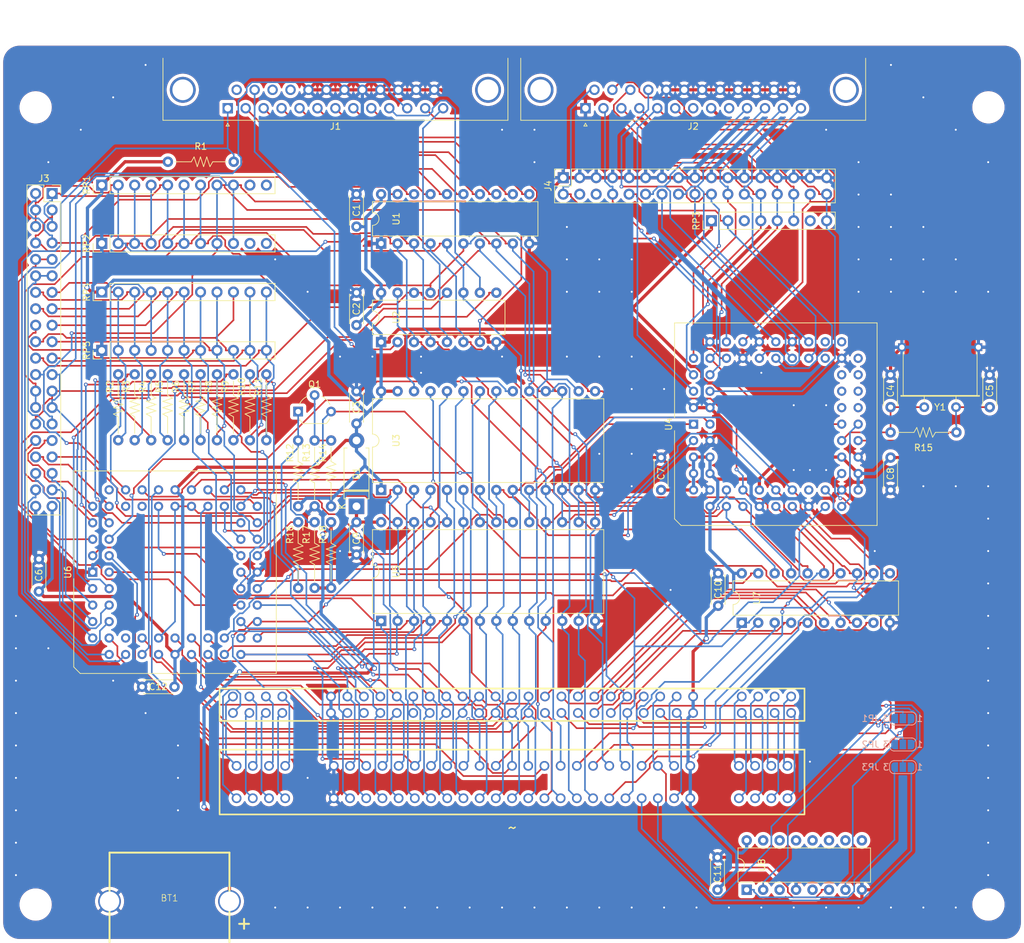
<source format=kicad_pcb>
(kicad_pcb (version 20241229) (generator "pcbnew") (generator_version "9.0")
  (layers (0 "F.Cu" signal) (2 "B.Cu" signal) (13 "F.Paste" user) (15 "B.Paste" user) (5 "F.SilkS" user "F.Silkscreen") (7 "B.SilkS" user "B.Silkscreen") (1 "F.Mask" user) (3 "B.Mask" user) (25 "Edge.Cuts" user))
  (net 0 "")
  (net 1 "/A8.DRAM")
  (net 2 "/A8.DRAM.Sys")
  (net 3 "/A9.DRAM")
  (net 4 "/A9.DRAM.Sys")
  (net 5 "/A7.DRAM")
  (net 6 "/A7.DRAM.Sys")
  (net 7 "Net-(Q1-E)")
  (net 8 "/VCC")
  (net 9 "/Batt.VCC")
  (net 10 "/SRAM.VCC")
  (net 11 "/SRAM.~{CS1}")
  (net 12 "/SRAM.EN.PullDown")
  (net 13 "/XTAL1")
  (net 14 "/XTAL2")
  (net 15 "Net-(Q1-B)")
  (net 16 "/GND")
  (net 17 "/A3.DRAM")
  (net 18 "/A3.DRAM.Sys")
  (net 19 "/A4.DRAM.Sys")
  (net 20 "/A4.DRAM")
  (net 21 "/A2.DRAM")
  (net 22 "/A2.DRAM.Sys")
  (net 23 "/A5.DRAM")
  (net 24 "/A5.DRAM.Sys")
  (net 25 "/A1.DRAM.Sys")
  (net 26 "/A1.DRAM")
  (net 27 "/A0.DRAM")
  (net 28 "/A0.DRAM.Sys")
  (net 29 "/A6.DRAM.Sys")
  (net 30 "/A6.DRAM")
  (net 31 "/DB25.Strobe")
  (net 32 "/SNES.BA4")
  (net 34 "/U2.CP")
  (net 35 "/SNES.A9")
  (net 36 "/SNES.BA0")
  (net 37 "/U2.D4")
  (net 38 "/DRAM.1-2.~{W}")
  (net 39 "/SNES.A12")
  (net 41 "/FDD.~{CS}")
  (net 42 "/SNES.A3")
  (net 43 "/SNES.~{Read}")
  (net 44 "/DRAM.7-8.~{W}")
  (net 45 "/EPROM.~{CE}")
  (net 46 "/SNES.A1")
  (net 47 "/SNES.A4")
  (net 48 "/~{RAS}")
  (net 49 "/SNES.~{Write}")
  (net 50 "/SNES.A2")
  (net 51 "/SNES.A8")
  (net 52 "/DRAM.5-6.~{W}")
  (net 53 "/SNES.D7.Game")
  (net 54 "/DRAM.7-8.~{OE}")
  (net 56 "/SNES.A15")
  (net 57 "/DRAM.5-6.~{OE}")
  (net 58 "/~{CAS}")
  (net 59 "/SNES.A14.Sys")
  (net 60 "/SNES.~{Cart}.Sys")
  (net 61 "/DRAM.3-4.~{OE}")
  (net 62 "/SNES.BA2")
  (net 63 "/SNES.~{Cart}.Game")
  (net 64 "/SNES.A6")
  (net 65 "/SNES.A7")
  (net 66 "/DB25.~{BUSY}")
  (net 67 "/SNES.BA3")
  (net 69 "/SNES.A0")
  (net 70 "/SNES.A11")
  (net 71 "/SNES.BA5")
  (net 72 "/SNES.A10")
  (net 73 "/SNES.BA1")
  (net 74 "/U1.CE")
  (net 75 "/SNES.A14.Game")
  (net 76 "/SNES.A5")
  (net 77 "/SNES.A13.Sys")
  (net 78 "/DRAM.1-2.~{OE}")
  (net 79 "/SNES.BA6")
  (net 80 "/DRAM.3-4.~{W}")
  (net 81 "/SNES.A13.Game")
  (net 82 "/FDD.~{MO0}")
  (net 84 "/FDD.~{HEAD}")
  (net 86 "/FDD.~{DiskChng}")
  (net 87 "/SNES.D5.Game")
  (net 88 "/FDD.~{DIR}")
  (net 92 "/FDD.~{DS1}")
  (net 93 "/FDD.~{TRK0}")
  (net 94 "/FDD.~{DS0}")
  (net 95 "/FDD.~{STEP}")
  (net 96 "/SNES.D3.Game")
  (net 97 "/FDD.~{WE}")
  (net 98 "/SNES.D1.Game")
  (net 99 "/FDD.~{INDEX}")
  (net 104 "/SNES.D4.Game")
  (net 106 "/FDD.IRQ")
  (net 107 "/FDD.~{RDATA}")
  (net 108 "/FDD.~{RWC}")
  (net 109 "/FDD.~{MO1}")
  (net 110 "/FDD.~{WD}")
  (net 112 "/SNES.D0.Game")
  (net 113 "/FDD.~{WP}")
  (net 114 "/SNES.D6.Game")
  (net 115 "/SNES.D2.Game")
  (net 116 "/EPROM.A13")
  (net 117 "/SNES.D6.Sys")
  (net 118 "/SNES.D7.Sys")
  (net 119 "/SNES.D5.Sys")
  (net 120 "/SNES.D4.Sys")
  (net 121 "/SNES.D2.Sys")
  (net 122 "/SNES.D3.Sys")
  (net 123 "/SNES.D1.Sys")
  (net 124 "/SNES.D0.Sys")
  (net 125 "/DB25.D6")
  (net 126 "/DB25.D3")
  (net 127 "/DB25.D0")
  (net 128 "/DB25.D5")
  (net 129 "/DB25.D1")
  (net 130 "/DB25.D7")
  (net 131 "/DB25.D4")
  (net 132 "/DB25.D2")
  (net 138 "/CIC.P2")
  (net 141 "/CIC.P7")
  (net 143 "/CIC.P1")
  (net 144 "/SNES.CIC.P6")
  (net 146 "/DB25.ACK")
  (net 147 "/DB25.PaperOut")
  (net 148 "/DB25.Select")
  (net 149 "/DB25.Error")
  (net 150 "/SNES.CIC.P2.Sys")
  (net 151 "/SNES.CIC.P2.Game")
  (net 152 "/SNES.CIC.P7.Sys")
  (net 153 "/SNES.CIC.P7.Game")
  (net 154 "/SNES.CIC.P1.Game")
  (net 155 "/SNES.CIC.P1.Sys")
  (net 173 "/SNES.Refresh")
  (net 174 "/SNES.Expand")
  (net 175 "/SNES.PA1")
  (net 176 "/SNES.PA6")
  (net 177 "/SNES.~{IRQ}")
  (net 178 "/SNES.PA3")
  (net 179 "/SNES.PA0")
  (net 180 "/SNES.PA2")
  (net 181 "/SNES.CPU.Clk")
  (net 182 "/SNES.~{WRAM}")
  (net 183 "/SNES.PA5")
  (net 184 "/SNES.R_Audio")
  (net 185 "/SNES.~{RESET}")
  (net 186 "/SNES.BA7")
  (net 187 "/SNES.~{PARD}")
  (net 188 "/SNES.L_Audio")
  (net 189 "/SNES.~{PAWR}")
  (net 190 "/SNES.PA4")
  (net 191 "/SNES.PA7")
  (net 192 "/SNES.Clk")
  (footprint "Capacitor_THT:C_Disc_D4.3mm_W1.9mm_P5.00mm" (layer "F.Cu") (at 89.46 115.94)
    (property "Reference" "C12")
    (property "Value" "100 nF")
  )
  (footprint "!SMC:SNES Connector Slot" (layer "F.Cu") (at 146.54 118.71)
    (property "Reference" "J5" (hide yes))
    (property "Value" "~" (hide yes))
  )
  (footprint "Crystal:Crystal_HC18-U_Horizontal_1EP_style2" (layer "F.Cu") (at 215.04 72.8 180)
    (property "Reference" "Y1")
    (property "Value" "24 MHz")
  )
  (footprint "Resistor_THT:R_Axial_DIN0207_L6.3mm_D2.5mm_P10.16mm_Horizontal" (layer "F.Cu") (at 93.44 34.94)
    (property "Reference" "R1")
    (property "Value" "3K Ohm" (hide yes))
  )
  (footprint "Resistor_THT:R_Axial_DIN0207_L6.3mm_D2.5mm_P10.16mm_Horizontal" (layer "F.Cu") (at 118.62 100.7 90)
    (property "Reference" "R18")
    (property "Value" "2.2K Ohm" (hide yes))
  )
  (footprint "Capacitor_THT:C_Disc_D4.3mm_W1.9mm_P5.00mm" (layer "F.Cu") (at 204.94 85.58 90)
    (property "Reference" "C8")
    (property "Value" "100 nF")
  )
  (footprint "Capacitor_THT:C_Disc_D4.3mm_W1.9mm_P5.00mm" (layer "F.Cu") (at 169.54 85.58 90)
    (property "Reference" "C7")
    (property "Value" "DNP")
  )
  (footprint "Capacitor_THT:C_Disc_D4.3mm_W1.9mm_P5.00mm" (layer "F.Cu") (at 122.54 44.94 90)
    (property "Reference" "C1")
    (property "Value" "100 nF")
  )
  (footprint "Resistor_THT:R_Axial_DIN0207_L6.3mm_D2.5mm_P10.16mm_Horizontal" (layer "F.Cu") (at 116.08 100.7 90)
    (property "Reference" "R17")
    (property "Value" "2.2K Ohm" (hide yes))
  )
  (footprint "Resistor_THT:R_Axial_DIN0207_L6.3mm_D2.5mm_P10.16mm_Horizontal" (layer "F.Cu") (at 116.08 88.1 90)
    (property "Reference" "R13")
    (property "Value" "1K Ohm" (hide yes))
  )
  (footprint "Resistor_THT:R_Axial_DIN0207_L6.3mm_D2.5mm_P10.16mm_Horizontal" (layer "F.Cu") (at 85.78 77.9 90)
    (property "Reference" "R2")
    (property "Value" "33 Ohm" (hide yes))
  )
  (footprint "Resistor_THT:R_Axial_DIN0207_L6.3mm_D2.5mm_P10.16mm_Horizontal" (layer "F.Cu") (at 88.32 77.9 90)
    (property "Reference" "R3")
    (property "Value" "33 Ohm" (hide yes))
  )
  (footprint "Package_LCC:PLCC-68_THT-Socket" (layer "F.Cu") (at 81.84 98.26 90)
    (property "Reference" "U6")
    (property "Value" "~")
  )
  (footprint "Capacitor_THT:C_Disc_D4.3mm_W1.9mm_P5.00mm" (layer "F.Cu") (at 122.54 75.34 90)
    (property "Reference" "C3")
    (property "Value" "100 nF")
  )
  (footprint "!SMC:SNES Cartridge Slot" (layer "F.Cu") (at 146.54 130.64)
    (property "Reference" "J6" (hide yes))
    (property "Value" "~")
  )
  (footprint "Package_DIP:DIP-20_W7.62mm" (layer "F.Cu") (at 181.98 106.06 90)
    (property "Reference" "U7")
    (property "Value" "74LS245")
  )
  (footprint "Resistor_THT:R_Axial_DIN0207_L6.3mm_D2.5mm_P10.16mm_Horizontal" (layer "F.Cu") (at 103.56 77.9 90)
    (property "Reference" "R9")
    (property "Value" "33 Ohm" (hide yes))
  )
  (footprint "Capacitor_THT:C_Disc_D4.3mm_W1.9mm_P5.00mm" (layer "F.Cu") (at 122.54 95.54 90)
    (property "Reference" "C9")
    (property "Value" "22 uF 25V")
  )
  (footprint "Resistor_THT:R_Axial_DIN0207_L6.3mm_D2.5mm_P10.16mm_Horizontal" (layer "F.Cu") (at 108.64 77.9 90)
    (property "Reference" "R11")
    (property "Value" "33 Ohm" (hide yes))
  )
  (footprint "Package_DIP:DIP-16_W7.62mm" (layer "F.Cu") (at 126.34 62.76 90)
    (property "Reference" "U2")
    (property "Value" "74LS174")
  )
  (footprint "!SMC:Battery" (layer "F.Cu") (at 93.69 149.04)
    (property "Reference" "BT1")
    (property "Value" "Battery_Cell")
  )
  (footprint "Resistor_THT:R_Axial_DIN0207_L6.3mm_D2.5mm_P10.16mm_Horizontal" (layer "F.Cu") (at 118.62 88.1 90)
    (property "Reference" "R14")
    (property "Value" "2K Ohm" (hide yes))
  )
  (footprint "Package_DIP:DIP-28_W15.24mm" (layer "F.Cu") (at 126.34 85.58 90)
    (property "Reference" "U3")
    (property "Value" "27128")
  )
  (footprint "Connector_PinHeader_2.54mm:PinHeader_2x20_P2.54mm_Vertical" (layer "F.Cu") (at 75.56 39.84)
    (property "Reference" "J3")
    (property "Value" "DRAM Connector")
  )
  (footprint "Package_DIP:DIP-16_W7.62mm" (layer "F.Cu") (at 182.74 147.26 90)
    (property "Reference" "U8")
    (property "Value" "~")
  )
  (footprint "Resistor_THT:R_Axial_DIN0207_L6.3mm_D2.5mm_P10.16mm_Horizontal" (layer "F.Cu") (at 93.4 77.9 90)
    (property "Reference" "R5")
    (property "Value" "33 Ohm" (hide yes))
  )
  (footprint "Package_TO_SOT_THT:TO-92_Wide" (layer "F.Cu") (at 113.54 73.48)
    (property "Reference" "Q1")
    (property "Value" "2N3904")
  )
  (footprint "Resistor_THT:R_Axial_DIN0207_L6.3mm_D2.5mm_P10.16mm_Horizontal" (layer "F.Cu") (at 101.02 77.9 90)
    (property "Reference" "R8")
    (property "Value" "33 Ohm" (hide yes))
  )
  (footprint "Package_LCC:PLCC-68_THT-Socket" (layer "F.Cu") (at 174.54 75.42 90)
    (property "Reference" "U4")
    (property "Value" "~")
  )
  (footprint "Package_DIP:DIP-28_W15.24mm" (layer "F.Cu") (at 126.34 105.78 90)
    (property "Reference" "U5")
    (property "Value" "~")
  )
  (footprint "Resistor_THT:R_Axial_DIN0207_L6.3mm_D2.5mm_P10.16mm_Horizontal" (layer "F.Cu") (at 106.1 77.9 90)
    (property "Reference" "R10")
    (property "Value" "33 Ohm" (hide yes))
  )
  (footprint "Capacitor_THT:C_Disc_D4.3mm_W1.9mm_P5.00mm" (layer "F.Cu") (at 204.94 72.8 90)
    (property "Reference" "C4")
    (property "Value" "10 pF")
  )
  (footprint "Capacitor_THT:C_Disc_D4.3mm_W1.9mm_P5.00mm" (layer "F.Cu") (at 73.54 101.24 90)
    (property "Reference" "C6")
    (property "Value" "1000 uF 16V")
  )
  (footprint "Resistor_THT:R_Axial_DIN0207_L6.3mm_D2.5mm_P10.16mm_Horizontal" (layer "F.Cu") (at 113.54 100.7 90)
    (property "Reference" "R16")
    (property "Value" "220 Ohm" (hide yes))
  )
  (footprint "Capacitor_THT:C_Disc_D4.3mm_W1.9mm_P5.00mm" (layer "F.Cu") (at 178.34 103.44 90)
    (property "Reference" "C10")
    (property "Value" "100 nF")
  )
  (footprint "Capacitor_THT:C_Disc_D4.3mm_W1.9mm_P5.00mm" (layer "F.Cu") (at 122.54 60.14 90)
    (property "Reference" "C2")
    (property "Value" "DNP")
  )
  (footprint "Capacitor_THT:C_Disc_D4.3mm_W1.9mm_P5.00mm" (layer "F.Cu") (at 178.24 147.26 90)
    (property "Reference" "C11")
    (property "Value" "1000 uF 16V")
  )
  (footprint "Connector_Dsub:DSUB-25_Female_Horizontal_P2.77x2.84mm_EdgePinOffset4.94mm_Housed_MountingHolesOffset4.94mm" (layer "F.Cu") (at 102.67 26.68 180)
    (property "Reference" "J1")
    (property "Value" "DB25_Receptacle_MountingHoles")
  )
  (footprint "Connector_PinHeader_2.54mm:PinHeader_2x17_P2.54mm_Vertical" (layer "F.Cu") (at 154.44 38.24 90)
    (property "Reference" "J4")
    (property "Value" "DNP")
  )
  (footprint "Connector_PinHeader_2.54mm:PinHeader_1x11_P2.54mm_Vertical" (layer "F.Cu") (at 83.24 64.04 90)
    (property "Reference" "RP5")
    (property "Value" "DNP")
  )
  (footprint "Connector_PinHeader_2.54mm:PinHeader_1x11_P2.54mm_Vertical" (layer "F.Cu") (at 83.24 38.54 90)
    (property "Reference" "RP1")
    (property "Value" "2.2K Ohm SIP9")
  )
  (footprint "Connector_PinHeader_2.54mm:PinHeader_1x08_P2.54mm_Vertical" (layer "F.Cu") (at 177.3 44.04 90)
    (property "Reference" "RP3")
    (property "Value" "4.7K Ohm")
  )
  (footprint "Diode_THT:D_DO-15_P10.16mm_Horizontal" (layer "F.Cu") (at 122.54 88.1 90)
    (property "Reference" "D1")
    (property "Value" "D_Filled")
  )
  (footprint "Resistor_THT:R_Axial_DIN0207_L6.3mm_D2.5mm_P10.16mm_Horizontal" (layer "F.Cu") (at 204.94 76.69)
    (property "Reference" "R15")
    (property "Value" "10M Ohm" (hide yes))
  )
  (footprint "Capacitor_THT:C_Disc_D4.3mm_W1.9mm_P5.00mm" (layer "F.Cu") (at 220.24 72.8 90)
    (property "Reference" "C5")
    (property "Value" "10 pF")
  )
  (footprint "Package_DIP:DIP-20_W7.62mm" (layer "F.Cu") (at 126.34 47.56 90)
    (property "Reference" "U1")
    (property "Value" "74LS245")
  )
  (footprint "Connector_Dsub:DSUB-25_Female_Horizontal_P2.77x2.84mm_EdgePinOffset4.94mm_Housed_MountingHolesOffset4.94mm" (layer "F.Cu") (at 157.87 26.68 180)
    (property "Reference" "J2")
    (property "Value" "DB25_Receptacle_MountingHoles")
  )
  (footprint "Connector_PinHeader_2.54mm:PinHeader_1x11_P2.54mm_Vertical" (layer "F.Cu") (at 83.24 47.54 90)
    (property "Reference" "RP2")
    (property "Value" "2.2K Ohm SIP9")
  )
  (footprint "Resistor_THT:R_Axial_DIN0207_L6.3mm_D2.5mm_P10.16mm_Horizontal" (layer "F.Cu") (at 95.94 77.9 90)
    (property "Reference" "R6")
    (property "Value" "33 Ohm" (hide yes))
  )
  (footprint "Resistor_THT:R_Axial_DIN0207_L6.3mm_D2.5mm_P10.16mm_Horizontal" (layer "F.Cu") (at 98.48 77.9 90)
    (property "Reference" "R7")
    (property "Value" "33 Ohm" (hide yes))
  )
  (footprint "Resistor_THT:R_Axial_DIN0207_L6.3mm_D2.5mm_P10.16mm_Horizontal" (layer "F.Cu") (at 113.54 88.1 90)
    (property "Reference" "R12")
    (property "Value" "10K Ohm" (hide yes))
  )
  (footprint "Connector_PinHeader_2.54mm:PinHeader_1x11_P2.54mm_Vertical" (layer "F.Cu") (at 83.24 55.04 90)
    (property "Reference" "RP4")
    (property "Value" "DNP")
  )
  (footprint "Resistor_THT:R_Axial_DIN0207_L6.3mm_D2.5mm_P10.16mm_Horizontal" (layer "F.Cu") (at 90.86 77.9 90)
    (property "Reference" "R4")
    (property "Value" "33 Ohm" (hide yes))
  )
  (footprint "Jumper:SolderJumper-3_P1.3mm_Open_RoundedPad1.0x1.5mm_NumberLabels" (layer "B.Cu") (at 206.84 120.84 180)
    (property "Reference" "JP1")
    (property "Value" "SolderJumper_3_Bridged12")
  )
  (footprint "Jumper:SolderJumper-3_P1.3mm_Open_RoundedPad1.0x1.5mm_NumberLabels" (layer "B.Cu") (at 206.84 124.84 180)
    (property "Reference" "JP2")
    (property "Value" "SolderJumper_3_Bridged12")
  )
  (footprint "Jumper:SolderJumper-3_P1.3mm_Open_RoundedPad1.0x1.5mm_NumberLabels" (layer "B.Cu") (at 206.84 128.34 180)
    (property "Reference" "JP3")
    (property "Value" "SolderJumper_3_Bridged12")
  )
  (gr_circle (center 73.04 149.54) (end 75.04 149.54) (stroke (width 0.002)) (fill no) (layer "Edge.Cuts"))
  (gr_arc (start 225.54 152.34) (mid 224.66132 154.46132) (end 222.54 155.34) (stroke (width 0.002)) (layer "Edge.Cuts"))
  (gr_circle (center 73.04 26.54) (end 75.04 26.54) (stroke (width 0.002)) (fill no) (layer "Edge.Cuts"))
  (gr_arc (start 70.54 155.34) (mid 68.41868 154.46132) (end 67.54 152.34) (stroke (width 0.002)) (layer "Edge.Cuts"))
  (gr_circle (center 220.04 26.54) (end 222.04 26.54) (stroke (width 0.002)) (fill no) (layer "Edge.Cuts"))
  (gr_line (start 67.54 19.54) (end 67.54 152.34) (stroke (width 0.002)) (layer "Edge.Cuts"))
  (gr_line (start 70.54 155.34) (end 222.54 155.34) (stroke (width 0.002)) (layer "Edge.Cuts"))
  (gr_arc (start 67.54 19.54) (mid 68.41868 17.41868) (end 70.54 16.54) (stroke (width 0.002)) (layer "Edge.Cuts"))
  (gr_circle (center 220.04 149.54) (end 222.04 149.54) (stroke (width 0.002)) (fill no) (layer "Edge.Cuts"))
  (gr_arc (start 222.54 16.54) (mid 224.66132 17.41868) (end 225.54 19.54) (stroke (width 0.002)) (layer "Edge.Cuts"))
  (gr_line (start 70.54 16.54) (end 222.54 16.54) (stroke (width 0.002)) (layer "Edge.Cuts"))
  (gr_line (start 225.54 19.54) (end 225.54 152.34) (stroke (width 0.002)) (layer "Edge.Cuts"))
  (segment (start 75.58 55.08) (end 76.7567 55.08) (width 0.25) (layer "F.Cu") (net 1))
  (segment (start 83.9976 53.6253) (end 78.2114 53.6253) (width 0.25) (layer "F.Cu") (net 1))
  (segment (start 84.6033 54.231) (end 83.9976 53.6253) (width 0.25) (layer "F.Cu") (net 1))
  (segment (start 85.78 55.04) (end 84.6033 55.04) (width 0.25) (layer "F.Cu") (net 1))
  (segment (start 84.6033 55.04) (end 84.6033 54.231) (width 0.25) (layer "F.Cu") (net 1))
  (segment (start 78.2114 53.6253) (end 76.7567 55.08) (width 0.25) (layer "F.Cu") (net 1))
  (segment (start 85.78 55.04) (end 85.78 64.04) (width 0.25) (layer "B.Cu") (net 1))
  (segment (start 85.78 64.04) (end 85.78 65.2167) (width 0.25) (layer "B.Cu") (net 1))
  (segment (start 86.9081 76.7719) (end 85.78 77.9) (width 0.25) (layer "B.Cu") (net 1))
  (segment (start 86.9081 66.3448) (end 86.9081 76.7719) (width 0.25) (layer "B.Cu") (net 1))
  (segment (start 85.78 65.2167) (end 86.9081 66.3448) (width 0.25) (layer "B.Cu") (net 1))
  (segment (start 85.5625 88.2547) (end 85.5625 87.544) (width 0.25) (layer "F.Cu") (net 2))
  (segment (start 106.1967 89.5967) (end 86.9045 89.5967) (width 0.25) (layer "F.Cu") (net 2))
  (segment (start 86.9045 89.5967) (end 85.5625 88.2547) (width 0.25) (layer "F.Cu") (net 2))
  (segment (start 107.24 90.64) (end 106.1967 89.5967) (width 0.25) (layer "F.Cu") (net 2))
  (via (at 85.5625 87.544) (size 0.6) (drill 0.3) (layers "F.Cu" "B.Cu") (net 2))
  (segment (start 85.5625 87.544) (end 85.5625 85.2746) (width 0.25) (layer "B.Cu") (net 2))
  (segment (start 84.6282 84.3403) (end 84.6282 77.2133) (width 0.25) (layer "B.Cu") (net 2))
  (segment (start 84.6282 77.2133) (end 86.1292 75.7123) (width 0.25) (layer "B.Cu") (net 2))
  (segment (start 85.5625 85.2746) (end 84.6282 84.3403) (width 0.25) (layer "B.Cu") (net 2))
  (segment (start 86.1292 69.2159) (end 85.78 68.8667) (width 0.25) (layer "B.Cu") (net 2))
  (segment (start 86.1292 75.7123) (end 86.1292 69.2159) (width 0.25) (layer "B.Cu") (net 2))
  (segment (start 85.78 67.74) (end 85.78 68.8667) (width 0.25) (layer "B.Cu") (net 2))
  (segment (start 73.04 55.08) (end 74.2167 55.08) (width 0.25) (layer "F.Cu") (net 3))
  (segment (start 87.1433 55.04) (end 87.1433 55.4077) (width 0.25) (layer "F.Cu") (net 3))
  (segment (start 74.2167 55.4478) (end 74.2167 55.08) (width 0.25) (layer "F.Cu") (net 3))
  (segment (start 88.32 55.04) (end 87.1433 55.04) (width 0.25) (layer "F.Cu") (net 3))
  (segment (start 87.1433 55.4077) (end 86.2943 56.2567) (width 0.25) (layer "F.Cu") (net 3))
  (segment (start 75.0256 56.2567) (end 74.2167 55.4478) (width 0.25) (layer "F.Cu") (net 3))
  (segment (start 86.2943 56.2567) (end 75.0256 56.2567) (width 0.25) (layer "F.Cu") (net 3))
  (segment (start 89.4683 76.7517) (end 89.4683 66.365) (width 0.25) (layer "B.Cu") (net 3))
  (segment (start 88.32 77.9) (end 89.4683 76.7517) (width 0.25) (layer "B.Cu") (net 3))
  (segment (start 88.32 64.04) (end 88.32 55.04) (width 0.25) (layer "B.Cu") (net 3))
  (segment (start 89.4683 66.365) (end 88.32 65.2167) (width 0.25) (layer "B.Cu") (net 3))
  (segment (start 88.32 64.04) (end 88.32 65.2167) (width 0.25) (layer "B.Cu") (net 3))
  (segment (start 87.1933 67.74) (end 87.1933 68.0039) (width 0.25) (layer "F.Cu") (net 4))
  (segment (start 83.11 88.2978) (end 83.9501 89.1379) (width 0.25) (layer "F.Cu") (net 4))
  (segment (start 83.9501 89.1379) (end 84.8818 89.1379) (width 0.25) (layer "F.Cu") (net 4))
  (segment (start 86.3839 90.64) (end 104.7 90.64) (width 0.25) (layer "F.Cu") (net 4))
  (segment (start 83.11 87.5846) (end 83.11 88.2978) (width 0.25) (layer "F.Cu") (net 4))
  (segment (start 86.3303 68.8669) (end 82.4558 68.8669) (width 0.25) (layer "F.Cu") (net 4))
  (segment (start 84.8818 89.1379) (end 86.3839 90.64) (width 0.25) (layer "F.Cu") (net 4))
  (segment (start 82.4558 68.8669) (end 82.2362 68.6473) (width 0.25) (layer "F.Cu") (net 4))
  (segment (start 82.559 87.0336) (end 83.11 87.5846) (width 0.25) (layer "F.Cu") (net 4))
  (segment (start 87.1933 68.0039) (end 86.3303 68.8669) (width 0.25) (layer "F.Cu") (net 4))
  (segment (start 88.32 67.74) (end 87.1933 67.74) (width 0.25) (layer "F.Cu") (net 4))
  (via (at 82.559 87.0336) (size 0.6) (drill 0.3) (layers "F.Cu" "B.Cu") (net 4))
  (via (at 82.2362 68.6473) (size 0.6) (drill 0.3) (layers "F.Cu" "B.Cu") (net 4))
  (segment (start 82.559 87.0336) (end 82.2362 86.7108) (width 0.25) (layer "B.Cu") (net 4))
  (segment (start 82.2362 86.7108) (end 82.2362 68.6473) (width 0.25) (layer "B.Cu") (net 4))
  (segment (start 87.471 57.62) (end 75.58 57.62) (width 0.25) (layer "F.Cu") (net 5))
  (segment (start 89.6833 55.4077) (end 87.471 57.62) (width 0.25) (layer "F.Cu") (net 5))
  (segment (start 90.86 77.4391) (end 90.86 77.9) (width 0.25) (layer "F.Cu") (net 5))
  (segment (start 90.86 55.04) (end 89.6833 55.04) (width 0.25) (layer "F.Cu") (net 5))
  (segment (start 89.6833 55.04) (end 89.6833 55.4077) (width 0.25) (layer "F.Cu") (net 5))
  (segment (start 85.5025 72.0816) (end 90.86 77.4391) (width 0.25) (layer "F.Cu") (net 5))
  (via (at 85.5025 72.0816) (size 0.6) (drill 0.3) (layers "F.Cu" "B.Cu") (net 5))
  (segment (start 89.6833 55.04) (end 89.6833 54.6723) (width 0.25) (layer "B.Cu") (net 5))
  (segment (start 90.86 55.04) (end 89.6833 55.04) (width 0.25) (layer "B.Cu") (net 5))
  (segment (start 89.6833 54.6723) (end 88.8401 53.8291) (width 0.25) (layer "B.Cu") (net 5))
  (segment (start 84.596 54.5297) (end 84.596 71.1751) (width 0.25) (layer "B.Cu") (net 5))
  (segment (start 84.596 71.1751) (end 85.5025 72.0816) (width 0.25) (layer "B.Cu") (net 5))
  (segment (start 90.86 64.04) (end 90.86 55.04) (width 0.25) (layer "B.Cu") (net 5))
  (segment (start 88.8401 53.8291) (end 85.2966 53.8291) (width 0.25) (layer "B.Cu") (net 5))
  (segment (start 85.2966 53.8291) (end 84.596 54.5297) (width 0.25) (layer "B.Cu") (net 5))
  (segment (start 90.3041 71.4249) (end 90.4563 71.5771) (width 0.25) (layer "F.Cu") (net 6))
  (segment (start 78.9096 77.5046) (end 84.9893 71.4249) (width 0.25) (layer "F.Cu") (net 6))
  (segment (start 84.9893 71.4249) (end 90.3041 71.4249) (width 0.25) (layer "F.Cu") (net 6))
  (via (at 90.4563 71.5771) (size 0.6) (drill 0.3) (layers "F.Cu" "B.Cu") (net 6))
  (via (at 78.9096 77.5046) (size 0.6) (drill 0.3) (layers "F.Cu" "B.Cu") (net 6))
  (segment (start 78.9096 100.4096) (end 81.84 103.34) (width 0.25) (layer "B.Cu") (net 6))
  (segment (start 90.86 67.74) (end 90.86 68.8667) (width 0.25) (layer "B.Cu") (net 6))
  (segment (start 90.86 68.8667) (end 90.4563 69.2704) (width 0.25) (layer "B.Cu") (net 6))
  (segment (start 90.4563 69.2704) (end 90.4563 71.5771) (width 0.25) (layer "B.Cu") (net 6))
  (segment (start 78.9096 77.5046) (end 78.9096 100.4096) (width 0.25) (layer "B.Cu") (net 6))
  (segment (start 110.9813 81.6254) (end 110.9813 95.4893) (width 0.25) (layer "B.Cu") (net 7))
  (segment (start 110.9813 95.4893) (end 113.54 98.048) (width 0.25) (layer "B.Cu") (net 7))
  (segment (start 113.54 98.048) (end 113.54 100.7) (width 0.25) (layer "B.Cu") (net 7))
  (segment (start 113.54 79.0667) (end 110.9813 81.6254) (width 0.25) (layer "B.Cu") (net 7))
  (segment (start 113.54 77.94) (end 113.54 79.0667) (width 0.25) (layer "B.Cu") (net 7))
  (segment (start 113.54 73.48) (end 113.54 77.94) (width 0.25) (layer "B.Cu") (net 7))
  (segment (start 188.0512 80.5) (end 184.6468 83.9044) (width 0.5) (layer "F.Cu") (net 8))
  (segment (start 122.54 77.94) (end 120.8883 77.94) (width 0.5) (layer "F.Cu") (net 8))
  (segment (start 223.33 74.91) (end 217.66 80.58) (width 0.5) (layer "F.Cu") (net 8))
  (segment (start 177.528 69.07) (end 188.0512 79.5932) (width 0.5) (layer "F.Cu") (net 8))
  (segment (start 174.9237 66.53) (end 175.81 67.4163) (width 0.5) (layer "F.Cu") (net 8))
  (segment (start 98.0291 82.0709) (end 94.54 85.56) (width 0.5) (layer "F.Cu") (net 8))
  (segment (start 165.1183 57.5234) (end 177.3 45.3417) (width 0.5) (layer "F.Cu") (net 8))
  (segment (start 129.0286 60.7755) (end 161.8662 60.7755) (width 0.5) (layer "F.Cu") (net 8))
  (segment (start 188.0512 80.5) (end 197.4 80.5) (width 0.5) (layer "F.Cu") (net 8))
  (segment (start 74.3157 102.0157) (end 87.269 102.0157) (width 0.5) (layer "F.Cu") (net 8))
  (segment (start 188.0512 79.5932) (end 188.0512 80.5) (width 0.5) (layer "F.Cu") (net 8))
  (segment (start 126.34 62.76) (end 127.5917 62.76) (width 0.5) (layer "F.Cu") (net 8))
  (segment (start 93.27 108.0167) (end 93.27 109.69) (width 0.5) (layer "F.Cu") (net 8))
  (segment (start 217.66 80.58) (end 204.94 80.58) (width 0.5) (layer "F.Cu") (net 8))
  (segment (start 73.54 101.24) (end 74.3157 102.0157) (width 0.5) (layer "F.Cu") (net 8))
  (segment (start 93.27 109.69) (end 94.54 110.96) (width 0.5) (layer "F.Cu") (net 8))
  (segment (start 120.8883 77.94) (end 116.7574 82.0709) (width 0.5) (layer "F.Cu") (net 8))
  (segment (start 197.815 28.615) (end 223.33 54.13) (width 0.5) (layer "F.Cu") (net 8))
  (segment (start 184.6468 83.9044) (end 184.7 83.9576) (width 0.5) (layer "F.Cu") (net 8))
  (segment (start 116.7574 82.0709) (end 98.0291 82.0709) (width 0.5) (layer "F.Cu") (net 8))
  (segment (start 175.81 68.1836) (end 176.6964 69.07) (width 0.5) (layer "F.Cu") (net 8))
  (segment (start 223.33 54.13) (end 223.33 74.91) (width 0.5) (layer "F.Cu") (net 8))
  (segment (start 127.5917 62.76) (end 127.5917 62.2124) (width 0.5) (layer "F.Cu") (net 8))
  (segment (start 83.24 55.04) (end 81.6376 55.04) (width 0.5) (layer "F.Cu") (net 8))
  (segment (start 127.5917 62.2124) (end 129.0286 60.7755) (width 0.5) (layer "F.Cu") (net 8))
  (segment (start 165.1183 57.5234) (end 174.1249 66.53) (width 0.5) (layer "F.Cu") (net 8))
  (segment (start 174.54 85.58) (end 169.54 85.58) (width 0.5) (layer "F.Cu") (net 8))
  (segment (start 128.88 70.34) (end 126.34 70.34) (width 0.5) (layer "F.Cu") (net 8))
  (segment (start 83.24 38.54) (end 86.84 34.94) (width 0.5) (layer "F.Cu") (net 8))
  (segment (start 197.4 80.5) (end 199.94 83.04) (width 0.5) (layer "F.Cu") (net 8))
  (segment (start 87.269 102.0157) (end 93.27 108.0167) (width 0.5) (layer "F.Cu") (net 8))
  (segment (start 177.9444 83.9044) (end 184.6468 83.9044) (width 0.5) (layer "F.Cu") (net 8))
  (segment (start 174.54 80.5) (end 177.08 80.5) (width 0.5) (layer "F.Cu") (net 8))
  (segment (start 184.7 83.9576) (end 184.7 85.58) (width 0.5) (layer "F.Cu") (net 8))
  (segment (start 161.8662 60.7755) (end 165.1183 57.5234) (width 0.5) (layer "F.Cu") (net 8))
  (segment (start 174.1249 66.53) (end 174.9237 66.53) (width 0.5) (layer "F.Cu") (net 8))
  (segment (start 81.6376 55.04) (end 80.9496 54.352) (width 0.5) (layer "F.Cu") (net 8))
  (segment (start 177.08 83.04) (end 177.9444 83.9044) (width 0.5) (layer "F.Cu") (net 8))
  (segment (start 177.3 44.04) (end 177.3 45.3417) (width 0.5) (layer "F.Cu") (net 8))
  (segment (start 86.84 34.94) (end 93.44 34.94) (width 0.5) (layer "F.Cu") (net 8))
  (segment (start 179.195 28.615) (end 197.815 28.615) (width 0.5) (layer "F.Cu") (net 8))
  (segment (start 174.48 110.517) (end 174.48 117.44) (width 0.5) (layer "F.Cu") (net 8))
  (segment (start 176.5071 108.4899) (end 174.48 110.517) (width 0.5) (layer "F.Cu") (net 8))
  (segment (start 176.6964 69.07) (end 177.528 69.07) (width 0.5) (layer "F.Cu") (net 8))
  (segment (start 177.26 26.68) (end 179.195 28.615) (width 0.5) (layer "F.Cu") (net 8))
  (segment (start 175.81 67.4163) (end 175.81 68.1836) (width 0.5) (layer "F.Cu") (net 8))
  (via (at 80.9496 54.352) (size 0.8) (drill 0.5) (layers "F.Cu" "B.Cu") (net 8))
  (via (at 176.5071 108.4899) (size 0.8) (drill 0.5) (layers "F.Cu" "B.Cu") (net 8))
  (segment (start 178.2706 86.9294) (end 178.2706 84.2306) (width 0.5) (layer "B.Cu") (net 8))
  (segment (start 174.48 119.98) (end 173.6958 120.7642) (width 0.5) (layer "B.Cu") (net 8))
  (segment (start 123.99 51.5383) (end 126.34 53.8883) (width 0.5) (layer "B.Cu") (net 8))
  (segment (start 181.2257 141.5796) (end 181.2257 144.2743) (width 0.5) (layer "B.Cu") (net 8))
  (segment (start 118.2651 67.8813) (end 124.1319 73.7481) (width 0.5) (layer "B.Cu") (net 8))
  (segment (start 122.54 75.34) (end 124.1319 73.7481) (width 0.5) (layer "B.Cu") (net 8))
  (segment (start 95.7306 109.7694) (end 94.54 110.96) (width 0.5) (layer "B.Cu") (net 8))
  (segment (start 181.98 98.44) (end 180.7312 98.44) (width 0.5) (layer "B.Cu") (net 8))
  (segment (start 180.7312 98.44) (end 180.7312 101.0488) (width 0.5) (layer "B.Cu") (net 8))
  (segment (start 123.99 44.94) (end 123.99 51.5383) (width 0.5) (layer "B.Cu") (net 8))
  (segment (start 83.24 38.54) (end 83.24 39.8417) (width 0.5) (layer "B.Cu") (net 8))
  (segment (start 178.34 103.44) (end 176.5071 105.2729) (width 0.5) (layer "B.Cu") (net 8))
  (segment (start 122.54 75.34) (end 122.54 77.94) (width 0.5) (layer "B.Cu") (net 8))
  (segment (start 122.54 77.94) (end 122.54 79.5917) (width 0.5) (layer "B.Cu") (net 8))
  (segment (start 126.2883 71.5917) (end 126.34 71.5917) (width 0.5) (layer "B.Cu") (net 8))
  (segment (start 174.04 133.14) (end 174.04 134.3939) (width 0.5) (layer "B.Cu") (net 8))
  (segment (start 126.34 70.34) (end 126.34 71.5917) (width 0.5) (layer "B.Cu") (net 8))
  (segment (start 174.04 128.14) (end 174.04 133.14) (width 0.5) (layer "B.Cu") (net 8))
  (segment (start 118.62 87.055) (end 118.62 88.1) (width 0.5) (layer "B.Cu") (net 8))
  (segment (start 180.7312 98.44) (end 177.08 94.7888) (width 0.5) (layer "B.Cu") (net 8))
  (segment (start 75.58 99.2) (end 73.54 101.24) (width 0.5) (layer "B.Cu") (net 8))
  (segment (start 126.34 55.14) (end 126.34 56.3917) (width 0.5) (layer "B.Cu") (net 8))
  (segment (start 75.58 88.1) (end 75.58 99.2) (width 0.5) (layer "B.Cu") (net 8))
  (segment (start 180.7312 101.0488) (end 178.34 103.44) (width 0.5) (layer "B.Cu") (net 8))
  (segment (start 126.34 62.76) (end 126.34 61.5083) (width 0.5) (layer "B.Cu") (net 8))
  (segment (start 126.34 55.14) (end 126.34 53.8883) (width 0.5) (layer "B.Cu") (net 8))
  (segment (start 94.54 110.96) (end 94.54 115.86) (width 0.5) (layer "B.Cu") (net 8))
  (segment (start 108.7058 53.2183) (end 118.2651 62.7776) (width 0.5) (layer "B.Cu") (net 8))
  (segment (start 123.99 44.94) (end 122.54 44.94) (width 0.5) (layer "B.Cu") (net 8))
  (segment (start 85.0617 53.2183) (end 108.7058 53.2183) (width 0.5) (layer "B.Cu") (net 8))
  (segment (start 80.9496 54.352) (end 81.0334 54.2682) (width 0.5) (layer "B.Cu") (net 8))
  (segment (start 174.54 83.04) (end 174.54 85.58) (width 0.5) (layer "B.Cu") (net 8))
  (segment (start 126.34 85.58) (end 126.34 84.3283) (width 0.5) (layer "B.Cu") (net 8))
  (segment (start 173.6958 127.7958) (end 174.04 128.14) (width 0.5) (layer "B.Cu") (net 8))
  (segment (start 177.08 94.7888) (end 177.08 88.12) (width 0.5) (layer "B.Cu") (net 8))
  (segment (start 173.6958 120.7642) (end 173.6958 127.7958) (width 0.5) (layer "B.Cu") (net 8))
  (segment (start 182.74 139.64) (end 182.74 140.8917) (width 0.5) (layer "B.Cu") (net 8))
  (segment (start 177.08 88.12) (end 178.2706 86.9294) (width 0.5) (layer "B.Cu") (net 8))
  (segment (start 114.8123 86.8277) (end 118.3927 86.8277) (width 0.5) (layer "B.Cu") (net 8))
  (segment (start 123.99 43.5417) (end 123.99 44.94) (width 0.5) (layer "B.Cu") (net 8))
  (segment (start 123.84 80.8917) (end 122.54 79.5917) (width 0.5) (layer "B.Cu") (net 8))
  (segment (start 202.48 83.04) (end 204.94 80.58) (width 0.5) (layer "B.Cu") (net 8))
  (segment (start 177.08 83.04) (end 177.08 80.5) (width 0.5) (layer "B.Cu") (net 8))
  (segment (start 118.3927 86.8277) (end 118.62 87.055) (width 0.5) (layer "B.Cu") (net 8))
  (segment (start 126.34 70.34) (end 126.34 62.76) (width 0.5) (layer "B.Cu") (net 8))
  (segment (start 81.0334 54.2682) (end 81.0334 42.0483) (width 0.5) (layer "B.Cu") (net 8))
  (segment (start 174.54 80.5) (end 174.54 83.04) (width 0.5) (layer "B.Cu") (net 8))
  (segment (start 122.5917 60.14) (end 122.54 60.14) (width 0.5) (layer "B.Cu") (net 8))
  (segment (start 126.34 41.1917) (end 123.99 43.5417) (width 0.5) (layer "B.Cu") (net 8))
  (segment (start 181.2257 141.5796) (end 182.0521 141.5796) (width 0.5) (layer "B.Cu") (net 8))
  (segment (start 123.7817 58.95) (end 122.5917 60.14) (width 0.5) (layer "B.Cu") (net 8))
  (segment (start 174.48 117.44) (end 174.48 119.98) (width 0.5) (layer "B.Cu") (net 8))
  (segment (start 94.54 115.86) (end 94.46 115.94) (width 0.5) (layer "B.Cu") (net 8))
  (segment (start 123.84 81.835) (end 123.84 80.8917) (width 0.5) (layer "B.Cu") (net 8))
  (segment (start 182.0521 141.5796) (end 182.74 140.8917) (width 0.5) (layer "B.Cu") (net 8))
  (segment (start 94.54 85.56) (end 95.7306 86.7506) (width 0.5) (layer "B.Cu") (net 8))
  (segment (start 199.94 83.04) (end 202.48 83.04) (width 0.5) (layer "B.Cu") (net 8))
  (segment (start 126.34 39.94) (end 126.34 41.1917) (width 0.5) (layer "B.Cu") (net 8))
  (segment (start 174.04 134.3939) (end 181.2257 141.5796) (width 0.5) (layer "B.Cu") (net 8))
  (segment (start 124.1319 73.7481) (end 126.2883 71.5917) (width 0.5) (layer "B.Cu") (net 8))
  (segment (start 126.34 61.5083) (end 123.7817 58.95) (width 0.5) (layer "B.Cu") (net 8))
  (segment (start 83.24 55.04) (end 85.0617 53.2183) (width 0.5) (layer "B.Cu") (net 8))
  (segment (start 95.7306 86.7506) (end 95.7306 109.7694) (width 0.5) (layer "B.Cu") (net 8))
  (segment (start 176.5071 105.2729) (end 176.5071 108.4899) (width 0.5) (layer "B.Cu") (net 8))
  (segment (start 118.2651 62.7776) (end 118.2651 67.8813) (width 0.5) (layer "B.Cu") (net 8))
  (segment (start 178.2706 84.2306) (end 177.08 83.04) (width 0.5) (layer "B.Cu") (net 8))
  (segment (start 123.84 81.835) (end 118.62 87.055) (width 0.5) (layer "B.Cu") (net 8))
  (segment (start 81.0334 42.0483) (end 83.24 39.8417) (width 0.5) (layer "B.Cu") (net 8))
  (segment (start 113.54 88.1) (end 114.8123 86.8277) (width 0.5) (layer "B.Cu") (net 8))
  (segment (start 199.94 85.58) (end 199.94 83.04) (width 0.5) (layer "B.Cu") (net 8))
  (segment (start 126.34 56.3917) (end 123.7817 58.95) (width 0.5) (layer "B.Cu") (net 8))
  (segment (start 126.34 84.3283) (end 123.8467 81.835) (width 0.5) (layer "B.Cu") (net 8))
  (segment (start 123.8467 81.835) (end 123.84 81.835) (width 0.5) (layer "B.Cu") (net 8))
  (segment (start 181.2257 144.2743) (end 178.24 147.26) (width 0.5) (layer "B.Cu") (net 8))
  (segment (start 117.9727 91.7917) (end 117.3505 92.4139) (width 0.5) (layer "F.Cu") (net 9))
  (segment (start 99.0182 134.4618) (end 99.0182 134.4602) (width 0.5) (layer "F.Cu") (net 9))
  (segment (start 104.5007 113.6415) (end 104.6848 113.8256) (width 0.5) (layer "F.Cu") (net 9))
  (segment (start 104.6848 113.8256) (end 124.2523 113.8256) (width 0.5) (layer "F.Cu") (net 9))
  (segment (start 124.2523 113.8256) (end 124.9745 113.1034) (width 0.5) (layer "F.Cu") (net 9))
  (segment (start 99.0182 134.4602) (end 102.94 138.382) (width 0.5) (layer "F.Cu") (net 9))
  (segment (start 118.62 90.54) (end 118.62 91.7917) (width 0.5) (layer "F.Cu") (net 9))
  (segment (start 102.94 138.382) (end 102.94 149.04) (width 0.5) (layer "F.Cu") (net 9))
  (segment (start 124.9745 113.1034) (end 125.3108 113.1034) (width 0.5) (layer "F.Cu") (net 9))
  (segment (start 118.62 91.7917) (end 117.9727 91.7917) (width 0.5) (layer "F.Cu") (net 9))
  (via (at 117.3505 92.4139) (size 0.8) (drill 0.5) (layers "F.Cu" "B.Cu") (net 9))
  (via (at 99.0182 134.4602) (size 0.8) (drill 0.5) (layers "F.Cu" "B.Cu") (net 9))
  (via (at 125.3108 113.1034) (size 0.8) (drill 0.5) (layers "F.Cu" "B.Cu") (net 9))
  (via (at 104.5007 113.6415) (size 0.8) (drill 0.5) (layers "F.Cu" "B.Cu") (net 9))
  (segment (start 125.3108 112.9273) (end 125.3108 113.1034) (width 0.5) (layer "B.Cu") (net 9))
  (segment (start 117.0862 104.7027) (end 125.3108 112.9273) (width 0.5) (layer "B.Cu") (net 9))
  (segment (start 99.0182 119.124) (end 99.0182 134.4602) (width 0.5) (layer "B.Cu") (net 9))
  (segment (start 117.0862 102.9335) (end 117.0862 104.7027) (width 0.5) (layer "B.Cu") (net 9))
  (segment (start 117.3505 102.6692) (end 117.0862 102.9335) (width 0.5) (layer "B.Cu") (net 9))
  (segment (start 104.5007 113.6415) (end 99.0182 119.124) (width 0.5) (layer "B.Cu") (net 9))
  (segment (start 117.3505 92.4139) (end 117.3505 102.6692) (width 0.5) (layer "B.Cu") (net 9))
  (segment (start 122.54 90.54) (end 126.34 90.54) (width 0.5) (layer "F.Cu") (net 10))
  (segment (start 122.54 90.54) (end 122.54 88.1) (width 0.5) (layer "F.Cu") (net 10))
  (segment (start 116.08 100.7) (end 118.62 100.7) (width 0.5) (layer "F.Cu") (net 10))
  (segment (start 118.62 100.7) (end 118.62 94.46) (width 0.5) (layer "B.Cu") (net 10))
  (segment (start 118.62 94.46) (end 122.54 90.54) (width 0.5) (layer "B.Cu") (net 10))
  (segment (start 144.6884 89.4133) (end 143.7493 89.4133) (width 0.25) (layer "F.Cu") (net 11))
  (segment (start 143.7493 89.4133) (end 140.31 85.974) (width 0.25) (layer "F.Cu") (net 11))
  (segment (start 145.5333 90.54) (end 145.5333 90.2582) (width 0.25) (layer "F.Cu") (net 11))
  (segment (start 140.31 85.974) (end 140.31 83.8315) (width 0.25) (layer "F.Cu") (net 11))
  (segment (start 129.9585 73.48) (end 118.62 73.48) (width 0.25) (layer "F.Cu") (net 11))
  (segment (start 140.31 83.8315) (end 129.9585 73.48) (width 0.25) (layer "F.Cu") (net 11))
  (segment (start 145.5333 90.2582) (end 144.6884 89.4133) (width 0.25) (layer "F.Cu") (net 11))
  (segment (start 146.66 90.54) (end 145.5333 90.54) (width 0.25) (layer "F.Cu") (net 11))
  (segment (start 114.9533 90.2582) (end 114.1084 89.4133) (width 0.25) (layer "B.Cu") (net 11))
  (segment (start 116.08 90.54) (end 114.9533 90.54) (width 0.25) (layer "B.Cu") (net 11))
  (segment (start 117.35 74.75) (end 118.62 73.48) (width 0.25) (layer "B.Cu") (net 11))
  (segment (start 113.2428 89.4133) (end 112.413 88.5835) (width 0.25) (layer "B.Cu") (net 11))
  (segment (start 112.413 88.5835) (end 112.413 85.2588) (width 0.25) (layer "B.Cu") (net 11))
  (segment (start 117.35 80.3218) (end 117.35 74.75) (width 0.25) (layer "B.Cu") (net 11))
  (segment (start 112.413 85.2588) (end 117.35 80.3218) (width 0.25) (layer "B.Cu") (net 11))
  (segment (start 114.1084 89.4133) (end 113.2428 89.4133) (width 0.25) (layer "B.Cu") (net 11))
  (segment (start 114.9533 90.54) (end 114.9533 90.2582) (width 0.25) (layer "B.Cu") (net 11))
  (segment (start 108.5033 94.45) (end 83.11 94.45) (width 0.25) (layer "F.Cu") (net 12))
  (segment (start 112.4133 90.54) (end 108.5033 94.45) (width 0.25) (layer "F.Cu") (net 12))
  (segment (start 113.54 90.54) (end 112.4133 90.54) (width 0.25) (layer "F.Cu") (net 12))
  (segment (start 83.11 94.45) (end 81.84 95.72) (width 0.25) (layer "F.Cu") (net 12))
  (segment (start 215.1 76.69) (end 213.9733 76.69) (width 0.25) (layer "F.Cu") (net 13))
  (segment (start 220.24 72.8) (end 215.04 72.8) (width 0.25) (layer "F.Cu") (net 13))
  (segment (start 213.9733 76.69) (end 212.7033 77.96) (width 0.25) (layer "F.Cu") (net 13))
  (segment (start 212.7033 77.96) (end 199.94 77.96) (width 0.25) (layer "F.Cu") (net 13))
  (segment (start 215.1 75.5633) (end 215.04 75.5033) (width 0.25) (layer "B.Cu") (net 13))
  (segment (start 215.1 76.69) (end 215.1 75.5633) (width 0.25) (layer "B.Cu") (net 13))
  (segment (start 215.04 75.5033) (end 215.04 72.8) (width 0.25) (layer "B.Cu") (net 13))
  (segment (start 204.94 72.8) (end 210.14 72.8) (width 0.25) (layer "F.Cu") (net 14))
  (segment (start 204.94 76.69) (end 204.94 72.8) (width 0.25) (layer "F.Cu") (net 14))
  (segment (start 204.94 76.69) (end 198.67 76.69) (width 0.25) (layer "F.Cu") (net 14))
  (segment (start 198.67 76.69) (end 197.4 77.96) (width 0.25) (layer "F.Cu") (net 14))
  (segment (start 116.08 77.94) (end 118.62 77.94) (width 0.25) (layer "F.Cu") (net 15))
  (segment (start 116.08 77.94) (end 116.08 70.94) (width 0.25) (layer "B.Cu") (net 15))
  (segment (start 186.6117 142.26) (end 190.36 146.0083) (width 0.5) (layer "F.Cu") (net 16))
  (segment (start 110.3143 95.54) (end 107.5943 98.26) (width 0.5) (layer "F.Cu") (net 16))
  (segment (start 188.5975 63.9025) (end 189.78 62.72) (width 0.5) (layer "F.Cu") (net 16))
  (segment (start 178.2638 74.0638) (end 177.08 72.88) (width 0.5) (layer "F.Cu") (net 16))
  (segment (start 207.1014 109.5731) (end 207.1014 139.4269) (width 0.5) (layer "F.Cu") (net 16))
  (segment (start 197.4 85.58) (end 198.5906 84.3894) (width 0.5) (layer "F.Cu") (net 16))
  (segment (start 206.69 63.55) (end 212.59 63.55) (width 0.5) (layer "F.Cu") (net 16))
  (segment (start 191.05 63.99) (end 196.13 63.99) (width 0.5) (layer "F.Cu") (net 16))
  (segment (start 135.6322 23.84) (end 151.8161 40.0239) (width 0.5) (layer "F.Cu") (net 16))
  (segment (start 144.12 62.76) (end 142.8683 62.76) (width 0.5) (layer "F.Cu") (net 16))
  (segment (start 151.8161 40.0239) (end 154.44 37.4) (width 0.5) (layer "F.Cu") (net 16))
  (segment (start 75.56 98.26) (end 73.54 96.24) (width 0.5) (layer "F.Cu") (net 16))
  (segment (start 182.0512 63.99) (end 178.35 63.99) (width 0.5) (layer "F.Cu") (net 16))
  (segment (start 160.6117 85.58) (end 165.6117 80.58) (width 0.5) (layer "F.Cu") (net 16))
  (segment (start 126.215 23.84) (end 128.985 23.84) (width 0.5) (layer "F.Cu") (net 16))
  (segment (start 190.36 146.0083) (end 200.52 146.0083) (width 0.5) (layer "F.Cu") (net 16))
  (segment (start 207.1014 139.4269) (end 200.52 146.0083) (width 0.5) (layer "F.Cu") (net 16))
  (segment (start 174.76 37.4) (end 177.3 37.4) (width 0.5) (layer "F.Cu") (net 16))
  (segment (start 212.59 63.55) (end 218.49 63.55) (width 0.5) (layer "F.Cu") (net 16))
  (segment (start 184.185 23.84) (end 186.955 23.84) (width 0.5) (layer "F.Cu") (net 16))
  (segment (start 114.81 91.0443) (end 114.81 89.37) (width 0.5) (layer "F.Cu") (net 16))
  (segment (start 107.5943 98.26) (end 114.81 91.0443) (width 0.5) (layer "F.Cu") (net 16))
  (segment (start 192.32 88.12) (end 193.59 86.85) (width 0.5) (layer "F.Cu") (net 16))
  (segment (start 81.84 98.26) (end 75.56 98.26) (width 0.5) (layer "F.Cu") (net 16))
  (segment (start 170.89 79.23) (end 175.81 79.23) (width 0.5) (layer "F.Cu") (net 16))
  (segment (start 175.81 79.23) (end 177.08 77.96) (width 0.5) (layer "F.Cu") (net 16))
  (segment (start 198.5906 84.3894) (end 201.1224 84.3894) (width 0.5) (layer "F.Cu") (net 16))
  (segment (start 123.0798 70.3399) (end 130.15 63.2697) (width 0.5) (layer "F.Cu") (net 16))
  (segment (start 175.875 23.84) (end 178.645 23.84) (width 0.5) (layer "F.Cu") (net 16))
  (segment (start 182.16 65.26) (end 182.16 64.0988) (width 0.5) (layer "F.Cu") (net 16))
  (segment (start 174.54 72.88) (end 177.08 72.88) (width 0.5) (layer "F.Cu") (net 16))
  (segment (start 204.94 67.8) (end 204.94 65.3) (width 0.5) (layer "F.Cu") (net 16))
  (segment (start 178.24 142.26) (end 186.6117 142.26) (width 0.5) (layer "F.Cu") (net 16))
  (segment (start 130.15 63.2697) (end 130.15 62.2283) (width 0.5) (layer "F.Cu") (net 16))
  (segment (start 204.94 65.3) (end 206.69 63.55) (width 0.5) (layer "F.Cu") (net 16))
  (segment (start 196.13 63.99) (end 197.4 65.26) (width 0.5) (layer "F.Cu") (net 16))
  (segment (start 182.16 64.0988) (end 183.3212 64.0988) (width 0.5) (layer "F.Cu") (net 16))
  (segment (start 169.54 80.58) (end 170.89 79.23) (width 0.5) (layer "F.Cu") (net 16))
  (segment (start 167.14 37.4) (end 168.3783 37.4) (width 0.5) (layer "F.Cu") (net 16))
  (segment (start 178.645 23.84) (end 181.415 23.84) (width 0.5) (layer "F.Cu") (net 16))
  (segment (start 193.59 86.85) (end 196.13 86.85) (width 0.5) (layer "F.Cu") (net 16))
  (segment (start 114.81 89.37) (end 116.08 88.1) (width 0.5) (layer "F.Cu") (net 16))
  (segment (start 120.675 23.84) (end 123.445 23.84) (width 0.5) (layer "F.Cu") (net 16))
  (segment (start 203.7494 84.3894) (end 204.94 85.58) (width 0.5) (layer "F.Cu") (net 16))
  (segment (start 122.54 70.34) (end 122.54 70.3399) (width 0.5) (layer "F.Cu") (net 16))
  (segment (start 169.68 37.4) (end 168.3783 37.4) (width 0.5) (layer "F.Cu") (net 16))
  (segment (start 196.13 86.85) (end 197.4 85.58) (width 0.5) (layer "F.Cu") (net 16))
  (segment (start 170.335 23.84) (end 173.105 23.84) (width 0.5) (layer "F.Cu") (net 16))
  (segment (start 182.38 37.4) (end 184.92 37.4) (width 0.5) (layer "F.Cu") (net 16))
  (segment (start 190.36 147.26) (end 190.36 146.0083) (width 0.5) (layer "F.Cu") (net 16))
  (segment (start 164.6 37.4) (end 167.14 37.4) (width 0.5) (layer "F.Cu") (net 16))
  (segment (start 154.44 37.4) (end 155.6783 37.4) (width 0.5) (layer "F.Cu") (net 16))
  (segment (start 156.98 37.4) (end 159.52 37.4) (width 0.5) (layer "F.Cu") (net 16))
  (segment (start 184.7 62.72) (end 185.8825 63.9025) (width 0.5) (layer "F.Cu") (net 16))
  (segment (start 177.3 37.4) (end 179.84 37.4) (width 0.5) (layer "F.Cu") (net 16))
  (segment (start 122.54 95.54) (end 110.3143 95.54) (width 0.5) (layer "F.Cu") (net 16))
  (segment (start 149.2 42.64) (end 151.8161 40.0239) (width 0.5) (layer "F.Cu") (net 16))
  (segment (start 181.415 23.84) (end 184.185 23.84) (width 0.5) (layer "F.Cu") (net 16))
  (segment (start 142.8683 62.2123) (end 142.8683 62.76) (width 0.5) (layer "F.Cu") (net 16))
  (segment (start 115.135 23.84) (end 117.905 23.84) (width 0.5) (layer "F.Cu") (net 16))
  (segment (start 149.2 47.56) (end 149.2 42.64) (width 0.5) (layer "F.Cu") (net 16))
  (segment (start 200.52 147.26) (end 200.52 146.0083) (width 0.5) (layer "F.Cu") (net 16))
  (segment (start 117.905 23.84) (end 120.675 23.84) (width 0.5) (layer "F.Cu") (net 16))
  (segment (start 123.445 23.84) (end 126.215 23.84) (width 0.5) (layer "F.Cu") (net 16))
  (segment (start 159.52 37.4) (end 162.06 37.4) (width 0.5) (layer "F.Cu") (net 16))
  (segment (start 178.35 63.99) (end 177.08 62.72) (width 0.5) (layer "F.Cu") (net 16))
  (segment (start 186.955 23.84) (end 189.725 23.84) (width 0.5) (layer "F.Cu") (net 16))
  (segment (start 131.755 23.84) (end 134.525 23.84) (width 0.5) (layer "F.Cu") (net 16))
  (segment (start 185.8825 63.9025) (end 188.5975 63.9025) (width 0.5) (layer "F.Cu") (net 16))
  (segment (start 159.36 85.58) (end 160.6117 85.58) (width 0.5) (layer "F.Cu") (net 16))
  (segment (start 182.16 64.0988) (end 182.0512 63.99) (width 0.5) (layer "F.Cu") (net 16))
  (segment (start 169.68 37.4) (end 172.22 37.4) (width 0.5) (layer "F.Cu") (net 16))
  (segment (start 142.1643 61.5083) (end 142.8683 62.2123) (width 0.5) (layer "F.Cu") (net 16))
  (segment (start 130.15 62.2283) (end 130.87 61.5083) (width 0.5) (layer "F.Cu") (net 16))
  (segment (start 177.08 77.96) (end 178.2638 76.7762) (width 0.5) (layer "F.Cu") (net 16))
  (segment (start 165.6117 80.58) (end 169.54 80.58) (width 0.5) (layer "F.Cu") (net 16))
  (segment (start 189.78 62.72) (end 191.05 63.99) (width 0.5) (layer "F.Cu") (net 16))
  (segment (start 107.24 98.26) (end 107.5943 98.26) (width 0.5) (layer "F.Cu") (net 16))
  (segment (start 122.54 70.3399) (end 123.0798 70.3399) (width 0.5) (layer "F.Cu") (net 16))
  (segment (start 201.1224 84.3894) (end 201.1224 81.6824) (width 0.5) (layer "F.Cu") (net 16))
  (segment (start 178.2638 76.7762) (end 178.2638 74.0638) (width 0.5) (layer "F.Cu") (net 16))
  (segment (start 162.06 37.4) (end 164.6 37.4) (width 0.5) (layer "F.Cu") (net 16))
  (segment (start 134.525 23.84) (end 135.6322 23.84) (width 0.5) (layer "F.Cu") (net 16))
  (segment (start 201.1224 81.6824) (end 199.94 80.5) (width 0.5) (layer "F.Cu") (net 16))
  (segment (start 128.985 23.84) (end 131.755 23.84) (width 0.5) (layer "F.Cu") (net 16))
  (segment (start 204.84 107.3117) (end 207.1014 109.5731) (width 0.5) (layer "F.Cu") (net 16))
  (segment (start 201.1224 84.3894) (end 203.7494 84.3894) (width 0.5) (layer "F.Cu") (net 16))
  (segment (start 192.54 37.4) (end 195.08 37.4) (width 0.5) (layer "F.Cu") (net 16))
  (segment (start 173.105 23.84) (end 175.875 23.84) (width 0.5) (layer "F.Cu") (net 16))
  (segment (start 130.87 61.5083) (end 142.1643 61.5083) (width 0.5) (layer "F.Cu") (net 16))
  (segment (start 204.84 106.06) (end 204.84 107.3117) (width 0.5) (layer "F.Cu") (net 16))
  (segment (start 183.3212 64.0988) (end 184.7 62.72) (width 0.5) (layer "F.Cu") (net 16))
  (segment (start 156.98 37.4) (end 155.6783 37.4) (width 0.5) (layer "F.Cu") (net 16))
  (via (at 150 35) (size 0.6) (drill 0.3) (layers "F.Cu" "B.Cu") (net 16))
  (via (at 145 65) (size 0.6) (drill 0.3) (layers "F.Cu" "B.Cu") (net 16))
  (via (at 70 120) (size 0.6) (drill 0.3) (layers "F.Cu" "B.Cu") (net 16))
  (via (at 115 55) (size 0.6) (drill 0.3) (layers "F.Cu" "B.Cu") (net 16))
  (via (at 70 110) (size 0.6) (drill 0.3) (layers "F.Cu" "B.Cu") (net 16))
  (via (at 210 25) (size 0.6) (drill 0.3) (layers "F.Cu" "B.Cu") (net 16))
  (via (at 160 80) (size 0.6) (drill 0.3) (layers "F.Cu" "B.Cu") (net 16))
  (via (at 115 150) (size 0.6) (drill 0.3) (layers "F.Cu" "B.Cu") (net 16))
  (via (at 155 150) (size 0.6) (drill 0.3) (layers "F.Cu" "B.Cu") (net 16))
  (via (at 165 150) (size 0.6) (drill 0.3) (layers "F.Cu" "B.Cu") (net 16))
  (via (at 215 50) (size 0.6) (drill 0.3) (layers "F.Cu" "B.Cu") (net 16))
  (via (at 125 150) (size 0.6) (drill 0.3) (layers "F.Cu" "B.Cu") (net 16))
  (via (at 155 50) (size 0.6) (drill 0.3) (layers "F.Cu" "B.Cu") (net 16))
  (via (at 155 45) (size 0.6) (drill 0.3) (layers "F.Cu" "B.Cu") (net 16))
  (via (at 95 130) (size 0.6) (drill 0.3) (layers "F.Cu" "B.Cu") (net 16))
  (via (at 215 85) (size 0.6) (drill 0.3) (layers "F.Cu" "B.Cu") (net 16))
  (via (at 205 40) (size 0.6) (drill 0.3) (layers "F.Cu" "B.Cu") (net 16))
  (via (at 220 130) (size 0.6) (drill 0.3) (layers "F.Cu" "B.Cu") (net 16))
  (via (at 155 55) (size 0.6) (drill 0.3) (layers "F.Cu" "B.Cu") (net 16))
  (via (at 220 115) (size 0.6) (drill 0.3) (layers "F.Cu" "B.Cu") (net 16))
  (via (at 70 140) (size 0.6) (drill 0.3) (layers "F.Cu" "B.Cu") (net 16))
  (via (at 205 55) (size 0.6) (drill 0.3) (layers "F.Cu" "B.Cu") (net 16))
  (via (at 95 125) (size 0.6) (drill 0.3) (layers "F.Cu" "B.Cu") (net 16))
  (via (at 200 150) (size 0.6) (drill 0.3) (layers "F.Cu" "B.Cu") (net 16))
  (via (at 210 45) (size 0.6) (drill 0.3) (layers "F.Cu" "B.Cu") (net 16))
  (via (at 220 125) (size 0.6) (drill 0.3) (layers "F.Cu" "B.Cu") (net 16))
  (via (at 180 150) (size 0.6) (drill 0.3) (layers "F.Cu" "B.Cu") (net 16))
  (via (at 125 65) (size 0.6) (drill 0.3) (layers "F.Cu" "B.Cu") (net 16))
  (via (at 220 105) (size 0.6) (drill 0.3) (layers "F.Cu" "B.Cu") (net 16))
  (via (at 190 82.5) (size 0.6) (drill 0.3) (layers "F.Cu" "B.Cu") (net 16))
  (via (at 170 150) (size 0.6) (drill 0.3) (layers "F.Cu" "B.Cu") (net 16))
  (via (at 85 25) (size 0.6) (drill 0.3) (layers "F.Cu" "B.Cu") (net 16))
  (via (at 192.5 127.5) (size 0.6) (drill 0.3) (layers "F.Cu" "B.Cu") (net 16))
  (via (at 200 50) (size 0.6) (drill 0.3) (layers "F.Cu" "B.Cu") (net 16))
  (via (at 195 82.5) (size 0.6) (drill 0.3) (layers "F.Cu" "B.Cu") (net 16))
  (via (at 70 125) (size 0.6) (drill 0.3) (layers "F.Cu" "B.Cu") (net 16))
  (via (at 70 135) (size 0.6) (drill 0.3) (layers "F.Cu" "B.Cu") (net 16))
  (via (at 165 70) (size 0.6) (drill 0.3) (layers "F.Cu" "B.Cu") (net 16))
  (via (at 210 50) (size 0.6) (drill 0.3) (layers "F.Cu" "B.Cu") (net 16))
  (via (at 215 150) (size 0.6) (drill 0.3) (layers "F.Cu" "B.Cu") (net 16))
  (via (at 220 35) (size 0.6) (drill 0.3) (layers "F.Cu" "B.Cu") (net 16))
  (via (at 150 30) (size 0.6) (drill 0.3) (layers "F.Cu" "B.Cu") (net 16))
  (via (at 110 50) (size 0.6) (drill 0.3) (layers "F.Cu" "B.Cu") (net 16))
  (via (at 220 100) (size 0.6) (drill 0.3) (layers "F.Cu" "B.Cu") (net 16))
  (via (at 200 35) (size 0.6) (drill 0.3) (layers "F.Cu" "B.Cu") (net 16))
  (via (at 205 45) (size 0.6) (drill 0.3) (layers "F.Cu" "B.Cu") (net 16))
  (via (at 165 55) (size 0.6) (drill 0.3) (layers "F.Cu" "B.Cu") (net 16))
  (via (at 210 55) (size 0.6) (drill 0.3) (layers "F.Cu" "B.Cu") (net 16))
  (via (at 205 50) (size 0.6) (drill 0.3) (layers "F.Cu" "B.Cu") (net 16))
  (via (at 165 65) (size 0.6) (drill 0.3) (layers "F.Cu" "B.Cu") (net 16))
  (via (at 85 115) (size 0.6) (drill 0.3) (layers "F.Cu" "B.Cu") (net 16))
  (via (at 192.5 82.5) (size 0.6) (drill 0.3) (layers "F.Cu" "B.Cu") (net 16))
  (via (at 165 85) (size 0.6) (drill 0.3) (layers "F.Cu" "B.Cu") (net 16))
  (via (at 170 70) (size 0.6) (drill 0.3) (layers "F.Cu" "B.Cu") (net 16))
  (via (at 195 30) (size 0.6) (drill 0.3) (layers "F.Cu" "B.Cu") (net 16))
  (via (at 120 150) (size 0.6) (drill 0.3) (layers "F.Cu" "B.Cu") (net 16))
  (via (at 165 50) (size 0.6) (drill 0.3) (layers "F.Cu" "B.Cu") (net 16))
  (via (at 215 30) (size 0.6) (drill 0.3) (layers "F.Cu" "B.Cu") (net 16))
  (via (at 195 72.5) (size 0.6) (drill 0.3) (layers "F.Cu" "B.Cu") (net 16))
  (via (at 185 150) (size 0.6) (drill 0.3) (layers "F.Cu" "B.Cu") (net 16))
  (via (at 90 120) (size 0.6) (drill 0.3) (layers "F.Cu" "B.Cu") (net 16))
  (via (at 220 140) (size 0.6) (drill 0.3) (layers "F.Cu" "B.Cu") (net 16))
  (via (at 205 20) (size 0.6) (drill 0.3) (layers "F.Cu" "B.Cu") (net 16))
  (via (at 110 150) (size 0.6) (drill 0.3) (layers "F.Cu" "B.Cu") (net 16))
  (via (at 155 65) (size 0.6) (drill 0.3) (layers "F.Cu" "B.Cu") (net 16))
  (via (at 220 145) (size 0.6) (drill 0.3) (layers "F.Cu" "B.Cu") (net 16))
  (via (at 130 150) (size 0.6) (drill 0.3) (layers "F.Cu" "B.Cu") (net 16))
  (via (at 160 150) (size 0.6) (drill 0.3) (layers "F.Cu" "B.Cu") (net 16))
  (via (at 220 135) (size 0.6) (drill 0.3) (layers "F.Cu" "B.Cu") (net 16))
  (via (at 70 130) (size 0.6) (drill 0.3) (layers "F.Cu" "B.Cu") (net 16))
  (via (at 70 105) (size 0.6) (drill 0.3) (layers "F.Cu" "B.Cu") (net 16))
  (via (at 145 150) (size 0.6) (drill 0.3) (layers "F.Cu" "B.Cu") (net 16))
  (via (at 200 40) (size 0.6) (drill 0.3) (layers "F.Cu" "B.Cu") (net 16))
  (via (at 165 80) (size 0.6) (drill 0.3) (layers "F.Cu" "B.Cu") (net 16))
  (via (at 210 150) (size 0.6) (drill 0.3) (layers "F.Cu" "B.Cu") (net 16))
  (via (at 190 150) (size 0.6) (drill 0.3) (layers "F.Cu" "B.Cu") (net 16))
  (via (at 195 150) (size 0.6) (drill 0.3) (layers "F.Cu" "B.Cu") (net 16))
  (via (at 132.5 65) (size 0.6) (drill 0.3) (layers "F.Cu" "B.Cu") (net 16))
  (via (at 200 45) (size 0.6) (drill 0.3) (layers "F.Cu" "B.Cu") (net 16))
  (via (at 160 50) (size 0.6) (drill 0.3) (layers "F.Cu" "B.Cu") (net 16))
  (via (at 115 130) (size 0.6) (drill 0.3) (layers "F.Cu" "B.Cu") (net 16))
  (via (at 220 85) (size 0.6) (drill 0.3) (layers "F.Cu" "B.Cu") (net 16))
  (via (at 220 55) (size 0.6) (drill 0.3) (layers "F.Cu" "B.Cu") (net 16))
  (via (at 120 65) (size 0.6) (drill 0.3) (layers "F.Cu" "B.Cu") (net 16))
  (via (at 190 72.5) (size 0.6) (drill 0.3) (layers "F.Cu" "B.Cu") (net 16))
  (via (at 145 30) (size 0.6) (drill 0.3) (layers "F.Cu" "B.Cu") (net 16))
  (via (at 205 150) (size 0.6) (drill 0.3) (layers "F.Cu" "B.Cu") (net 16))
  (via (at 210 85) (size 0.6) (drill 0.3) (layers "F.Cu" "B.Cu") (net 16))
  (via (at 135 150) (size 0.6) (drill 0.3) (layers "F.Cu" "B.Cu") (net 16))
  (via (at 202.5 95) (size 0.6) (drill 0.3) (layers "F.Cu" "B.Cu") (net 16))
  (via (at 70 145) (size 0.6) (drill 0.3) (layers "F.Cu" "B.Cu") (net 16))
  (via (at 120 95) (size 0.6) (drill 0.3) (layers "F.Cu" "B.Cu") (net 16))
  (via (at 185 67.5) (size 0.6) (drill 0.3) (layers "F.Cu" "B.Cu") (net 16))
  (via (at 150 150) (size 0.6) (drill 0.3) (layers "F.Cu" "B.Cu") (net 16))
  (via (at 220 95) (size 0.6) (drill 0.3) (layers "F.Cu" "B.Cu") (net 16))
  (via (at 90 20) (size 0.6) (drill 0.3) (layers "F.Cu" "B.Cu") (net 16))
  (via (at 75 35) (size 0.6) (drill 0.3) (layers "F.Cu" "B.Cu") (net 16))
  (via (at 95 135) (size 0.6) (drill 0.3) (layers "F.Cu" "B.Cu") (net 16))
  (via (at 160 55) (size 0.6) (drill 0.3) (layers "F.Cu" "B.Cu") (net 16))
  (via (at 171 101) (size 0.6) (drill 0.3) (layers "F.Cu" "B.Cu") (net 16))
  (via (at 75 110) (size 0.6) (drill 0.3) (layers "F.Cu" "B.Cu") (net 16))
  (via (at 220 120) (size 0.6) (drill 0.3) (layers "F.Cu" "B.Cu") (net 16))
  (via (at 80 30) (size 0.6) (drill 0.3) (layers "F.Cu" "B.Cu") (net 16))
  (via (at 175 150) (size 0.6) (drill 0.3) (layers "F.Cu" "B.Cu") (net 16))
  (via (at 132.5 67.5) (size 0.6) (drill 0.3) (layers "F.Cu" "B.Cu") (net 16))
  (via (at 70 115) (size 0.6) (drill 0.3) (layers "F.Cu" "B.Cu") (net 16))
  (via (at 220 110) (size 0.6) (drill 0.3) (layers "F.Cu" "B.Cu") (net 16))
  (via (at 140 150) (size 0.6) (drill 0.3) (layers "F.Cu" "B.Cu") (net 16))
  (via (at 215 55) (size 0.6) (drill 0.3) (layers "F.Cu" "B.Cu") (net 16))
  (via (at 160 65) (size 0.6) (drill 0.3) (layers "F.Cu" "B.Cu") (net 16))
  (via (at 220 90) (size 0.6) (drill 0.3) (layers "F.Cu" "B.Cu") (net 16))
  (via (at 200 55) (size 0.6) (drill 0.3) (layers "F.Cu" "B.Cu") (net 16))
  (segment (start 179.84 37.4) (end 182.38 37.4) (width 0.5) (layer "B.Cu") (net 16))
  (segment (start 98.1294 135.3506) (end 84.44 149.04) (width 0.5) (layer "B.Cu") (net 16))
  (segment (start 89.46 115.94) (end 91.0521 117.5321) (width 0.5) (layer "B.Cu") (net 16))
  (segment (start 198.6063 64.0537) (end 197.4 65.26) (width 0.5) (layer "B.Cu") (net 16))
  (segment (start 88.1627 105.5751) (end 88.1627 114.6427) (width 0.5) (layer "B.Cu") (net 16))
  (segment (start 177.08 78.7138) (end 175.8894 79.9044) (width 0.5) (layer "B.Cu") (net 16))
  (segment (start 121.2868 61.511) (end 121.2868 55.14) (width 0.5) (layer "B.Cu") (net 16))
  (segment (start 88.1627 114.6427) (end 89.46 115.94) (width 0.5) (layer "B.Cu") (net 16))
  (segment (start 218.49 63.55) (end 218.49 64.6017) (width 0.5) (layer "B.Cu") (net 16))
  (segment (start 159.36 104.5283) (end 159.36 98.9425) (width 0.5) (layer "B.Cu") (net 16))
  (segment (start 122.54 55.14) (end 121.2868 55.14) (width 0.5) (layer "B.Cu") (net 16))
  (segment (start 83.24 62.7383) (end 81.8698 61.3681) (width 0.5) (layer "B.Cu") (net 16))
  (segment (start 102.94 135.312) (end 98.6555 135.312) (width 0.5) (layer "B.Cu") (net 16))
  (segment (start 187.46 37.4) (end 190 37.4) (width 0.5) (layer "B.Cu") (net 16))
  (segment (start 119.04 133.14) (end 119.04 128.14) (width 0.5) (layer "B.Cu") (net 16))
  (segment (start 98.1294 117.5321) (end 100.89 114.7715) (width 0.5) (layer "B.Cu") (net 16))
  (segment (start 82.1308 97.0971) (end 81.84 97.0971) (width 0.5) (layer "B.Cu") (net 16))
  (segment (start 127.6099 39.3717) (end 126.8669 38.6287) (width 0.5) (layer "B.Cu") (net 16))
  (segment (start 83.3107 86.7222) (end 83.0029 86.4144) (width 0.5) (layer "B.Cu") (net 16))
  (segment (start 198.6063 40.9263) (end 198.6063 63.55) (width 0.5) (layer "B.Cu") (net 16))
  (segment (start 83.7679 96.99) (end 84.7601 96.99) (width 0.5) (layer "B.Cu") (net 16))
  (segment (start 175.8933 86.7667) (end 175.8933 95.9933) (width 0.5) (layer "B.Cu") (net 16))
  (segment (start 117.35 89.37) (end 116.08 88.1) (width 0.5) (layer "B.Cu") (net 16))
  (segment (start 177.08 85.58) (end 175.8933 86.7667) (width 0.5) (layer "B.Cu") (net 16))
  (segment (start 220.24 66.3517) (end 218.49 64.6017) (width 0.5) (layer "B.Cu") (net 16))
  (segment (start 126.34 47.56) (end 126.34 46.3083) (width 0.5) (layer "B.Cu") (net 16))
  (segment (start 123.445 38.2224) (end 123.445 23.84) (width 0.5) (layer "B.Cu") (net 16))
  (segment (start 83.24 64.6908) (end 83.24 64.04) (width 0.5) (layer "B.Cu") (net 16))
  (segment (start 169.68 37.4) (end 169.68 36.0983) (width 0.5) (layer "B.Cu") (net 16))
  (segment (start 190 37.4) (end 192.54 37.4) (width 0.5) (layer "B.Cu") (net 16))
  (segment (start 81.84 98.26) (end 81.84 97.0971) (width 0.5) (layer "B.Cu") (net 16))
  (segment (start 104.2768 102.07) (end 105.0837 102.07) (width 0.5) (layer "B.Cu") (net 16))
  (segment (start 83.24 47.54) (end 83.24 48.8417) (width 0.5) (layer "B.Cu") (net 16))
  (segment (start 98.6555 135.312) (end 98.1294 134.7859) (width 0.5) (layer "B.Cu") (net 16))
  (segment (start 184.7 88.12) (end 183.43 86.85) (width 0.5) (layer "B.Cu") (net 16))
  (segment (start 195.08 37.4) (end 198.6063 40.9263) (width 0.5) (layer "B.Cu") (net 16))
  (segment (start 100.89 105.4568) (end 104.2768 102.07) (width 0.5) (layer "B.Cu") (net 16))
  (segment (start 156.98 36.0983) (end 157.87 35.2083) (width 0.5) (layer "B.Cu") (net 16))
  (segment (start 177.08 62.72) (end 175.8894 63.9106) (width 0.5) (layer "B.Cu") (net 16))
  (segment (start 73.54 96.24) (end 73.04 95.74) (width 0.5) (layer "B.Cu") (net 16))
  (segment (start 126.8669 38.6287) (end 123.8513 38.6287) (width 0.5) (layer "B.Cu") (net 16))
  (segment (start 121.2868 41.1932) (end 121.2868 55.14) (width 0.5) (layer "B.Cu") (net 16))
  (segment (start 175.8894 84.3894) (end 177.08 85.58) (width 0.5) (layer "B.Cu") (net 16))
  (segment (start 160.6532 97.6493) (end 160.6532 88.1249) (width 0.5) (layer "B.Cu") (net 16))
  (segment (start 177.08 77.96) (end 177.08 78.7138) (width 0.5) (layer "B.Cu") (net 16))
  (segment (start 108.2972 51.8097) (end 120.3465 63.859) (width 0.5) (layer "B.Cu") (net 16))
  (segment (start 191.1294 86.9294) (end 192.32 88.12) (width 0.5) (layer "B.Cu") (net 16))
  (segment (start 81.8698 54.0309) (end 84.091 51.8097) (width 0.5) (layer "B.Cu") (net 16))
  (segment (start 126.34 46.3083) (end 127.6099 45.0384) (width 0.5) (layer "B.Cu") (net 16))
  (segment (start 83.0029 96.225) (end 82.1308 97.0971) (width 0.5) (layer "B.Cu") (net 16))
  (segment (start 159.36 98.9425) (end 160.6532 97.6493) (width 0.5) (layer "B.Cu") (net 16))
  (segment (start 159.36 105.78) (end 159.36 104.5283) (width 0.5) (layer "B.Cu") (net 16))
  (segment (start 203.57 103.5383) (end 204.84 104.8083) (width 0.5) (layer "B.Cu") (net 16))
  (segment (start 100.89 114.7715) (end 100.89 105.4568) (width 0.5) (layer "B.Cu") (net 16))
  (segment (start 206.69 63.55) (end 198.6063 63.55) (width 0.5) (layer "B.Cu") (net 16))
  (segment (start 178.5512 78.7138) (end 177.08 78.7138) (width 0.5) (layer "B.Cu") (net 16))
  (segment (start 83.24 64.6908) (end 83.24 65.3417) (width 0.5) (layer "B.Cu") (net 16))
  (segment (start 123.8513 38.6287) (end 123.445 38.2224) (width 0.5) (layer "B.Cu") (net 16))
  (segment (start 83.0029 65.5788) (end 83.24 65.3417) (width 0.5) (layer "B.Cu") (net 16))
  (segment (start 122.54 62.7642) (end 121.2868 61.511) (width 0.5) (layer "B.Cu") (net 16))
  (segment (start 172.22 37.4) (end 174.76 37.4) (width 0.5) (layer "B.Cu") (net 16))
  (segment (start 175.8894 79.9044) (end 175.8894 84.3894) (width 0.5) (layer "B.Cu") (net 16))
  (segment (start 183.43 86.85) (end 183.43 83.5926) (width 0.5) (layer "B.Cu") (net 16))
  (segment (start 175.8894 71.6894) (end 177.08 72.88) (width 0.5) (layer "B.Cu") (net 16))
  (segment (start 91.0521 117.5321) (end 98.1294 117.5321) (width 0.5) (layer "B.Cu") (net 16))
  (segment (start 84.091 51.8097) (end 84.091 49.6927) (width 0.5) (layer "B.Cu") (net 16))
  (segment (start 175.8933 95.9933) (end 178.34 98.44) (width 0.5) (layer "B.Cu") (net 16))
  (segment (start 83.3107 87.345) (end 83.3107 86.7222) (width 0.5) (layer "B.Cu") (net 16))
  (segment (start 159.36 85.58) (end 159.36 86.8317) (width 0.5) (layer "B.Cu") (net 16))
  (segment (start 83.0029 86.4144) (end 83.0029 65.5788) (width 0.5) (layer "B.Cu") (net 16))
  (segment (start 105.97 101.1837) (end 105.97 99.53) (width 0.5) (layer "B.Cu") (net 16))
  (segment (start 118.6 119.98) (end 118.6 117.44) (width 0.5) (layer "B.Cu") (net 16))
  (segment (start 83.24 64.04) (end 83.24 62.7383) (width 0.5) (layer "B.Cu") (net 16))
  (segment (start 84.7601 96.99) (end 87.9406 100.1705) (width 0.5) (layer "B.Cu") (net 16))
  (segment (start 87.9406 100.1705) (end 87.9406 105.353) (width 0.5) (layer "B.Cu") (net 16))
  (segment (start 83.0029 96.225) (end 83.7679 96.99) (width 0.5) (layer "B.Cu") (net 16))
  (segment (start 204.84 106.06) (end 204.84 104.8083) (width 0.5) (layer "B.Cu") (net 16))
  (segment (start 183.43 83.5926) (end 178.5512 78.7138) (width 0.5) (layer "B.Cu") (net 16))
  (segment (start 83.0029 96.225) (end 83.0029 87.6528) (width 0.5) (layer "B.Cu") (net 16))
  (segment (start 120.3465 63.859) (end 122.54 63.859) (width 0.5) (layer "B.Cu") (net 16))
  (segment (start 84.091 49.6927) (end 83.24 48.8417) (width 0.5) (layer "B.Cu") (net 16))
  (segment (start 170.335 23.84) (end 170.335 35.4433) (width 0.5) (layer "B.Cu") (net 16))
  (segment (start 185.8906 86.9294) (end 191.1294 86.9294) (width 0.5) (layer "B.Cu") (net 16))
  (segment (start 156.98 37.4) (end 156.98 36.0983) (width 0.5) (layer "B.Cu") (net 16))
  (segment (start 175.8894 63.9106) (end 175.8894 71.6894) (width 0.5) (layer "B.Cu") (net 16))
  (segment (start 105.97 99.53) (end 107.24 98.26) (width 0.5) (layer "B.Cu") (net 16))
  (segment (start 123.8513 38.6287) (end 122.54 39.94) (width 0.5) (layer "B.Cu") (net 16))
  (segment (start 119.04 133.14) (end 116.868 135.312) (width 0.5) (layer "B.Cu") (net 16))
  (segment (start 105.0837 102.07) (end 105.97 101.1837) (width 0.5) (layer "B.Cu") (net 16))
  (segment (start 81.8698 61.3681) (end 81.8698 54.0309) (width 0.5) (layer "B.Cu") (net 16))
  (segment (start 170.335 35.4433) (end 169.68 36.0983) (width 0.5) (layer "B.Cu") (net 16))
  (segment (start 118.1172 91.8623) (end 117.35 91.0951) (width 0.5) (layer "B.Cu") (net 16))
  (segment (start 116.868 135.312) (end 102.94 135.312) (width 0.5) (layer "B.Cu") (net 16))
  (segment (start 122.54 39.94) (end 121.2868 41.1932) (width 0.5) (layer "B.Cu") (net 16))
  (segment (start 203.57 86.95) (end 203.57 103.5383) (width 0.5) (layer "B.Cu") (net 16))
  (segment (start 122.54 70.34) (end 122.54 63.859) (width 0.5) (layer "B.Cu") (net 16))
  (segment (start 184.92 37.4) (end 187.46 37.4) (width 0.5) (layer "B.Cu") (net 16))
  (segment (start 204.94 85.58) (end 203.57 86.95) (width 0.5) (layer "B.Cu") (net 16))
  (segment (start 118.6 127.7) (end 118.6 119.98) (width 0.5) (layer "B.Cu") (net 16))
  (segment (start 98.1294 134.7859) (end 98.1294 135.3506) (width 0.5) (layer "B.Cu") (net 16))
  (segment (start 83.0029 87.6528) (end 83.3107 87.345) (width 0.5) (layer "B.Cu") (net 16))
  (segment (start 117.35 91.0951) (end 117.35 89.37) (width 0.5) (layer "B.Cu") (net 16))
  (segment (start 122.54 63.859) (end 122.54 62.7642) (width 0.5) (layer "B.Cu") (net 16))
  (segment (start 73.04 95.74) (end 73.04 88.1) (width 0.5) (layer "B.Cu") (net 16))
  (segment (start 98.1294 134.7859) (end 98.1294 117.5321) (width 0.5) (layer "B.Cu") (net 16))
  (segment (start 157.87 35.2083) (end 157.87 26.68) (width 0.5) (layer "B.Cu") (net 16))
  (segment (start 184.7 88.12) (end 185.8906 86.9294) (width 0.5) (layer "B.Cu") (net 16))
  (segment (start 119.04 128.14) (end 118.6 127.7) (width 0.5) (layer "B.Cu") (net 16))
  (segment (start 220.24 67.8) (end 220.24 66.3517) (width 0.5) (layer "B.Cu") (net 16))
  (segment (start 127.6099 45.0384) (end 127.6099 39.3717) (width 0.5) (layer "B.Cu") (net 16))
  (segment (start 160.6532 88.1249) (end 159.36 86.8317) (width 0.5) (layer "B.Cu") (net 16))
  (segment (start 198.6063 63.55) (end 198.6063 64.0537) (width 0.5) (layer "B.Cu") (net 16))
  (segment (start 87.9406 105.353) (end 88.1627 105.5751) (width 0.5) (layer "B.Cu") (net 16))
  (segment (start 84.091 51.8097) (end 108.2972 51.8097) (width 0.5) (layer "B.Cu") (net 16))
  (segment (start 73.04 65.24) (end 74.2167 65.24) (width 0.25) (layer "F.Cu") (net 17))
  (segment (start 74.2167 65.6078) (end 74.2167 65.24) (width 0.25) (layer "F.Cu") (net 17))
  (segment (start 75.0256 66.4167) (end 74.2167 65.6078) (width 0.25) (layer "F.Cu") (net 17))
  (segment (start 108.64 64.04) (end 107.4633 64.04) (width 0.25) (layer "F.Cu") (net 17))
  (segment (start 107.4633 64.04) (end 107.4633 64.4077) (width 0.25) (layer "F.Cu") (net 17))
  (segment (start 107.4633 64.4077) (end 105.4543 66.4167) (width 0.25) (layer "F.Cu") (net 17))
  (segment (start 105.4543 66.4167) (end 75.0256 66.4167) (width 0.25) (layer "F.Cu") (net 17))
  (segment (start 109.7667 66.3434) (end 109.7667 68.315) (width 0.25) (layer "B.Cu") (net 17))
  (segment (start 108.64 65.2167) (end 109.7667 66.3434) (width 0.25) (layer "B.Cu") (net 17))
  (segment (start 108.64 69.4417) (end 108.64 77.9) (width 0.25) (layer "B.Cu") (net 17))
  (segment (start 108.64 55.04) (end 108.64 64.04) (width 0.25) (layer "B.Cu") (net 17))
  (segment (start 108.64 64.04) (end 108.64 65.2167) (width 0.25) (layer "B.Cu") (net 17))
  (segment (start 109.7667 68.315) (end 108.64 69.4417) (width 0.25) (layer "B.Cu") (net 17))
  (segment (start 108.64 67.74) (end 108.64 68.8667) (width 0.25) (layer "F.Cu") (net 18))
  (segment (start 109.4226 68.8667) (end 109.794 69.2381) (width 0.25) (layer "F.Cu") (net 18))
  (segment (start 108.64 68.8667) (end 109.4226 68.8667) (width 0.25) (layer "F.Cu") (net 18))
  (via (at 109.794 69.2381) (size 0.6) (drill 0.3) (layers "F.Cu" "B.Cu") (net 18))
  (segment (start 109.2583 98.7817) (end 109.2583 86.2762) (width 0.25) (layer "B.Cu") (net 18))
  (segment (start 107.24 100.8) (end 109.2583 98.7817) (width 0.25) (layer "B.Cu") (net 18))
  (segment (start 109.794 85.7405) (end 109.794 69.2381) (width 0.25) (layer "B.Cu") (net 18))
  (segment (start 109.2583 86.2762) (end 109.794 85.7405) (width 0.25) (layer "B.Cu") (net 18))
  (segment (start 106.1 67.74) (end 106.1 68.8667) (width 0.25) (layer "B.Cu") (net 19))
  (segment (start 104.7 99.9637) (end 104.7 100.8) (width 0.25) (layer "B.Cu") (net 19))
  (segment (start 108.2886 86.216) (end 108.2886 93.6001) (width 0.25) (layer "B.Cu") (net 19))
  (segment (start 106.1 68.8667) (end 107.2267 69.9934) (width 0.25) (layer "B.Cu") (net 19))
  (segment (start 107.2267 69.9934) (end 107.2267 85.1541) (width 0.25) (layer "B.Cu") (net 19))
  (segment (start 106.1293 98.5344) (end 104.7 99.9637) (width 0.25) (layer "B.Cu") (net 19))
  (segment (start 107.4387 94.45) (end 106.978 94.45) (width 0.25) (layer "B.Cu") (net 19))
  (segment (start 107.2267 85.1541) (end 108.2886 86.216) (width 0.25) (layer "B.Cu") (net 19))
  (segment (start 106.978 94.45) (end 106.1293 95.2987) (width 0.25) (layer "B.Cu") (net 19))
  (segment (start 108.2886 93.6001) (end 107.4387 94.45) (width 0.25) (layer "B.Cu") (net 19))
  (segment (start 106.1293 95.2987) (end 106.1293 98.5344) (width 0.25) (layer "B.Cu") (net 19))
  (segment (start 106.1 77.275) (end 107.8733 75.5017) (width 0.25) (layer "F.Cu") (net 20))
  (segment (start 104.9233 64.04) (end 104.9233 64.3584) (width 0.25) (layer "F.Cu") (net 20))
  (segment (start 103.6133 65.6684) (end 77.1851 65.6684) (width 0.25) (layer "F.Cu") (net 20))
  (segment (start 106.1 64.04) (end 104.9233 64.04) (width 0.25) (layer "F.Cu") (net 20))
  (segment (start 77.1851 65.6684) (end 76.7567 65.24) (width 0.25) (layer "F.Cu") (net 20))
  (segment (start 106.1 77.9) (end 106.1 77.275) (width 0.25) (layer "F.Cu") (net 20))
  (segment (start 104.9233 64.3584) (end 103.6133 65.6684) (width 0.25) (layer "F.Cu") (net 20))
  (segment (start 75.58 65.24) (end 76.7567 65.24) (width 0.25) (layer "F.Cu") (net 20))
  (via (at 107.8733 75.5017) (size 0.6) (drill 0.3) (layers "F.Cu" "B.Cu") (net 20))
  (segment (start 107.2767 68.465) (end 107.8733 69.0616) (width 0.25) (layer "B.Cu") (net 20))
  (segment (start 106.1 65.2167) (end 107.2767 66.3934) (width 0.25) (layer "B.Cu") (net 20))
  (segment (start 106.1 64.04) (end 106.1 65.2167) (width 0.25) (layer "B.Cu") (net 20))
  (segment (start 106.1 55.04) (end 106.1 64.04) (width 0.25) (layer "B.Cu") (net 20))
  (segment (start 107.2767 66.3934) (end 107.2767 68.465) (width 0.25) (layer "B.Cu") (net 20))
  (segment (start 107.8733 69.0616) (end 107.8733 75.5017) (width 0.25) (layer "B.Cu") (net 20))
  (segment (start 75.0256 61.5233) (end 74.2167 62.3322) (width 0.25) (layer "F.Cu") (net 21))
  (segment (start 102.3833 64.04) (end 102.3833 63.6723) (width 0.25) (layer "F.Cu") (net 21))
  (segment (start 103.56 55.04) (end 103.56 59.3748) (width 0.25) (layer "F.Cu") (net 21))
  (segment (start 102.3833 63.6723) (end 100.8229 62.1119) (width 0.25) (layer "F.Cu") (net 21))
  (segment (start 100.8229 62.1119) (end 77.8078 62.1119) (width 0.25) (layer "F.Cu") (net 21))
  (segment (start 73.04 62.7) (end 74.2167 62.7) (width 0.25) (layer "F.Cu") (net 21))
  (segment (start 103.56 59.3748) (end 100.8229 62.1119) (width 0.25) (layer "F.Cu") (net 21))
  (segment (start 77.2192 61.5233) (end 75.0256 61.5233) (width 0.25) (layer "F.Cu") (net 21))
  (segment (start 77.8078 62.1119) (end 77.2192 61.5233) (width 0.25) (layer "F.Cu") (net 21))
  (segment (start 103.56 64.04) (end 102.3833 64.04) (width 0.25) (layer "F.Cu") (net 21))
  (segment (start 74.2167 62.3322) (end 74.2167 62.7) (width 0.25) (layer "F.Cu") (net 21))
  (segment (start 104.6993 66.356) (end 104.6993 76.7607) (width 0.25) (layer "B.Cu") (net 21))
  (segment (start 103.56 64.04) (end 103.56 65.2167) (width 0.25) (layer "B.Cu") (net 21))
  (segment (start 103.56 65.2167) (end 104.6993 66.356) (width 0.25) (layer "B.Cu") (net 21))
  (segment (start 104.6993 76.7607) (end 103.56 77.9) (width 0.25) (layer "B.Cu") (net 21))
  (segment (start 102.4333 67.74) (end 102.4333 68.0217) (width 0.25) (layer "F.Cu") (net 22))
  (segment (start 103.56 67.74) (end 102.4333 67.74) (width 0.25) (layer "F.Cu") (net 22))
  (segment (start 102.4333 68.0217) (end 101.5881 68.8669) (width 0.25) (layer "F.Cu") (net 22))
  (segment (start 87.536 69.3186) (end 80.7814 69.3186) (width 0.25) (layer "F.Cu") (net 22))
  (segment (start 87.9877 68.8669) (end 87.536 69.3186) (width 0.25) (layer "F.Cu") (net 22))
  (segment (start 101.5881 68.8669) (end 87.9877 68.8669) (width 0.25) (layer "F.Cu") (net 22))
  (via (at 80.7814 69.3186) (size 0.6) (drill 0.3) (layers "F.Cu" "B.Cu") (net 22))
  (segment (start 81.0626 99.3707) (end 80.7814 99.0895) (width 0.25) (layer "B.Cu") (net 22))
  (segment (start 82.9507 99.3707) (end 81.0626 99.3707) (width 0.25) (layer "B.Cu") (net 22))
  (segment (start 80.7814 99.0895) (end 80.7814 69.3186) (width 0.25) (layer "B.Cu") (net 22))
  (segment (start 84.38 100.8) (end 82.9507 99.3707) (width 0.25) (layer "B.Cu") (net 22))
  (segment (start 101.02 76.8105) (end 102.1505 75.68) (width 0.25) (layer "F.Cu") (net 23))
  (segment (start 99.8433 63.6723) (end 99.8433 64.04) (width 0.25) (layer "F.Cu") (net 23))
  (segment (start 98.871 62.7) (end 99.8433 63.6723) (width 0.25) (layer "F.Cu") (net 23))
  (segment (start 101.02 64.04) (end 99.8433 64.04) (width 0.25) (layer "F.Cu") (net 23))
  (segment (start 101.02 77.9) (end 101.02 76.8105) (width 0.25) (layer "F.Cu") (net 23))
  (segment (start 75.58 62.7) (end 98.871 62.7) (width 0.25) (layer "F.Cu") (net 23))
  (via (at 102.1505 75.68) (size 0.6) (drill 0.3) (layers "F.Cu" "B.Cu") (net 23))
  (segment (start 101.02 55.04) (end 101.02 64.04) (width 0.25) (layer "B.Cu") (net 23))
  (segment (start 101.02 64.04) (end 101.02 65.2167) (width 0.25) (layer "B.Cu") (net 23))
  (segment (start 102.1505 66.3472) (end 102.1505 75.68) (width 0.25) (layer "B.Cu") (net 23))
  (segment (start 101.02 65.2167) (end 102.1505 66.3472) (width 0.25) (layer "B.Cu") (net 23))
  (segment (start 104.5022 89.37) (end 104.965 89.37) (width 0.25) (layer "B.Cu") (net 24))
  (segment (start 102.1467 78.7592) (end 103.6621 80.2746) (width 0.25) (layer "B.Cu") (net 24))
  (segment (start 101.02 75.484) (end 102.1467 76.6107) (width 0.25) (layer "B.Cu") (net 24))
  (segment (start 102.1467 76.6107) (end 102.1467 78.7592) (width 0.25) (layer "B.Cu") (net 24))
  (segment (start 105.97 90.375) (end 105.97 91.91) (width 0.25) (layer "B.Cu") (net 24))
  (segment (start 103.6621 88.5299) (end 104.5022 89.37) (width 0.25) (layer "B.Cu") (net 24))
  (segment (start 105.97 91.91) (end 107.24 93.18) (width 0.25) (layer "B.Cu") (net 24))
  (segment (start 101.02 67.74) (end 101.02 68.8667) (width 0.25) (layer "B.Cu") (net 24))
  (segment (start 104.965 89.37) (end 105.97 90.375) (width 0.25) (layer "B.Cu") (net 24))
  (segment (start 101.02 68.8667) (end 101.02 75.484) (width 0.25) (layer "B.Cu") (net 24))
  (segment (start 103.6621 80.2746) (end 103.6621 88.5299) (width 0.25) (layer "B.Cu") (net 24))
  (segment (start 98.48 71.6942) (end 98.48 68.8667) (width 0.25) (layer "B.Cu") (net 25))
  (segment (start 97.2894 79.7089) (end 97.2894 72.8848) (width 0.25) (layer "B.Cu") (net 25))
  (segment (start 97.2894 72.8848) (end 98.48 71.6942) (width 0.25) (layer "B.Cu") (net 25))
  (segment (start 98.48 67.74) (end 98.48 68.8667) (width 0.25) (layer "B.Cu") (net 25))
  (segment (start 104.7 95.72) (end 100.8786 91.8986) (width 0.25) (layer "B.Cu") (net 25))
  (segment (start 100.8786 91.8986) (end 100.8786 83.2981) (width 0.25) (layer "B.Cu") (net 25))
  (segment (start 100.8786 83.2981) (end 97.2894 79.7089) (width 0.25) (layer "B.Cu") (net 25))
  (segment (start 73.04 60.16) (end 73.04 61.3367) (width 0.25) (layer "F.Cu") (net 26))
  (segment (start 82.2546 65.2167) (end 81.008 63.9701) (width 0.25) (layer "F.Cu") (net 26))
  (segment (start 71.8633 62.1456) (end 72.6722 61.3367) (width 0.25) (layer "F.Cu") (net 26))
  (segment (start 81.008 63.97) (end 72.6373 63.97) (width 0.25) (layer "F.Cu") (net 26))
  (segment (start 96.4328 65.2167) (end 82.2546 65.2167) (width 0.25) (layer "F.Cu") (net 26))
  (segment (start 81.008 63.9701) (end 81.008 63.97) (width 0.25) (layer "F.Cu") (net 26))
  (segment (start 98.48 64.04) (end 97.3033 64.04) (width 0.25) (layer "F.Cu") (net 26))
  (segment (start 97.3033 64.04) (end 97.3033 64.3462) (width 0.25) (layer "F.Cu") (net 26))
  (segment (start 72.6722 61.3367) (end 73.04 61.3367) (width 0.25) (layer "F.Cu") (net 26))
  (segment (start 97.3033 64.3462) (end 96.4328 65.2167) (width 0.25) (layer "F.Cu") (net 26))
  (segment (start 72.6373 63.97) (end 71.8633 63.196) (width 0.25) (layer "F.Cu") (net 26))
  (segment (start 71.8633 63.196) (end 71.8633 62.1456) (width 0.25) (layer "F.Cu") (net 26))
  (segment (start 98.48 64.04) (end 98.48 65.2167) (width 0.25) (layer "B.Cu") (net 26))
  (segment (start 98.48 55.04) (end 98.48 64.04) (width 0.25) (layer "B.Cu") (net 26))
  (segment (start 98.48 74.4142) (end 98.48 77.9) (width 0.25) (layer "B.Cu") (net 26))
  (segment (start 98.48 65.2167) (end 99.6567 66.3934) (width 0.25) (layer "B.Cu") (net 26))
  (segment (start 99.6567 66.3934) (end 99.6567 73.2375) (width 0.25) (layer "B.Cu") (net 26))
  (segment (start 99.6567 73.2375) (end 98.48 74.4142) (width 0.25) (layer "B.Cu") (net 26))
  (segment (start 75.0256 58.7967) (end 74.2167 57.9878) (width 0.25) (layer "F.Cu") (net 27))
  (segment (start 73.04 57.62) (end 74.2167 57.62) (width 0.25) (layer "F.Cu") (net 27))
  (segment (start 92.2233 55.04) (end 92.2233 55.4077) (width 0.25) (layer "F.Cu") (net 27))
  (segment (start 88.8343 58.7967) (end 75.0256 58.7967) (width 0.25) (layer "F.Cu") (net 27))
  (segment (start 92.2233 55.4077) (end 88.8343 58.7967) (width 0.25) (layer "F.Cu") (net 27))
  (segment (start 74.2167 57.9878) (end 74.2167 57.62) (width 0.25) (layer "F.Cu") (net 27))
  (segment (start 93.4 55.04) (end 92.2233 55.04) (width 0.25) (layer "F.Cu") (net 27))
  (segment (start 92.2411 66.3756) (end 92.2411 76.7411) (width 0.25) (layer "B.Cu") (net 27))
  (segment (start 93.4 65.2167) (end 92.2411 66.3756) (width 0.25) (layer "B.Cu") (net 27))
  (segment (start 93.4 55.04) (end 93.4 64.04) (width 0.25) (layer "B.Cu") (net 27))
  (segment (start 92.2411 76.7411) (end 93.4 77.9) (width 0.25) (layer "B.Cu") (net 27))
  (segment (start 93.4 64.04) (end 93.4 65.2167) (width 0.25) (layer "B.Cu") (net 27))
  (segment (start 98.6499 71.2739) (end 95.7674 71.2739) (width 0.25) (layer "F.Cu") (net 28))
  (segment (start 107.9939 79.7001) (end 106.2905 79.7001) (width 0.25) (layer "F.Cu") (net 28))
  (segment (start 104.83 77.454) (end 98.6499 71.2739) (width 0.25) (layer "F.Cu") (net 28))
  (segment (start 104.83 78.2396) (end 104.83 77.454) (width 0.25) (layer "F.Cu") (net 28))
  (segment (start 106.2905 79.7001) (end 104.83 78.2396) (width 0.25) (layer "F.Cu") (net 28))
  (via (at 107.9939 79.7001) (size 0.6) (drill 0.3) (layers "F.Cu" "B.Cu") (net 28))
  (via (at 95.7674 71.2739) (size 0.6) (drill 0.3) (layers "F.Cu" "B.Cu") (net 28))
  (segment (start 93.4 67.74) (end 93.4 68.8667) (width 0.25) (layer "B.Cu") (net 28))
  (segment (start 108.7742 80.4804) (end 108.7742 94.1858) (width 0.25) (layer "B.Cu") (net 28))
  (segment (start 108.7742 94.1858) (end 107.24 95.72) (width 0.25) (layer "B.Cu") (net 28))
  (segment (start 93.4 68.8667) (end 93.9633 68.8667) (width 0.25) (layer "B.Cu") (net 28))
  (segment (start 95.7674 70.6708) (end 95.7674 71.2739) (width 0.25) (layer "B.Cu") (net 28))
  (segment (start 107.9939 79.7001) (end 108.7742 80.4804) (width 0.25) (layer "B.Cu") (net 28))
  (segment (start 93.9633 68.8667) (end 95.7674 70.6708) (width 0.25) (layer "B.Cu") (net 28))
  (segment (start 99.5949 76.4989) (end 99.5949 75.1637) (width 0.25) (layer "F.Cu") (net 29))
  (segment (start 99.5949 75.1637) (end 96.424 71.9928) (width 0.25) (layer "F.Cu") (net 29))
  (via (at 99.5949 76.4989) (size 0.6) (drill 0.3) (layers "F.Cu" "B.Cu") (net 29))
  (via (at 96.424 71.9928) (size 0.6) (drill 0.3) (layers "F.Cu" "B.Cu") (net 29))
  (segment (start 103.204 91.684) (end 104.7 93.18) (width 0.25) (layer "B.Cu") (net 29))
  (segment (start 99.5949 76.4989) (end 99.75 76.654) (width 0.25) (layer "B.Cu") (net 29))
  (segment (start 103.204 83.3825) (end 103.204 91.684) (width 0.25) (layer "B.Cu") (net 29))
  (segment (start 95.94 67.74) (end 95.94 68.8667) (width 0.25) (layer "B.Cu") (net 29))
  (segment (start 99.75 76.654) (end 99.75 79.9285) (width 0.25) (layer "B.Cu") (net 29))
  (segment (start 99.75 79.9285) (end 103.204 83.3825) (width 0.25) (layer "B.Cu") (net 29))
  (segment (start 95.94 68.8667) (end 96.424 69.3507) (width 0.25) (layer "B.Cu") (net 29))
  (segment (start 96.424 69.3507) (end 96.424 71.9928) (width 0.25) (layer "B.Cu") (net 29))
  (segment (start 76.7567 60.1599) (end 76.7567 60.16) (width 0.25) (layer "F.Cu") (net 30))
  (segment (start 94.7633 55.4035) (end 90.0069 60.1599) (width 0.25) (layer "F.Cu") (net 30))
  (segment (start 90.0069 60.1599) (end 76.7567 60.1599) (width 0.25) (layer "F.Cu") (net 30))
  (segment (start 95.94 55.04) (end 94.7633 55.04) (width 0.25) (layer "F.Cu") (net 30))
  (segment (start 75.58 60.16) (end 76.7567 60.16) (width 0.25) (layer "F.Cu") (net 30))
  (segment (start 94.7633 55.04) (end 94.7633 55.4035) (width 0.25) (layer "F.Cu") (net 30))
  (segment (start 95.94 73.5881) (end 97.1207 72.4074) (width 0.25) (layer "B.Cu") (net 30))
  (segment (start 95.94 64.04) (end 95.94 65.2167) (width 0.25) (layer "B.Cu") (net 30))
  (segment (start 95.94 77.9) (end 95.94 73.5881) (width 0.25) (layer "B.Cu") (net 30))
  (segment (start 97.1207 66.3974) (end 95.94 65.2167) (width 0.25) (layer "B.Cu") (net 30))
  (segment (start 97.1207 72.4074) (end 97.1207 66.3974) (width 0.25) (layer "B.Cu") (net 30))
  (segment (start 95.94 55.04) (end 95.94 64.04) (width 0.25) (layer "B.Cu") (net 30))
  (segment (start 76.0304 48.73) (end 72.5946 48.73) (width 0.25) (layer "B.Cu") (net 31))
  (segment (start 85.4324 32.8833) (end 76.9147 41.401) (width 0.25) (layer "B.Cu") (net 31))
  (segment (start 70.9316 50.393) (end 70.9316 101.5399) (width 0.25) (layer "B.Cu") (net 31))
  (segment (start 76.9147 47.8457) (end 76.0304 48.73) (width 0.25) (layer "B.Cu") (net 31))
  (segment (start 81.4003 112.0086) (end 85.8714 112.0086) (width 0.25) (layer "B.Cu") (net 31))
  (segment (start 72.5946 48.73) (end 70.9316 50.393) (width 0.25) (layer "B.Cu") (net 31))
  (segment (start 102.67 32.8833) (end 85.4324 32.8833) (width 0.25) (layer "B.Cu") (net 31))
  (segment (start 85.8714 112.0086) (end 86.92 110.96) (width 0.25) (layer "B.Cu") (net 31))
  (segment (start 76.9147 41.401) (end 76.9147 47.8457) (width 0.25) (layer "B.Cu") (net 31))
  (segment (start 103.6 34.94) (end 103.6 33.8133) (width 0.25) (layer "B.Cu") (net 31))
  (segment (start 102.67 32.8833) (end 103.6 33.8133) (width 0.25) (layer "B.Cu") (net 31))
  (segment (start 102.67 26.68) (end 102.67 32.8833) (width 0.25) (layer "B.Cu") (net 31))
  (segment (start 70.9316 101.5399) (end 81.4003 112.0086) (width 0.25) (layer "B.Cu") (net 31))
  (segment (start 145.0806 120.5156) (end 143.6135 121.9827) (width 0.25) (layer "F.Cu") (net 32))
  (segment (start 142.73 118.71) (end 144.3032 118.71) (width 0.25) (layer "F.Cu") (net 32))
  (segment (start 101.2784 118.71) (end 98.5439 115.9755) (width 0.25) (layer "F.Cu") (net 32))
  (segment (start 143.6135 121.9827) (end 115.4479 121.9827) (width 0.25) (layer "F.Cu") (net 32))
  (segment (start 145.0806 119.4874) (end 145.0806 120.5156) (width 0.25) (layer "F.Cu") (net 32))
  (segment (start 144.3032 118.71) (end 145.0806 119.4874) (width 0.25) (layer "F.Cu") (net 32))
  (segment (start 141.46 117.44) (end 142.73 118.71) (width 0.25) (layer "F.Cu") (net 32))
  (segment (start 115.4479 121.9827) (end 112.1752 118.71) (width 0.25) (layer "F.Cu") (net 32))
  (segment (start 112.1752 118.71) (end 101.2784 118.71) (width 0.25) (layer "F.Cu") (net 32))
  (via (at 98.5439 115.9755) (size 0.6) (drill 0.3) (layers "F.Cu" "B.Cu") (net 32))
  (segment (start 141.54 121.6715) (end 140.3833 120.5148) (width 0.25) (layer "B.Cu") (net 32))
  (segment (start 140.3833 120.5148) (end 140.3833 118.5167) (width 0.25) (layer "B.Cu") (net 32))
  (segment (start 141.54 128.14) (end 141.54 121.6715) (width 0.25) (layer "B.Cu") (net 32))
  (segment (start 98.5439 89.1761) (end 98.5439 115.9755) (width 0.25) (layer "B.Cu") (net 32))
  (segment (start 140.3833 118.5167) (end 141.46 117.44) (width 0.25) (layer "B.Cu") (net 32))
  (segment (start 99.62 88.1) (end 98.5439 89.1761) (width 0.25) (layer "B.Cu") (net 32))
  (segment (start 76.4271 93.18) (end 81.84 93.18) (width 0.25) (layer "F.Cu") (net 34))
  (segment (start 144.12 55.14) (end 142.9933 55.14) (width 0.25) (layer "F.Cu") (net 34))
  (segment (start 123.302 62.4354) (end 120.0051 62.4354) (width 0.25) (layer "F.Cu") (net 34))
  (segment (start 94.9314 70.9989) (end 92.3772 70.9989) (width 0.25) (layer "F.Cu") (net 34))
  (segment (start 78.5083 76.67) (end 72.5935 76.67) (width 0.25) (layer "F.Cu") (net 34))
  (segment (start 95.2831 70.6472) (end 94.9314 70.9989) (width 0.25) (layer "F.Cu") (net 34))
  (segment (start 92.3772 70.9989) (end 92.292 70.9137) (width 0.25) (layer "F.Cu") (net 34))
  (segment (start 70.8824 87.6353) (end 76.4271 93.18) (width 0.25) (layer "F.Cu") (net 34))
  (segment (start 126.8794 58.858) (end 123.302 62.4354) (width 0.25) (layer "F.Cu") (net 34))
  (segment (start 111.7933 70.6472) (end 95.2831 70.6472) (width 0.25) (layer "F.Cu") (net 34))
  (segment (start 92.292 70.9137) (end 84.2646 70.9137) (width 0.25) (layer "F.Cu") (net 34))
  (segment (start 72.5935 76.67) (end 70.8824 78.3811) (width 0.25) (layer "F.Cu") (net 34))
  (segment (start 139.557 58.858) (end 126.8794 58.858) (width 0.25) (layer "F.Cu") (net 34))
  (segment (start 120.0051 62.4354) (end 111.7933 70.6472) (width 0.25) (layer "F.Cu") (net 34))
  (segment (start 142.9933 55.14) (end 142.9933 55.4217) (width 0.25) (layer "F.Cu") (net 34))
  (segment (start 142.9933 55.4217) (end 139.557 58.858) (width 0.25) (layer "F.Cu") (net 34))
  (segment (start 70.8824 78.3811) (end 70.8824 87.6353) (width 0.25) (layer "F.Cu") (net 34))
  (segment (start 84.2646 70.9137) (end 78.5083 76.67) (width 0.25) (layer "F.Cu") (net 34))
  (segment (start 129.118 97.077) (end 125.4765 97.077) (width 0.25) (layer "F.Cu") (net 35))
  (segment (start 135.3733 90.8217) (end 129.118 97.077) (width 0.25) (layer "F.Cu") (net 35))
  (segment (start 136.5 90.54) (end 135.3733 90.54) (width 0.25) (layer "F.Cu") (net 35))
  (segment (start 135.3733 90.54) (end 135.3733 90.8217) (width 0.25) (layer "F.Cu") (net 35))
  (via (at 125.4765 97.077) (size 0.6) (drill 0.3) (layers "F.Cu" "B.Cu") (net 35))
  (segment (start 136.5 90.54) (end 136.5 89.4133) (width 0.25) (layer "B.Cu") (net 35))
  (segment (start 105.7379 106.9179) (end 115.0802 106.9179) (width 0.25) (layer "B.Cu") (net 35))
  (segment (start 125.4765 97.077) (end 125.2023 97.3512) (width 0.25) (layer "B.Cu") (net 35))
  (segment (start 135.3733 88.2866) (end 135.3733 72.5934) (width 0.25) (layer "B.Cu") (net 35))
  (segment (start 136.5 70.34) (end 136.5 71.4667) (width 0.25) (layer "B.Cu") (net 35))
  (segment (start 125.2023 97.3512) (end 125.2023 111.4409) (width 0.25) (layer "B.Cu") (net 35))
  (segment (start 135.3733 72.5934) (end 136.5 71.4667) (width 0.25) (layer "B.Cu") (net 35))
  (segment (start 125.4571 120.7429) (end 126.22 119.98) (width 0.25) (layer "B.Cu") (net 35))
  (segment (start 136.5 89.4133) (end 135.3733 88.2866) (width 0.25) (layer "B.Cu") (net 35))
  (segment (start 126.0538 112.2924) (end 126.0538 114.5023) (width 0.25) (layer "B.Cu") (net 35))
  (segment (start 126.54 133.14) (end 125.4571 132.0571) (width 0.25) (layer "B.Cu") (net 35))
  (segment (start 125.2023 111.4409) (end 126.0538 112.2924) (width 0.25) (layer "B.Cu") (net 35))
  (segment (start 115.0802 106.9179) (end 124.3592 116.1969) (width 0.25) (layer "B.Cu") (net 35))
  (segment (start 124.3592 116.1969) (end 125.1152 116.9529) (width 0.25) (layer "B.Cu") (net 35))
  (segment (start 125.1152 118.8752) (end 126.22 119.98) (width 0.25) (layer "B.Cu") (net 35))
  (segment (start 125.4571 132.0571) (end 125.4571 120.7429) (width 0.25) (layer "B.Cu") (net 35))
  (segment (start 104.7 105.88) (end 105.7379 106.9179) (width 0.25) (layer "B.Cu") (net 35))
  (segment (start 126.0538 114.5023) (end 124.3592 116.1969) (width 0.25) (layer "B.Cu") (net 35))
  (segment (start 125.1152 116.9529) (end 125.1152 118.8752) (width 0.25) (layer "B.Cu") (net 35))
  (segment (start 88.5355 114.0469) (end 89.6186 114.0469) (width 0.25) (layer "F.Cu") (net 36))
  (segment (start 129.8074 126.4074) (end 131.54 128.14) (width 0.25) (layer "F.Cu") (net 36))
  (segment (start 85.65 109.69) (end 85.65 111.1614) (width 0.25) (layer "F.Cu") (net 36))
  (segment (start 84.38 108.42) (end 85.65 109.69) (width 0.25) (layer "F.Cu") (net 36))
  (segment (start 85.65 111.1614) (end 88.5355 114.0469) (width 0.25) (layer "F.Cu") (net 36))
  (segment (start 89.6186 114.0469) (end 101.9791 126.4074) (width 0.25) (layer "F.Cu") (net 36))
  (segment (start 101.9791 126.4074) (end 129.8074 126.4074) (width 0.25) (layer "F.Cu") (net 36))
  (segment (start 132.3894 127.2906) (end 131.54 128.14) (width 0.25) (layer "B.Cu") (net 36))
  (segment (start 131.3 117.44) (end 131.3 118.4572) (width 0.25) (layer "B.Cu") (net 36))
  (segment (start 131.3 118.4572) (end 132.3894 119.5466) (width 0.25) (layer "B.Cu") (net 36))
  (segment (start 132.3894 119.5466) (end 132.3894 127.2906) (width 0.25) (layer "B.Cu") (net 36))
  (segment (start 134.0394 57.6006) (end 126.7063 57.6006) (width 0.25) (layer "F.Cu") (net 37))
  (segment (start 109.9066 70.1954) (end 94.6955 70.1954) (width 0.25) (layer "F.Cu") (net 37))
  (segment (start 136.5 55.14) (end 134.0394 57.6006) (width 0.25) (layer "F.Cu") (net 37))
  (segment (start 94.6955 70.1954) (end 94.5275 70.3634) (width 0.25) (layer "F.Cu") (net 37))
  (segment (start 122.3233 61.9836) (end 118.1184 61.9836) (width 0.25) (layer "F.Cu") (net 37))
  (segment (start 118.1184 61.9836) (end 109.9066 70.1954) (width 0.25) (layer "F.Cu") (net 37))
  (segment (start 126.7063 57.6006) (end 122.3233 61.9836) (width 0.25) (layer "F.Cu") (net 37))
  (via (at 94.5275 70.3634) (size 0.6) (drill 0.3) (layers "F.Cu" "B.Cu") (net 37))
  (segment (start 90.4986 109.9214) (end 89.46 110.96) (width 0.25) (layer "B.Cu") (net 37))
  (segment (start 94.5275 70.3634) (end 94.5275 78.3859) (width 0.25) (layer "B.Cu") (net 37))
  (segment (start 90.4986 82.4148) (end 90.4986 109.9214) (width 0.25) (layer "B.Cu") (net 37))
  (segment (start 94.5275 78.3859) (end 90.4986 82.4148) (width 0.25) (layer "B.Cu") (net 37))
  (segment (start 80.7933 80.48) (end 85.65 85.3367) (width 0.25) (layer "F.Cu") (net 38))
  (segment (start 107.1221 88.1) (end 107.24 88.1) (width 0.25) (layer "F.Cu") (net 38))
  (segment (start 88.0865 87.0741) (end 88.0996 87.061) (width 0.25) (layer "F.Cu") (net 38))
  (segment (start 85.65 85.3367) (end 85.65 85.758) (width 0.25) (layer "F.Cu") (net 38))
  (segment (start 106.0831 87.061) (end 107.1221 88.1) (width 0.25) (layer "F.Cu") (net 38))
  (segment (start 88.0996 87.061) (end 106.0831 87.061) (width 0.25) (layer "F.Cu") (net 38))
  (segment (start 85.65 85.758) (end 86.953 87.061) (width 0.25) (layer "F.Cu") (net 38))
  (segment (start 86.953 87.061) (end 87.5543 87.061) (width 0.25) (layer "F.Cu") (net 38))
  (segment (start 87.5543 87.061) (end 87.5674 87.0741) (width 0.25) (layer "F.Cu") (net 38))
  (segment (start 87.5674 87.0741) (end 88.0865 87.0741) (width 0.25) (layer "F.Cu") (net 38))
  (segment (start 75.58 80.48) (end 80.7933 80.48) (width 0.25) (layer "F.Cu") (net 38))
  (segment (start 127.7533 86.2288) (end 127.7533 85.58) (width 0.25) (layer "F.Cu") (net 39))
  (segment (start 107.0662 85.5427) (end 124.3342 85.5427) (width 0.25) (layer "F.Cu") (net 39))
  (segment (start 122.2872 113.0739) (end 119.7008 113.0739) (width 0.25) (layer "F.Cu") (net 39))
  (segment (start 128.88 85.58) (end 127.7533 85.58) (width 0.25) (layer "F.Cu") (net 39))
  (segment (start 125.4046 86.7067) (end 127.2754 86.7067) (width 0.25) (layer "F.Cu") (net 39))
  (segment (start 106.8974 85.7115) (end 107.0662 85.5427) (width 0.25) (layer "F.Cu") (net 39))
  (segment (start 125.2133 86.4218) (end 125.2133 86.5154) (width 0.25) (layer "F.Cu") (net 39))
  (segment (start 124.5162 110.8449) (end 122.2872 113.0739) (width 0.25) (layer "F.Cu") (net 39))
  (segment (start 125.2133 86.5154) (end 125.4046 86.7067) (width 0.25) (layer "F.Cu") (net 39))
  (segment (start 124.3342 85.5427) (end 125.2133 86.4218) (width 0.25) (layer "F.Cu") (net 39))
  (segment (start 128.7611 110.8449) (end 124.5162 110.8449) (width 0.25) (layer "F.Cu") (net 39))
  (segment (start 127.2754 86.7067) (end 127.7533 86.2288) (width 0.25) (layer "F.Cu") (net 39))
  (via (at 119.7008 113.0739) (size 0.6) (drill 0.3) (layers "F.Cu" "B.Cu") (net 39))
  (via (at 106.8974 85.7115) (size 0.6) (drill 0.3) (layers "F.Cu" "B.Cu") (net 39))
  (via (at 128.7611 110.8449) (size 0.6) (drill 0.3) (layers "F.Cu" "B.Cu") (net 39))
  (segment (start 128.88 105.2166) (end 128.88 104.6533) (width 0.25) (layer "B.Cu") (net 39))
  (segment (start 104.7 87.9089) (end 104.7 88.1) (width 0.25) (layer "B.Cu") (net 39))
  (segment (start 128.88 105.2166) (end 128.7611 105.3355) (width 0.25) (layer "B.Cu") (net 39))
  (segment (start 121.14 117.44) (end 122.265 118.565) (width 0.25) (layer "B.Cu") (net 39))
  (segment (start 128.88 86.7067) (end 127.6799 87.9068) (width 0.25) (layer "B.Cu") (net 39))
  (segment (start 121.14 114.5131) (end 119.7008 113.0739) (width 0.25) (layer "B.Cu") (net 39))
  (segment (start 122.265 127.415) (end 121.54 128.14) (width 0.25) (layer "B.Cu") (net 39))
  (segment (start 121.14 117.44) (end 121.14 114.5131) (width 0.25) (layer "B.Cu") (net 39))
  (segment (start 128.7611 105.3355) (end 128.7611 110.8449) (width 0.25) (layer "B.Cu") (net 39))
  (segment (start 122.265 118.565) (end 122.265 127.415) (width 0.25) (layer "B.Cu") (net 39))
  (segment (start 106.8974 85.7115) (end 104.7 87.9089) (width 0.25) (layer "B.Cu") (net 39))
  (segment (start 127.6799 103.4532) (end 128.88 104.6533) (width 0.25) (layer "B.Cu") (net 39))
  (segment (start 128.88 105.78) (end 128.88 105.2166) (width 0.25) (layer "B.Cu") (net 39))
  (segment (start 128.88 85.58) (end 128.88 86.7067) (width 0.25) (layer "B.Cu") (net 39))
  (segment (start 127.6799 87.9068) (end 127.6799 103.4532) (width 0.25) (layer "B.Cu") (net 39))
  (segment (start 185.7836 98.0469) (end 185.7836 98.7903) (width 0.25) (layer "F.Cu") (net 41))
  (segment (start 185.7836 98.7903) (end 187.4711 100.4778) (width 0.25) (layer "F.Cu") (net 41))
  (segment (start 198.1576 100.4778) (end 198.6122 100.0232) (width 0.25) (layer "F.Cu") (net 41))
  (segment (start 198.6122 100.0232) (end 204.8503 100.0232) (width 0.25) (layer "F.Cu") (net 41))
  (segment (start 204.8503 100.0232) (end 206.0075 98.866) (width 0.25) (layer "F.Cu") (net 41))
  (segment (start 163.403 99.6588) (end 165.7725 97.2893) (width 0.25) (layer "F.Cu") (net 41))
  (segment (start 112.4678 99.6247) (end 112.5958 99.4967) (width 0.25) (layer "F.Cu") (net 41))
  (segment (start 206.0075 95.2387) (end 197.6253 86.8565) (width 0.25) (layer "F.Cu") (net 41))
  (segment (start 104.7 98.26) (end 106.0647 99.6247) (width 0.25) (layer "F.Cu") (net 41))
  (segment (start 197.6253 86.8565) (end 197.2013 86.8565) (width 0.25) (layer "F.Cu") (net 41))
  (segment (start 187.4711 100.4778) (end 198.1576 100.4778) (width 0.25) (layer "F.Cu") (net 41))
  (segment (start 161.8875 99.6588) (end 163.403 99.6588) (width 0.25) (layer "F.Cu") (net 41))
  (segment (start 161.7254 99.4967) (end 161.8875 99.6588) (width 0.25) (layer "F.Cu") (net 41))
  (segment (start 165.7725 97.2893) (end 185.026 97.2893) (width 0.25) (layer "F.Cu") (net 41))
  (segment (start 206.0075 98.866) (end 206.0075 95.2387) (width 0.25) (layer "F.Cu") (net 41))
  (segment (start 112.5958 99.4967) (end 161.7254 99.4967) (width 0.25) (layer "F.Cu") (net 41))
  (segment (start 106.0647 99.6247) (end 112.4678 99.6247) (width 0.25) (layer "F.Cu") (net 41))
  (segment (start 185.026 97.2893) (end 185.7836 98.0469) (width 0.25) (layer "F.Cu") (net 41))
  (via (at 197.2013 86.8565) (size 0.6) (drill 0.3) (layers "F.Cu" "B.Cu") (net 41))
  (segment (start 196.3621 86.0173) (end 196.3621 84.0779) (width 0.25) (layer "B.Cu") (net 41))
  (segment (start 197.2013 86.8565) (end 196.3621 86.0173) (width 0.25) (layer "B.Cu") (net 41))
  (segment (start 196.3621 84.0779) (end 197.4 83.04) (width 0.25) (layer "B.Cu") (net 41))
  (segment (start 113.9356 115.7528) (end 116.8928 118.71) (width 0.25) (layer "F.Cu") (net 42))
  (segment (start 101.8728 115.7528) (end 113.9356 115.7528) (width 0.25) (layer "F.Cu") (net 42))
  (segment (start 140.19 118.71) (end 141.46 119.98) (width 0.25) (layer "F.Cu") (net 42))
  (segment (start 116.8928 118.71) (end 140.19 118.71) (width 0.25) (layer "F.Cu") (net 42))
  (segment (start 97.08 110.96) (end 101.8728 115.7528) (width 0.25) (layer "F.Cu") (net 42))
  (segment (start 142.5436 118.8964) (end 142.5436 107.8703) (width 0.25) (layer "B.Cu") (net 42))
  (segment (start 141.46 119.98) (end 142.622 121.142) (width 0.25) (layer "B.Cu") (net 42))
  (segment (start 141.58 105.2166) (end 141.58 105.78) (width 0.25) (layer "B.Cu") (net 42))
  (segment (start 142.5436 107.8703) (end 141.58 106.9067) (width 0.25) (layer "B.Cu") (net 42))
  (segment (start 141.58 105.78) (end 141.58 106.9067) (width 0.25) (layer "B.Cu") (net 42))
  (segment (start 142.7067 103.5266) (end 141.58 104.6533) (width 0.25) (layer "B.Cu") (net 42))
  (segment (start 141.58 85.58) (end 141.58 86.7067) (width 0.25) (layer "B.Cu") (net 42))
  (segment (start 142.622 121.142) (end 142.622 132.058) (width 0.25) (layer "B.Cu") (net 42))
  (segment (start 141.58 105.2166) (end 141.58 104.6533) (width 0.25) (layer "B.Cu") (net 42))
  (segment (start 141.58 86.7067) (end 142.7067 87.8334) (width 0.25) (layer "B.Cu") (net 42))
  (segment (start 142.7067 87.8334) (end 142.7067 103.5266) (width 0.25) (layer "B.Cu") (net 42))
  (segment (start 141.46 119.98) (end 142.5436 118.8964) (width 0.25) (layer "B.Cu") (net 42))
  (segment (start 142.622 132.058) (end 141.54 133.14) (width 0.25) (layer "B.Cu") (net 42))
  (segment (start 98.2176 82.9338) (end 138.526 82.9338) (width 0.25) (layer "F.Cu") (net 43))
  (segment (start 147.9148 96.0298) (end 159.2387 96.0298) (width 0.25) (layer "F.Cu") (net 43))
  (segment (start 95.6507 85.9172) (end 95.6507 85.5007) (width 0.25) (layer "F.Cu") (net 43))
  (segment (start 94.9665 86.6014) (end 95.6507 85.9172) (width 0.25) (layer "F.Cu") (net 43))
  (segment (start 159.2387 96.0298) (end 162.147 98.9381) (width 0.25) (layer "F.Cu") (net 43))
  (segment (start 89.46 85.56) (end 90.5014 86.6014) (width 0.25) (layer "F.Cu") (net 43))
  (segment (start 162.147 98.9381) (end 162.147 99.0321) (width 0.25) (layer "F.Cu") (net 43))
  (segment (start 90.5014 86.6014) (end 94.9665 86.6014) (width 0.25) (layer "F.Cu") (net 43))
  (segment (start 141.58 90.54) (end 142.7067 90.54) (width 0.25) (layer "F.Cu") (net 43))
  (segment (start 95.6507 85.5007) (end 98.2176 82.9338) (width 0.25) (layer "F.Cu") (net 43))
  (segment (start 142.7067 90.8217) (end 147.9148 96.0298) (width 0.25) (layer "F.Cu") (net 43))
  (segment (start 142.7067 90.54) (end 142.7067 90.8217) (width 0.25) (layer "F.Cu") (net 43))
  (via (at 162.147 99.0321) (size 0.6) (drill 0.3) (layers "F.Cu" "B.Cu") (net 43))
  (via (at 138.526 82.9338) (size 0.6) (drill 0.3) (layers "F.Cu" "B.Cu") (net 43))
  (segment (start 182.5434 106.06) (end 178.8998 109.7036) (width 0.25) (layer "B.Cu") (net 43))
  (segment (start 196.13 86.85) (end 194.86 85.58) (width 0.25) (layer "B.Cu") (net 43))
  (segment (start 192.7671 103.7393) (end 195.2298 101.2766) (width 0.25) (layer "B.Cu") (net 43))
  (segment (start 165.4312 102.3163) (end 165.4312 109.7036) (width 0.25) (layer "B.Cu") (net 43))
  (segment (start 195.2298 101.2766) (end 199.5204 101.2766) (width 0.25) (layer "B.Cu") (net 43))
  (segment (start 199.5204 101.2766) (end 200.9439 99.8531) (width 0.25) (layer "B.Cu") (net 43))
  (segment (start 141.58 70.34) (end 141.58 71.4667) (width 0.25) (layer "B.Cu") (net 43))
  (segment (start 196.13 88.3396) (end 196.13 86.85) (width 0.25) (layer "B.Cu") (net 43))
  (segment (start 181.98 106.06) (end 182.5434 106.06) (width 0.25) (layer "B.Cu") (net 43))
  (segment (start 178.8998 109.7036) (end 165.4312 109.7036) (width 0.25) (layer "B.Cu") (net 43))
  (segment (start 162.147 99.0321) (end 165.4312 102.3163) (width 0.25) (layer "B.Cu") (net 43))
  (segment (start 140.4533 82.9338) (end 138.526 82.9338) (width 0.25) (layer "B.Cu") (net 43))
  (segment (start 185.2472 103.7393) (end 192.7671 103.7393) (width 0.25) (layer "B.Cu") (net 43))
  (segment (start 141.58 89.4133) (end 140.4533 88.2866) (width 0.25) (layer "B.Cu") (net 43))
  (segment (start 140.4533 88.2866) (end 140.4533 82.9338) (width 0.25) (layer "B.Cu") (net 43))
  (segment (start 165.4312 109.7036) (end 165.4312 118.8688) (width 0.25) (layer "B.Cu") (net 43))
  (segment (start 165.1687 132.0113) (end 164.04 133.14) (width 0.25) (layer "B.Cu") (net 43))
  (segment (start 140.4533 72.5934) (end 141.58 71.4667) (width 0.25) (layer "B.Cu") (net 43))
  (segment (start 200.9439 93.1535) (end 196.13 88.3396) (width 0.25) (layer "B.Cu") (net 43))
  (segment (start 183.1067 105.8798) (end 185.2472 103.7393) (width 0.25) (layer "B.Cu") (net 43))
  (segment (start 164.32 119.98) (end 164.32 124.442) (width 0.25) (layer "B.Cu") (net 43))
  (segment (start 200.9439 99.8531) (end 200.9439 93.1535) (width 0.25) (layer "B.Cu") (net 43))
  (segment (start 165.1687 125.2907) (end 165.1687 132.0113) (width 0.25) (layer "B.Cu") (net 43))
  (segment (start 164.32 124.442) (end 165.1687 125.2907) (width 0.25) (layer "B.Cu") (net 43))
  (segment (start 165.4312 118.8688) (end 164.32 119.98) (width 0.25) (layer "B.Cu") (net 43))
  (segment (start 182.5434 106.06) (end 183.1067 106.06) (width 0.25) (layer "B.Cu") (net 43))
  (segment (start 140.4533 82.9338) (end 140.4533 72.5934) (width 0.25) (layer "B.Cu") (net 43))
  (segment (start 183.1067 106.06) (end 183.1067 105.8798) (width 0.25) (layer "B.Cu") (net 43))
  (segment (start 141.58 90.54) (end 141.58 89.4133) (width 0.25) (layer "B.Cu") (net 43))
  (segment (start 72.5397 84.1967) (end 73.3556 84.1967) (width 0.25) (layer "F.Cu") (net 44))
  (segment (start 71.3581 83.0151) (end 72.5397 84.1967) (width 0.25) (layer "F.Cu") (net 44))
  (segment (start 75.1492 86.83) (end 78.03 86.83) (width 0.25) (layer "F.Cu") (net 44))
  (segment (start 74.31 85.9908) (end 75.1492 86.83) (width 0.25) (layer "F.Cu") (net 44))
  (segment (start 78.03 86.83) (end 81.84 90.64) (width 0.25) (layer "F.Cu") (net 44))
  (segment (start 71.3581 79.6219) (end 71.3581 83.0151) (width 0.25) (layer "F.Cu") (net 44))
  (segment (start 74.31 85.1511) (end 74.31 85.9908) (width 0.25) (layer "F.Cu") (net 44))
  (segment (start 73.3556 84.1967) (end 74.31 85.1511) (width 0.25) (layer "F.Cu") (net 44))
  (segment (start 73.04 77.94) (end 71.3581 79.6219) (width 0.25) (layer "F.Cu") (net 44))
  (segment (start 92.6686 80.8253) (end 108.6879 80.8253) (width 0.25) (layer "F.Cu") (net 45))
  (segment (start 87.8269 86.4474) (end 88.19 86.0843) (width 0.25) (layer "F.Cu") (net 45))
  (segment (start 125.717 68.8314) (end 138.7651 68.8314) (width 0.25) (layer "F.Cu") (net 45))
  (segment (start 117.7712 71.742) (end 122.8064 71.742) (width 0.25) (layer "F.Cu") (net 45))
  (segment (start 88.19 86.0843) (end 88.19 85.3039) (width 0.25) (layer "F.Cu") (net 45))
  (segment (start 122.8064 71.742) (end 125.717 68.8314) (width 0.25) (layer "F.Cu") (net 45))
  (segment (start 88.19 85.3039) (end 92.6686 80.8253) (width 0.25) (layer "F.Cu") (net 45))
  (segment (start 108.6879 80.8253) (end 117.7712 71.742) (width 0.25) (layer "F.Cu") (net 45))
  (via (at 138.7651 68.8314) (size 0.6) (drill 0.3) (layers "F.Cu" "B.Cu") (net 45))
  (via (at 87.8269 86.4474) (size 0.6) (drill 0.3) (layers "F.Cu" "B.Cu") (net 45))
  (segment (start 87.9797 89.5803) (end 87.9797 86.6002) (width 0.25) (layer "B.Cu") (net 45))
  (segment (start 146.66 70.34) (end 145.5333 70.34) (width 0.25) (layer "B.Cu") (net 45))
  (segment (start 138.7651 68.8314) (end 144.3064 68.8314) (width 0.25) (layer "B.Cu") (net 45))
  (segment (start 84.38 93.18) (end 87.9797 89.5803) (width 0.25) (layer "B.Cu") (net 45))
  (segment (start 145.5333 70.0583) (end 145.5333 70.34) (width 0.25) (layer "B.Cu") (net 45))
  (segment (start 87.9797 86.6002) (end 87.8269 86.4474) (width 0.25) (layer "B.Cu") (net 45))
  (segment (start 144.3064 68.8314) (end 145.5333 70.0583) (width 0.25) (layer "B.Cu") (net 45))
  (segment (start 153.8941 82.0114) (end 161.5269 74.3786) (width 0.25) (layer "F.Cu") (net 46))
  (segment (start 149.8309 84.4533) (end 152.2728 82.0114) (width 0.25) (layer "F.Cu") (net 46))
  (segment (start 144.0795 122.4405) (end 146.54 119.98) (width 0.25) (layer "F.Cu") (net 46))
  (segment (start 148.6316 84.4533) (end 149.8309 84.4533) (width 0.25) (layer "F.Cu") (net 46))
  (segment (start 152.2728 82.0114) (end 153.8941 82.0114) (width 0.25) (layer "F.Cu") (net 46))
  (segment (start 92 110.96) (end 103.4805 122.4405) (width 0.25) (layer "F.Cu") (net 46))
  (segment (start 146.66 85.58) (end 147.7867 85.58) (width 0.25) (layer "F.Cu") (net 46))
  (segment (start 147.7867 85.2982) (end 148.6316 84.4533) (width 0.25) (layer "F.Cu") (net 46))
  (segment (start 161.5269 74.3786) (end 176.0386 74.3786) (width 0.25) (layer "F.Cu") (net 46))
  (segment (start 176.0386 74.3786) (end 177.08 75.42) (width 0.25) (layer "F.Cu") (net 46))
  (segment (start 147.7867 85.58) (end 147.7867 85.2982) (width 0.25) (layer "F.Cu") (net 46))
  (segment (start 103.4805 122.4405) (end 144.0795 122.4405) (width 0.25) (layer "F.Cu") (net 46))
  (segment (start 147.6662 118.8538) (end 146.54 119.98) (width 0.25) (layer "B.Cu") (net 46))
  (segment (start 146.66 106.9067) (end 147.6662 107.9129) (width 0.25) (layer "B.Cu") (net 46))
  (segment (start 146.66 105.78) (end 146.66 104.6533) (width 0.25) (layer "B.Cu") (net 46))
  (segment (start 147.6335 132.0465) (end 146.54 133.14) (width 0.25) (layer "B.Cu") (net 46))
  (segment (start 147.7867 87.8334) (end 147.7867 103.5266) (width 0.25) (layer "B.Cu") (net 46))
  (segment (start 146.66 86.7067) (end 147.7867 87.8334) (width 0.25) (layer "B.Cu") (net 46))
  (segment (start 147.4771 124.1708) (end 147.6335 124.3272) (width 0.25) (layer "B.Cu") (net 46))
  (segment (start 147.4771 120.9171) (end 147.4771 124.1708) (width 0.25) (layer "B.Cu") (net 46))
  (segment (start 146.66 85.58) (end 146.66 86.7067) (width 0.25) (layer "B.Cu") (net 46))
  (segment (start 146.66 105.78) (end 146.66 106.9067) (width 0.25) (layer "B.Cu") (net 46))
  (segment (start 146.54 119.98) (end 147.4771 120.9171) (width 0.25) (layer "B.Cu") (net 46))
  (segment (start 147.6662 107.9129) (end 147.6662 118.8538) (width 0.25) (layer "B.Cu") (net 46))
  (segment (start 147.6335 124.3272) (end 147.6335 132.0465) (width 0.25) (layer "B.Cu") (net 46))
  (segment (start 147.7867 103.5266) (end 146.66 104.6533) (width 0.25) (layer "B.Cu") (net 46))
  (segment (start 122.6637 110.2847) (end 120.2317 110.2847) (width 0.25) (layer "F.Cu") (net 47))
  (segment (start 100.89 111.1638) (end 100.89 109.69) (width 0.25) (layer "F.Cu") (net 47))
  (segment (start 123.8604 109.088) (end 122.6637 110.2847) (width 0.25) (layer "F.Cu") (net 47))
  (segment (start 120.2317 110.2847) (end 118.5185 111.9979) (width 0.25) (layer "F.Cu") (net 47))
  (segment (start 139.04 105.78) (end 135.732 109.088) (width 0.25) (layer "F.Cu") (net 47))
  (segment (start 101.7241 111.9979) (end 100.89 111.1638) (width 0.25) (layer "F.Cu") (net 47))
  (segment (start 118.5185 111.9979) (end 101.7241 111.9979) (width 0.25) (layer "F.Cu") (net 47))
  (segment (start 135.732 109.088) (end 123.8604 109.088) (width 0.25) (layer "F.Cu") (net 47))
  (segment (start 100.89 109.69) (end 99.62 108.42) (width 0.25) (layer "F.Cu") (net 47))
  (segment (start 137.9312 120.9688) (end 137.9312 132.0312) (width 0.25) (layer "B.Cu") (net 47))
  (segment (start 140.1667 88.771) (end 139.04 87.6443) (width 0.25) (layer "B.Cu") (net 47))
  (segment (start 139.04 104.6533) (end 140.1667 103.5266) (width 0.25) (layer "B.Cu") (net 47))
  (segment (start 139.04 105.78) (end 139.04 106.9067) (width 0.25) (layer "B.Cu") (net 47))
  (segment (start 139.04 105.78) (end 139.04 104.6533) (width 0.25) (layer "B.Cu") (net 47))
  (segment (start 140.0149 107.8816) (end 140.0149 118.2235) (width 0.25) (layer "B.Cu") (net 47))
  (segment (start 140.1667 103.5266) (end 140.1667 88.771) (width 0.25) (layer "B.Cu") (net 47))
  (segment (start 140.0149 118.2235) (end 138.92 119.3184) (width 0.25) (layer "B.Cu") (net 47))
  (segment (start 139.04 87.6443) (end 139.04 86.7067) (width 0.25) (layer "B.Cu") (net 47))
  (segment (start 138.92 119.98) (end 137.9312 120.9688) (width 0.25) (layer "B.Cu") (net 47))
  (segment (start 139.04 85.58) (end 139.04 86.7067) (width 0.25) (layer "B.Cu") (net 47))
  (segment (start 138.92 119.3184) (end 138.92 119.98) (width 0.25) (layer "B.Cu") (net 47))
  (segment (start 139.04 106.9067) (end 140.0149 107.8816) (width 0.25) (layer "B.Cu") (net 47))
  (segment (start 137.9312 132.0312) (end 139.04 133.14) (width 0.25) (layer "B.Cu") (net 47))
  (segment (start 79.6993 78.3393) (end 86.92 85.56) (width 0.25) (layer "F.Cu") (net 48))
  (segment (start 77.8204 78.3393) (end 79.6993 78.3393) (width 0.25) (layer "F.Cu") (net 48))
  (via (at 77.8204 78.3393) (size 0.6) (drill 0.3) (layers "F.Cu" "B.Cu") (net 48))
  (segment (start 71.841 54.548) (end 71.841 73.3253) (width 0.25) (layer "B.Cu") (net 48))
  (segment (start 75.1852 76.67) (end 76.1511 76.67) (width 0.25) (layer "B.Cu") (net 48))
  (segment (start 75.58 52.54) (end 73.04 52.54) (width 0.25) (layer "B.Cu") (net 48))
  (segment (start 72.6723 53.7167) (end 71.841 54.548) (width 0.25) (layer "B.Cu") (net 48))
  (segment (start 74.31 75.7948) (end 75.1852 76.67) (width 0.25) (layer "B.Cu") (net 48))
  (segment (start 73.3556 74.0367) (end 74.31 74.9911) (width 0.25) (layer "B.Cu") (net 48))
  (segment (start 76.1511 76.67) (end 77.8204 78.3393) (width 0.25) (layer "B.Cu") (net 48))
  (segment (start 74.31 74.9911) (end 74.31 75.7948) (width 0.25) (layer "B.Cu") (net 48))
  (segment (start 73.04 52.54) (end 73.04 53.7167) (width 0.25) (layer "B.Cu") (net 48))
  (segment (start 72.5524 74.0367) (end 73.3556 74.0367) (width 0.25) (layer "B.Cu") (net 48))
  (segment (start 71.841 73.3253) (end 72.5524 74.0367) (width 0.25) (layer "B.Cu") (net 48))
  (segment (start 73.04 53.7167) (end 72.6723 53.7167) (width 0.25) (layer "B.Cu") (net 48))
  (segment (start 98.1196 89.1396) (end 109.3992 89.1396) (width 0.25) (layer "F.Cu") (net 49))
  (segment (start 123.9329 86.5126) (end 127.7532 90.3329) (width 0.25) (layer "F.Cu") (net 49))
  (segment (start 128.9673 98.5789) (end 160.8157 98.5789) (width 0.25) (layer "F.Cu") (net 49))
  (segment (start 109.3992 89.1396) (end 112.0262 86.5126) (width 0.25) (layer "F.Cu") (net 49))
  (segment (start 127.7533 90.3329) (end 127.7533 90.54) (width 0.25) (layer "F.Cu") (net 49))
  (segment (start 94.54 88.1) (end 97.08 88.1) (width 0.25) (layer "F.Cu") (net 49))
  (segment (start 112.0262 86.5126) (end 123.9329 86.5126) (width 0.25) (layer "F.Cu") (net 49))
  (segment (start 127.7532 90.3329) (end 127.7533 90.3329) (width 0.25) (layer "F.Cu") (net 49))
  (segment (start 97.08 88.1) (end 98.1196 89.1396) (width 0.25) (layer "F.Cu") (net 49))
  (segment (start 128.88 90.54) (end 127.7533 90.54) (width 0.25) (layer "F.Cu") (net 49))
  (via (at 128.9673 98.5789) (size 0.6) (drill 0.3) (layers "F.Cu" "B.Cu") (net 49))
  (via (at 160.8157 98.5789) (size 0.6) (drill 0.3) (layers "F.Cu" "B.Cu") (net 49))
  (segment (start 161.1054 98.8686) (end 160.8157 98.5789) (width 0.25) (layer "B.Cu") (net 49))
  (segment (start 176.8052 109.2519) (end 176.2321 109.2519) (width 0.25) (layer "B.Cu") (net 49))
  (segment (start 176.2321 109.2519) (end 165.3676 98.3874) (width 0.25) (layer "B.Cu") (net 49))
  (segment (start 190.8658 92.1142) (end 190.8658 98.8346) (width 0.25) (layer "B.Cu") (net 49))
  (segment (start 164.32 117.44) (end 163.2356 118.5244) (width 0.25) (layer "B.Cu") (net 49))
  (segment (start 163.2356 127.3356) (end 164.04 128.14) (width 0.25) (layer "B.Cu") (net 49))
  (segment (start 128.9673 91.754) (end 128.9673 98.5789) (width 0.25) (layer "B.Cu") (net 49))
  (segment (start 161.5866 98.3874) (end 161.1054 98.8686) (width 0.25) (layer "B.Cu") (net 49))
  (segment (start 161.1054 98.8686) (end 161.1054 114.2254) (width 0.25) (layer "B.Cu") (net 49))
  (segment (start 190.8658 98.8346) (end 186.8057 102.8947) (width 0.25) (layer "B.Cu") (net 49))
  (segment (start 177.4642 108.4459) (end 177.4642 108.5929) (width 0.25) (layer "B.Cu") (net 49))
  (segment (start 161.1054 114.2254) (end 164.32 117.44) (width 0.25) (layer "B.Cu") (net 49))
  (segment (start 94.54 105.88) (end 92 108.42) (width 0.25) (layer "B.Cu") (net 49))
  (segment (start 194.86 88.12) (end 190.8658 92.1142) (width 0.25) (layer "B.Cu") (net 49))
  (segment (start 183.0154 102.8947) (end 177.4642 108.4459) (width 0.25) (layer "B.Cu") (net 49))
  (segment (start 94.54 88.1) (end 94.54 105.88) (width 0.25) (layer "B.Cu") (net 49))
  (segment (start 128.88 91.6667) (end 128.9673 91.754) (width 0.25) (layer "B.Cu") (net 49))
  (segment (start 177.4642 108.5929) (end 176.8052 109.2519) (width 0.25) (layer "B.Cu") (net 49))
  (segment (start 165.3676 98.3874) (end 161.5866 98.3874) (width 0.25) (layer "B.Cu") (net 49))
  (segment (start 128.88 90.54) (end 128.88 91.6667) (width 0.25) (layer "B.Cu") (net 49))
  (segment (start 186.8057 102.8947) (end 183.0154 102.8947) (width 0.25) (layer "B.Cu") (net 49))
  (segment (start 163.2356 118.5244) (end 163.2356 127.3356) (width 0.25) (layer "B.Cu") (net 49))
  (segment (start 150.47 90.8711) (end 152.161 92.5621) (width 0.25) (layer "F.Cu") (net 50))
  (segment (start 152.161 92.5621) (end 164.4381 92.5621) (width 0.25) (layer "F.Cu") (net 50))
  (segment (start 116.9127 121.531) (end 111.6677 116.286) (width 0.25) (layer "F.Cu") (net 50))
  (segment (start 95.6521 111.0233) (end 95.6521 109.5321) (width 0.25) (layer "F.Cu") (net 50))
  (segment (start 95.6521 109.5321) (end 94.54 108.42) (width 0.25) (layer "F.Cu") (net 50))
  (segment (start 144 119.98) (end 142.449 121.531) (width 0.25) (layer "F.Cu") (net 50))
  (segment (start 144.12 85.58) (end 145.2467 85.58) (width 0.25) (layer "F.Cu") (net 50))
  (segment (start 150.47 90.143) (end 150.47 90.8711) (width 0.25) (layer "F.Cu") (net 50))
  (segment (start 145.2467 85.8618) (end 146.0916 86.7067) (width 0.25) (layer "F.Cu") (net 50))
  (segment (start 100.9148 116.286) (end 95.6521 111.0233) (width 0.25) (layer "F.Cu") (net 50))
  (segment (start 147.0337 86.7067) (end 150.47 90.143) (width 0.25) (layer "F.Cu") (net 50))
  (segment (start 146.0916 86.7067) (end 147.0337 86.7067) (width 0.25) (layer "F.Cu") (net 50))
  (segment (start 111.6677 116.286) (end 100.9148 116.286) (width 0.25) (layer "F.Cu") (net 50))
  (segment (start 145.2467 85.58) (end 145.2467 85.8618) (width 0.25) (layer "F.Cu") (net 50))
  (segment (start 142.449 121.531) (end 116.9127 121.531) (width 0.25) (layer "F.Cu") (net 50))
  (via (at 164.4381 92.5621) (size 0.6) (drill 0.3) (layers "F.Cu" "B.Cu") (net 50))
  (segment (start 145.2467 87.8334) (end 145.2467 103.5266) (width 0.25) (layer "B.Cu") (net 50))
  (segment (start 145.0934 118.2208) (end 144 119.3142) (width 0.25) (layer "B.Cu") (net 50))
  (segment (start 144.12 105.2166) (end 144.12 104.6533) (width 0.25) (layer "B.Cu") (net 50))
  (segment (start 144.12 85.58) (end 144.12 86.7067) (width 0.25) (layer "B.Cu") (net 50))
  (segment (start 144.12 105.2166) (end 144.12 105.78) (width 0.25) (layer "B.Cu") (net 50))
  (segment (start 144.12 105.78) (end 144.12 106.9067) (width 0.25) (layer "B.Cu") (net 50))
  (segment (start 145.0934 107.8801) (end 145.0934 118.2208) (width 0.25) (layer "B.Cu") (net 50))
  (segment (start 174.54 77.96) (end 164.4381 88.0619) (width 0.25) (layer "B.Cu") (net 50))
  (segment (start 145.2467 103.5266) (end 144.12 104.6533) (width 0.25) (layer "B.Cu") (net 50))
  (segment (start 144 119.3142) (end 144 119.98) (width 0.25) (layer "B.Cu") (net 50))
  (segment (start 144 119.98) (end 145.1337 121.1137) (width 0.25) (layer "B.Cu") (net 50))
  (segment (start 145.1337 132.0463) (end 144.04 133.14) (width 0.25) (layer "B.Cu") (net 50))
  (segment (start 145.1337 121.1137) (end 145.1337 132.0463) (width 0.25) (layer "B.Cu") (net 50))
  (segment (start 144.12 86.7067) (end 145.2467 87.8334) (width 0.25) (layer "B.Cu") (net 50))
  (segment (start 164.4381 88.0619) (end 164.4381 92.5621) (width 0.25) (layer "B.Cu") (net 50))
  (segment (start 144.12 106.9067) (end 145.0934 107.8801) (width 0.25) (layer "B.Cu") (net 50))
  (segment (start 106.5255 105.88) (end 107.24 105.88) (width 0.25) (layer "F.Cu") (net 51))
  (segment (start 135.131 88.2423) (end 135.131 85.0192) (width 0.25) (layer "F.Cu") (net 51))
  (segment (start 107.24 105.88) (end 115.2027 105.88) (width 0.25) (layer "F.Cu") (net 51))
  (segment (start 127.6713 121.0687) (end 117.3366 121.0687) (width 0.25) (layer "F.Cu") (net 51))
  (segment (start 125.0511 95.4546) (end 128.2004 95.4546) (width 0.25) (layer "F.Cu") (net 51))
  (segment (start 105.2555 107.15) (end 106.5255 105.88) (width 0.25) (layer "F.Cu") (net 51))
  (segment (start 135.131 85.0192) (end 134.3689 84.2571) (width 0.25) (layer "F.Cu") (net 51))
  (segment (start 132.8333 90.8217) (end 132.8333 90.54) (width 0.25) (layer "F.Cu") (net 51))
  (segment (start 115.2027 105.88) (end 117.8379 103.2448) (width 0.25) (layer "F.Cu") (net 51))
  (segment (start 104.4355 107.15) (end 105.2555 107.15) (width 0.25) (layer "F.Cu") (net 51))
  (segment (start 133.96 90.54) (end 132.8333 90.54) (width 0.25) (layer "F.Cu") (net 51))
  (segment (start 128.76 119.98) (end 127.6713 121.0687) (width 0.25) (layer "F.Cu") (net 51))
  (segment (start 133.96 89.4133) (end 135.131 88.2423) (width 0.25) (layer "F.Cu") (net 51))
  (segment (start 117.3366 121.0687) (end 116.56 120.2921) (width 0.25) (layer "F.Cu") (net 51))
  (segment (start 133.96 90.54) (end 133.96 89.4133) (width 0.25) (layer "F.Cu") (net 51))
  (segment (start 128.2004 95.4546) (end 132.8333 90.8217) (width 0.25) (layer "F.Cu") (net 51))
  (segment (start 103.4522 108.1333) (end 104.4355 107.15) (width 0.25) (layer "F.Cu") (net 51))
  (via (at 103.4522 108.1333) (size 0.6) (drill 0.3) (layers "F.Cu" "B.Cu") (net 51))
  (via (at 117.8379 103.2448) (size 0.6) (drill 0.3) (layers "F.Cu" "B.Cu") (net 51))
  (via (at 125.0511 95.4546) (size 0.6) (drill 0.3) (layers "F.Cu" "B.Cu") (net 51))
  (via (at 116.56 120.2921) (size 0.6) (drill 0.3) (layers "F.Cu" "B.Cu") (net 51))
  (via (at 134.3689 84.2571) (size 0.6) (drill 0.3) (layers "F.Cu" "B.Cu") (net 51))
  (segment (start 129.04 133.14) (end 127.921 132.021) (width 0.25) (layer "B.Cu") (net 51))
  (segment (start 133.96 70.34) (end 133.96 71.4667) (width 0.25) (layer "B.Cu") (net 51))
  (segment (start 127.921 132.021) (end 127.921 120.819) (width 0.25) (layer "B.Cu") (net 51))
  (segment (start 103.4522 111.2583) (end 108.3669 116.173) (width 0.25) (layer "B.Cu") (net 51))
  (segment (start 108.3669 116.173) (end 112.4409 116.173) (width 0.25) (layer "B.Cu") (net 51))
  (segment (start 103.4522 108.1333) (end 103.4522 111.2583) (width 0.25) (layer "B.Cu") (net 51))
  (segment (start 133.96 71.4667) (end 134.3689 71.8756) (width 0.25) (layer "B.Cu") (net 51))
  (segment (start 117.8379 103.2448) (end 125.0511 96.0316) (width 0.25) (layer "B.Cu") (net 51))
  (segment (start 125.0511 96.0316) (end 125.0511 95.4546) (width 0.25) (layer "B.Cu") (net 51))
  (segment (start 134.3689 71.8756) (end 134.3689 84.2571) (width 0.25) (layer "B.Cu") (net 51))
  (segment (start 112.4409 116.173) (end 116.56 120.2921) (width 0.25) (layer "B.Cu") (net 51))
  (segment (start 127.921 120.819) (end 128.76 119.98) (width 0.25) (layer "B.Cu") (net 51))
  (segment (start 75.58 77.94) (end 74.4033 77.94) (width 0.25) (layer "F.Cu") (net 52))
  (segment (start 75.1524 84.29) (end 74.4033 83.5409) (width 0.25) (layer "F.Cu") (net 52))
  (segment (start 73.4489 81.75) (end 72.6196 81.75) (width 0.25) (layer "F.Cu") (net 52))
  (segment (start 74.4033 82.7044) (end 73.4489 81.75) (width 0.25) (layer "F.Cu") (net 52))
  (segment (start 72.6196 81.75) (end 71.8338 80.9642) (width 0.25) (layer "F.Cu") (net 52))
  (segment (start 74.4033 78.3078) (end 74.4033 77.94) (width 0.25) (layer "F.Cu") (net 52))
  (segment (start 74.4033 83.5409) (end 74.4033 82.7044) (width 0.25) (layer "F.Cu") (net 52))
  (segment (start 71.8338 80.9642) (end 71.8338 80.0149) (width 0.25) (layer "F.Cu") (net 52))
  (segment (start 81.84 88.1) (end 78.03 84.29) (width 0.25) (layer "F.Cu") (net 52))
  (segment (start 71.8338 80.0149) (end 72.732 79.1167) (width 0.25) (layer "F.Cu") (net 52))
  (segment (start 72.732 79.1167) (end 73.5944 79.1167) (width 0.25) (layer "F.Cu") (net 52))
  (segment (start 73.5944 79.1167) (end 74.4033 78.3078) (width 0.25) (layer "F.Cu") (net 52))
  (segment (start 78.03 84.29) (end 75.1524 84.29) (width 0.25) (layer "F.Cu") (net 52))
  (segment (start 191.05 86.85) (end 189.78 85.58) (width 0.25) (layer "F.Cu") (net 53))
  (segment (start 149.2 70.34) (end 155.8274 76.9674) (width 0.25) (layer "F.Cu") (net 53))
  (segment (start 104.7367 38.54) (end 104.7367 38.9077) (width 0.25) (layer "F.Cu") (net 53))
  (segment (start 139.3217 41.0667) (end 145.5333 47.2783) (width 0.25) (layer "F.Cu") (net 53))
  (segment (start 145.5333 47.2783) (end 145.5333 47.56) (width 0.25) (layer "F.Cu") (net 53))
  (segment (start 203.7133 98.1583) (end 198.6367 93.0817) (width 0.25) (layer "F.Cu") (net 53))
  (segment (start 191.05 88.3214) (end 191.05 86.85) (width 0.25) (layer "F.Cu") (net 53))
  (segment (start 204.84 98.44) (end 203.7133 98.44) (width 0.25) (layer "F.Cu") (net 53))
  (segment (start 146.66 47.56) (end 145.5333 47.56) (width 0.25) (layer "F.Cu") (net 53))
  (segment (start 106.8957 41.0667) (end 139.3217 41.0667) (width 0.25) (layer "F.Cu") (net 53))
  (segment (start 195.8103 93.0817) (end 191.05 88.3214) (width 0.25) (layer "F.Cu") (net 53))
  (segment (start 103.56 38.54) (end 104.7367 38.54) (width 0.25) (layer "F.Cu") (net 53))
  (segment (start 203.7133 98.44) (end 203.7133 98.1583) (width 0.25) (layer "F.Cu") (net 53))
  (segment (start 155.8274 76.9674) (end 156.2851 76.9674) (width 0.25) (layer "F.Cu") (net 53))
  (segment (start 198.6367 93.0817) (end 195.8103 93.0817) (width 0.25) (layer "F.Cu") (net 53))
  (segment (start 104.7367 38.9077) (end 106.8957 41.0667) (width 0.25) (layer "F.Cu") (net 53))
  (via (at 156.2851 76.9674) (size 0.6) (drill 0.3) (layers "F.Cu" "B.Cu") (net 53))
  (segment (start 103.56 38.54) (end 102.3833 38.54) (width 0.25) (layer "B.Cu") (net 53))
  (segment (start 102.3833 38.1723) (end 101.3953 37.1843) (width 0.25) (layer "B.Cu") (net 53))
  (segment (start 82.409 37.1843) (end 80.9263 38.667) (width 0.25) (layer "B.Cu") (net 53))
  (segment (start 146.66 48.6867) (end 149.866 51.8927) (width 0.25) (layer "B.Cu") (net 53))
  (segment (start 149.2 70.34) (end 149.2 69.2133) (width 0.25) (layer "B.Cu") (net 53))
  (segment (start 158.2152 105.1248) (end 158.2152 107.0303) (width 0.25) (layer "B.Cu") (net 53))
  (segment (start 79.2242 65.3125) (end 76.7567 67.78) (width 0.25) (layer "B.Cu") (net 53))
  (segment (start 75.58 72.2716) (end 75.58 71.6833) (width 0.25) (layer "B.Cu") (net 53))
  (segment (start 75.58 67.78) (end 76.7567 67.78) (width 0.25) (layer "B.Cu") (net 53))
  (segment (start 159.36 91.6667) (end 158.6425 92.3842) (width 0.25) (layer "B.Cu") (net 53))
  (segment (start 81.84 100.8) (end 79.4575 98.4175) (width 0.25) (layer "B.Cu") (net 53))
  (segment (start 178.5778 74.3778) (end 162.3395 74.3778) (width 0.25) (layer "B.Cu") (net 53))
  (segment (start 162.3395 74.3778) (end 158.0175 78.6998) (width 0.25) (layer "B.Cu") (net 53))
  (segment (start 189.78 85.58) (end 178.5778 74.3778) (width 0.25) (layer "B.Cu") (net 53))
  (segment (start 156.2851 76.9674) (end 158.0175 78.6998) (width 0.25) (layer "B.Cu") (net 53))
  (segment (start 158.6425 92.3842) (end 158.6425 104.6975) (width 0.25) (layer "B.Cu") (net 53))
  (segment (start 75.58 72.86) (end 75.58 72.3908) (width 0.25) (layer "B.Cu") (net 53))
  (segment (start 158.0175 78.6998) (end 158.0175 86.3049) (width 0.25) (layer "B.Cu") (net 53))
  (segment (start 76.7567 67.78) (end 76.7567 70.8743) (width 0.25) (layer "B.Cu") (net 53))
  (segment (start 149.866 51.8927) (end 149.866 68.761) (width 0.25) (layer "B.Cu") (net 53))
  (segment (start 158.6425 104.6975) (end 158.2152 105.1248) (width 0.25) (layer "B.Cu") (net 53))
  (segment (start 146.66 47.56) (end 146.66 48.6867) (width 0.25) (layer "B.Cu") (net 53))
  (segment (start 79.551 76.3618) (end 75.58 72.3908) (width 0.25) (layer "B.Cu") (net 53))
  (segment (start 79.4575 98.4175) (end 79.4575 79.3783) (width 0.25) (layer "B.Cu") (net 53))
  (segment (start 79.551 79.2848) (end 79.551 76.3618) (width 0.25) (layer "B.Cu") (net 53))
  (segment (start 102.3833 38.54) (end 102.3833 38.1723) (width 0.25) (layer "B.Cu") (net 53))
  (segment (start 160.51 127.11) (end 161.54 128.14) (width 0.25) (layer "B.Cu") (net 53))
  (segment (start 79.4575 79.3783) (end 79.551 79.2848) (width 0.25) (layer "B.Cu") (net 53))
  (segment (start 160.51 109.3251) (end 160.51 127.11) (width 0.25) (layer "B.Cu") (net 53))
  (segment (start 80.9263 38.667) (end 80.9263 39.7591) (width 0.25) (layer "B.Cu") (net 53))
  (segment (start 103.56 47.54) (end 103.56 38.54) (width 0.25) (layer "B.Cu") (net 53))
  (segment (start 158.0175 86.3049) (end 159.36 87.6474) (width 0.25) (layer "B.Cu") (net 53))
  (segment (start 159.36 87.6474) (end 159.36 90.54) (width 0.25) (layer "B.Cu") (net 53))
  (segment (start 75.9477 71.6833) (end 75.58 71.6833) (width 0.25) (layer "B.Cu") (net 53))
  (segment (start 80.9263 39.7591) (end 79.2242 41.4612) (width 0.25) (layer "B.Cu") (net 53))
  (segment (start 101.3953 37.1843) (end 82.409 37.1843) (width 0.25) (layer "B.Cu") (net 53))
  (segment (start 158.2152 107.0303) (end 160.51 109.3251) (width 0.25) (layer "B.Cu") (net 53))
  (segment (start 76.7567 70.8743) (end 75.9477 71.6833) (width 0.25) (layer "B.Cu") (net 53))
  (segment (start 149.4137 69.2133) (end 149.2 69.2133) (width 0.25) (layer "B.Cu") (net 53))
  (segment (start 159.36 90.54) (end 159.36 91.6667) (width 0.25) (layer "B.Cu") (net 53))
  (segment (start 75.58 72.2716) (end 75.58 72.3908) (width 0.25) (layer "B.Cu") (net 53))
  (segment (start 149.866 68.761) (end 149.4137 69.2133) (width 0.25) (layer "B.Cu") (net 53))
  (segment (start 79.2242 41.4612) (end 79.2242 65.3125) (width 0.25) (layer "B.Cu") (net 53))
  (segment (start 76.7567 87.5341) (end 76.7567 103.3367) (width 0.25) (layer "B.Cu") (net 54))
  (segment (start 74.2167 85.0056) (end 74.2167 85.8975) (width 0.25) (layer "B.Cu") (net 54))
  (segment (start 74.2167 85.8975) (end 75.1492 86.83) (width 0.25) (layer "B.Cu") (net 54))
  (segment (start 75.1492 86.83) (end 76.0526 86.83) (width 0.25) (layer "B.Cu") (net 54))
  (segment (start 73.04 84.1967) (end 73.4078 84.1967) (width 0.25) (layer "B.Cu") (net 54))
  (segment (start 76.7567 103.3367) (end 81.84 108.42) (width 0.25) (layer "B.Cu") (net 54))
  (segment (start 73.4078 84.1967) (end 74.2167 85.0056) (width 0.25) (layer "B.Cu") (net 54))
  (segment (start 76.0526 86.83) (end 76.7567 87.5341) (width 0.25) (layer "B.Cu") (net 54))
  (segment (start 73.04 83.02) (end 73.04 84.1967) (width 0.25) (layer "B.Cu") (net 54))
  (segment (start 128.76 117.44) (end 126.2395 114.9195) (width 0.25) (layer "F.Cu") (net 56))
  (segment (start 126.2395 114.9195) (end 124.6709 114.9195) (width 0.25) (layer "F.Cu") (net 56))
  (via (at 124.6709 114.9195) (size 0.6) (drill 0.3) (layers "F.Cu" "B.Cu") (net 56))
  (segment (start 129.8383 127.3417) (end 129.04 128.14) (width 0.25) (layer "B.Cu") (net 56))
  (segment (start 128.76 117.44) (end 129.8383 118.5183) (width 0.25) (layer "B.Cu") (net 56))
  (segment (start 123.9459 114.9195) (end 124.6709 114.9195) (width 0.25) (layer "B.Cu") (net 56))
  (segment (start 129.8383 118.5183) (end 129.8383 127.3417) (width 0.25) (layer "B.Cu") (net 56))
  (segment (start 107.24 103.34) (end 112.3664 103.34) (width 0.25) (layer "B.Cu") (net 56))
  (segment (start 112.3664 103.34) (end 123.9459 114.9195) (width 0.25) (layer "B.Cu") (net 56))
  (segment (start 75.58 83.02) (end 75.58 84.1967) (width 0.25) (layer "B.Cu") (net 57))
  (segment (start 77.6601 85.7649) (end 76.0919 84.1967) (width 0.25) (layer "B.Cu") (net 57))
  (segment (start 77.6601 101.7001) (end 77.6601 85.7649) (width 0.25) (layer "B.Cu") (net 57))
  (segment (start 81.84 105.88) (end 77.6601 101.7001) (width 0.25) (layer "B.Cu") (net 57))
  (segment (start 76.0919 84.1967) (end 75.58 84.1967) (width 0.25) (layer "B.Cu") (net 57))
  (segment (start 73.04 51.1767) (end 72.6723 51.1767) (width 0.25) (layer "F.Cu") (net 58))
  (segment (start 82.6171 97.1492) (end 83.1844 97.7165) (width 0.25) (layer "F.Cu") (net 58))
  (segment (start 83.1844 97.7165) (end 83.1844 98.556) (width 0.25) (layer "F.Cu") (net 58))
  (segment (start 83.1844 98.556) (end 83.989 99.3606) (width 0.25) (layer "F.Cu") (net 58))
  (segment (start 75.58 50) (end 73.04 50) (width 0.25) (layer "F.Cu") (net 58))
  (segment (start 70.4166 53.4324) (end 70.4166 87.8392) (width 0.25) (layer "F.Cu") (net 58))
  (segment (start 97.5242 103.34) (end 104.7 103.34) (width 0.25) (layer "F.Cu") (net 58))
  (segment (start 83.989 99.3606) (end 93.5448 99.3606) (width 0.25) (layer "F.Cu") (net 58))
  (segment (start 73.04 50) (end 73.04 51.1767) (width 0.25) (layer "F.Cu") (net 58))
  (segment (start 70.4166 87.8392) (end 79.7266 97.1492) (width 0.25) (layer "F.Cu") (net 58))
  (segment (start 72.6723 51.1767) (end 70.4166 53.4324) (width 0.25) (layer "F.Cu") (net 58))
  (segment (start 79.7266 97.1492) (end 82.6171 97.1492) (width 0.25) (layer "F.Cu") (net 58))
  (segment (start 93.5448 99.3606) (end 97.5242 103.34) (width 0.25) (layer "F.Cu") (net 58))
  (segment (start 103.0638 114.4038) (end 123.1838 114.4038) (width 0.25) (layer "F.Cu") (net 59))
  (segment (start 99.62 110.96) (end 103.0638 114.4038) (width 0.25) (layer "F.Cu") (net 59))
  (segment (start 123.1838 114.4038) (end 126.22 117.44) (width 0.25) (layer "F.Cu") (net 59))
  (segment (start 184.52 98.44) (end 183.3933 98.44) (width 0.25) (layer "F.Cu") (net 60))
  (segment (start 152.5406 101.459) (end 136.5389 101.459) (width 0.25) (layer "F.Cu") (net 60))
  (segment (start 97.8647 95.4325) (end 92.8125 95.4325) (width 0.25) (layer "F.Cu") (net 60))
  (segment (start 182.1681 99.9469) (end 163.9901 99.9469) (width 0.25) (layer "F.Cu") (net 60))
  (segment (start 152.9231 101.8415) (end 152.5406 101.459) (width 0.25) (layer "F.Cu") (net 60))
  (segment (start 136.1565 101.8414) (end 104.2736 101.8414) (width 0.25) (layer "F.Cu") (net 60))
  (segment (start 183.3933 98.44) (end 183.3933 98.7217) (width 0.25) (layer "F.Cu") (net 60))
  (segment (start 136.5389 101.459) (end 136.1565 101.8414) (width 0.25) (layer "F.Cu") (net 60))
  (segment (start 162.0955 101.8415) (end 152.9231 101.8415) (width 0.25) (layer "F.Cu") (net 60))
  (segment (start 183.3933 98.7217) (end 182.1681 99.9469) (width 0.25) (layer "F.Cu") (net 60))
  (segment (start 152.9231 101.8415) (end 152.9231 116.1369) (width 0.25) (layer "F.Cu") (net 60))
  (segment (start 163.9901 99.9469) (end 162.0955 101.8415) (width 0.25) (layer "F.Cu") (net 60))
  (segment (start 152.9231 116.1369) (end 151.62 117.44) (width 0.25) (layer "F.Cu") (net 60))
  (segment (start 104.2736 101.8414) (end 97.8647 95.4325) (width 0.25) (layer "F.Cu") (net 60))
  (via (at 92.8125 95.4325) (size 0.6) (drill 0.3) (layers "F.Cu" "B.Cu") (net 60))
  (segment (start 92 88.1) (end 92 94.62) (width 0.25) (layer "B.Cu") (net 60))
  (segment (start 92 94.62) (end 92.8125 95.4325) (width 0.25) (layer "B.Cu") (net 60))
  (segment (start 82.9507 108.7772) (end 82.2269 109.501) (width 0.25) (layer "B.Cu") (net 61))
  (segment (start 82.9507 107.3093) (end 82.9507 108.7772) (width 0.25) (layer "B.Cu") (net 61))
  (segment (start 71.8467 87.5623) (end 72.6723 86.7367) (width 0.25) (layer "B.Cu") (net 61))
  (segment (start 84.38 105.88) (end 82.9507 107.3093) (width 0.25) (layer "B.Cu") (net 61))
  (segment (start 73.04 85.56) (end 73.04 86.7367) (width 0.25) (layer "B.Cu") (net 61))
  (segment (start 71.8467 101.1401) (end 71.8467 87.5623) (width 0.25) (layer "B.Cu") (net 61))
  (segment (start 80.2076 109.501) (end 71.8467 101.1401) (width 0.25) (layer "B.Cu") (net 61))
  (segment (start 82.2269 109.501) (end 80.2076 109.501) (width 0.25) (layer "B.Cu") (net 61))
  (segment (start 72.6723 86.7367) (end 73.04 86.7367) (width 0.25) (layer "B.Cu") (net 61))
  (segment (start 119.7219 89.32) (end 122.8347 92.4328) (width 0.25) (layer "F.Cu") (net 62))
  (segment (start 102.227 91.863) (end 107.524 91.863) (width 0.25) (layer "F.Cu") (net 62))
  (segment (start 118.2401 89.32) (end 119.7219 89.32) (width 0.25) (layer "F.Cu") (net 62))
  (segment (start 112.4175 86.9695) (end 116.5431 86.9695) (width 0.25) (layer "F.Cu") (net 62))
  (segment (start 117.2067 88.2866) (end 118.2401 89.32) (width 0.25) (layer "F.Cu") (net 62))
  (segment (start 117.2067 87.6331) (end 117.2067 88.2866) (width 0.25) (layer "F.Cu") (net 62))
  (segment (start 116.5431 86.9695) (end 117.2067 87.6331) (width 0.25) (layer "F.Cu") (net 62))
  (segment (start 128.7329 113.201) (end 132.141 113.201) (width 0.25) (layer "F.Cu") (net 62))
  (segment (start 107.524 91.863) (end 112.4175 86.9695) (width 0.25) (layer "F.Cu") (net 62))
  (segment (start 132.141 113.201) (end 136.38 117.44) (width 0.25) (layer "F.Cu") (net 62))
  (via (at 122.8347 92.4328) (size 0.6) (drill 0.3) (layers "F.Cu" "B.Cu") (net 62))
  (via (at 128.7329 113.201) (size 0.6) (drill 0.3) (layers "F.Cu" "B.Cu") (net 62))
  (via (at 102.227 91.863) (size 0.6) (drill 0.3) (layers "F.Cu" "B.Cu") (net 62))
  (segment (start 122.9156 92.4328) (end 122.8347 92.4328) (width 0.25) (layer "B.Cu") (net 62))
  (segment (start 102.16 88.1) (end 102.227 88.167) (width 0.25) (layer "B.Cu") (net 62))
  (segment (start 127.7469 104.2439) (end 126.7194 103.2164) (width 0.25) (layer "B.Cu") (net 62))
  (segment (start 127.7469 106.2404) (end 127.7469 104.2439) (width 0.25) (layer "B.Cu") (net 62))
  (segment (start 128.7329 113.201) (end 127.7822 112.2503) (width 0.25) (layer "B.Cu") (net 62))
  (segment (start 127.7822 112.2503) (end 127.7822 106.2757) (width 0.25) (layer "B.Cu") (net 62))
  (segment (start 127.7822 106.2757) (end 127.7469 106.2404) (width 0.25) (layer "B.Cu") (net 62))
  (segment (start 137.4591 127.2209) (end 136.54 128.14) (width 0.25) (layer "B.Cu") (net 62))
  (segment (start 126.7194 96.2366) (end 122.9156 92.4328) (width 0.25) (layer "B.Cu") (net 62))
  (segment (start 137.4591 118.5191) (end 137.4591 127.2209) (width 0.25) (layer "B.Cu") (net 62))
  (segment (start 102.227 88.167) (end 102.227 91.863) (width 0.25) (layer "B.Cu") (net 62))
  (segment (start 136.38 117.44) (end 137.4591 118.5191) (width 0.25) (layer "B.Cu") (net 62))
  (segment (start 126.7194 103.2164) (end 126.7194 96.2366) (width 0.25) (layer "B.Cu") (net 62))
  (segment (start 88.3901 112.1717) (end 88.3901 105.1263) (width 0.25) (layer "F.Cu") (net 63))
  (segment (start 88.3901 105.1263) (end 88.6948 104.8216) (width 0.25) (layer "F.Cu") (net 63))
  (segment (start 137.79 128.4596) (end 137.79 127.8672) (width 0.25) (layer "F.Cu") (net 63))
  (segment (start 101.0204 124.802) (end 88.3901 112.1717) (width 0.25) (layer "F.Cu") (net 63))
  (segment (start 139.0439 129.7135) (end 137.79 128.4596) (width 0.25) (layer "F.Cu") (net 63))
  (segment (start 151.54 128.14) (end 149.9665 129.7135) (width 0.25) (layer "F.Cu") (net 63))
  (segment (start 134.7248 124.802) (end 101.0204 124.802) (width 0.25) (layer "F.Cu") (net 63))
  (segment (start 149.9665 129.7135) (end 139.0439 129.7135) (width 0.25) (layer "F.Cu") (net 63))
  (segment (start 137.79 127.8672) (end 134.7248 124.802) (width 0.25) (layer "F.Cu") (net 63))
  (via (at 88.6948 104.8216) (size 0.6) (drill 0.3) (layers "F.Cu" "B.Cu") (net 63))
  (segment (start 84.38 95.72) (end 88.6948 100.0348) (width 0.25) (layer "B.Cu") (net 63))
  (segment (start 88.6948 100.0348) (end 88.6948 104.8216) (width 0.25) (layer "B.Cu") (net 63))
  (segment (start 132.8333 105.78) (end 132.8333 105.9818) (width 0.25) (layer "F.Cu") (net 64))
  (segment (start 133.96 105.78) (end 132.8333 105.78) (width 0.25) (layer "F.Cu") (net 64))
  (segment (start 132.8333 105.9818) (end 131.3072 107.5079) (width 0.25) (layer "F.Cu") (net 64))
  (segment (start 131.3072 107.5079) (end 108.1521 107.5079) (width 0.25) (layer "F.Cu") (net 64))
  (segment (start 108.1521 107.5079) (end 107.24 108.42) (width 0.25) (layer "F.Cu") (net 64))
  (segment (start 133.96 104.6533) (end 132.8269 103.5202) (width 0.25) (layer "B.Cu") (net 64))
  (segment (start 133.96 106.913) (end 133.96 106.9067) (width 0.25) (layer "B.Cu") (net 64))
  (segment (start 132.9609 132.0609) (end 132.9609 120.8591) (width 0.25) (layer "B.Cu") (net 64))
  (segment (start 133.96 105.78) (end 133.96 106.9067) (width 0.25) (layer "B.Cu") (net 64))
  (segment (start 134.04 133.14) (end 132.9609 132.0609) (width 0.25) (layer "B.Cu") (net 64))
  (segment (start 133.96 105.78) (end 133.96 104.6533) (width 0.25) (layer "B.Cu") (net 64))
  (segment (start 132.7603 118.9003) (end 132.7603 108.1127) (width 0.25) (layer "B.Cu") (net 64))
  (segment (start 133.84 119.98) (end 132.7603 118.9003) (width 0.25) (layer "B.Cu") (net 64))
  (segment (start 132.8269 103.5202) (end 132.8269 87.8398) (width 0.25) (layer "B.Cu") (net 64))
  (segment (start 132.9609 120.8591) (end 133.84 119.98) (width 0.25) (layer "B.Cu") (net 64))
  (segment (start 133.96 85.58) (end 133.96 86.7067) (width 0.25) (layer "B.Cu") (net 64))
  (segment (start 132.8269 87.8398) (end 133.96 86.7067) (width 0.25) (layer "B.Cu") (net 64))
  (segment (start 132.7603 108.1127) (end 133.96 106.913) (width 0.25) (layer "B.Cu") (net 64))
  (segment (start 129.2988 107.0562) (end 106.0638 107.0562) (width 0.25) (layer "F.Cu") (net 65))
  (segment (start 131.42 105.78) (end 130.2933 105.78) (width 0.25) (layer "F.Cu") (net 65))
  (segment (start 106.0638 107.0562) (end 104.7 108.42) (width 0.25) (layer "F.Cu") (net 65))
  (segment (start 130.2933 106.0617) (end 129.2988 107.0562) (width 0.25) (layer "F.Cu") (net 65))
  (segment (start 130.2933 105.78) (end 130.2933 106.0617) (width 0.25) (layer "F.Cu") (net 65))
  (segment (start 130.169 108.1577) (end 131.42 106.9067) (width 0.25) (layer "B.Cu") (net 65))
  (segment (start 130.4587 119.98) (end 130.4587 118.1214) (width 0.25) (layer "B.Cu") (net 65))
  (segment (start 130.4587 118.1214) (end 130.169 117.8317) (width 0.25) (layer "B.Cu") (net 65))
  (segment (start 131.3 119.98) (end 130.4587 119.98) (width 0.25) (layer "B.Cu") (net 65))
  (segment (start 131.42 105.78) (end 131.42 104.6533) (width 0.25) (layer "B.Cu") (net 65))
  (segment (start 130.169 117.8317) (end 130.169 108.1577) (width 0.25) (layer "B.Cu") (net 65))
  (segment (start 130.2933 103.5266) (end 131.42 104.6533) (width 0.25) (layer "B.Cu") (net 65))
  (segment (start 131.42 85.58) (end 131.42 86.7067) (width 0.25) (layer "B.Cu") (net 65))
  (segment (start 130.2933 87.8334) (end 130.2933 103.5266) (width 0.25) (layer "B.Cu") (net 65))
  (segment (start 131.42 105.78) (end 131.42 106.9067) (width 0.25) (layer "B.Cu") (net 65))
  (segment (start 130.4587 132.0587) (end 130.4587 119.98) (width 0.25) (layer "B.Cu") (net 65))
  (segment (start 131.42 86.7067) (end 130.2933 87.8334) (width 0.25) (layer "B.Cu") (net 65))
  (segment (start 131.54 133.14) (end 130.4587 132.0587) (width 0.25) (layer "B.Cu") (net 65))
  (segment (start 80.4229 39.1704) (end 78.3473 41.246) (width 0.25) (layer "B.Cu") (net 66))
  (segment (start 127.6 23.5932) (end 126.6758 22.669) (width 0.25) (layer "B.Cu") (net 66))
  (segment (start 82.2219 36.7326) (end 80.4229 38.5316) (width 0.25) (layer "B.Cu") (net 66))
  (segment (start 127.6 24.1202) (end 127.6 23.5932) (width 0.25) (layer "B.Cu") (net 66))
  (segment (start 80.999 110.96) (end 84.38 110.96) (width 0.25) (layer "B.Cu") (net 66))
  (segment (start 103.4342 36.7326) (end 82.2219 36.7326) (width 0.25) (layer "B.Cu") (net 66))
  (segment (start 72.5718 51.27) (end 71.3833 52.4585) (width 0.25) (layer "B.Cu") (net 66))
  (segment (start 71.3833 101.3443) (end 80.999 110.96) (width 0.25) (layer "B.Cu") (net 66))
  (segment (start 104.3102 33.8501) (end 104.7417 34.2816) (width 0.25) (layer "B.Cu") (net 66))
  (segment (start 104.3102 25.5142) (end 104.3102 33.8501) (width 0.25) (layer "B.Cu") (net 66))
  (segment (start 105.5993 24.2251) (end 104.3102 25.5142) (width 0.25) (layer "B.Cu") (net 66))
  (segment (start 130.1598 26.68) (end 127.6 24.1202) (width 0.25) (layer "B.Cu") (net 66))
  (segment (start 80.4229 38.5316) (end 80.4229 39.1704) (width 0.25) (layer "B.Cu") (net 66))
  (segment (start 78.3473 41.246) (end 78.3473 48.9669) (width 0.25) (layer "B.Cu") (net 66))
  (segment (start 76.0442 51.27) (end 72.5718 51.27) (width 0.25) (layer "B.Cu") (net 66))
  (segment (start 126.6758 22.669) (end 106.4026 22.669) (width 0.25) (layer "B.Cu") (net 66))
  (segment (start 106.4026 22.669) (end 105.5993 23.4723) (width 0.25) (layer "B.Cu") (net 66))
  (segment (start 78.3473 48.9669) (end 76.0442 51.27) (width 0.25) (layer "B.Cu") (net 66))
  (segment (start 104.7417 35.4251) (end 103.4342 36.7326) (width 0.25) (layer "B.Cu") (net 66))
  (segment (start 130.37 26.68) (end 130.1598 26.68) (width 0.25) (layer "B.Cu") (net 66))
  (segment (start 105.5993 23.4723) (end 105.5993 24.2251) (width 0.25) (layer "B.Cu") (net 66))
  (segment (start 104.7417 34.2816) (end 104.7417 35.4251) (width 0.25) (layer "B.Cu") (net 66))
  (segment (start 71.3833 52.4585) (end 71.3833 101.3443) (width 0.25) (layer "B.Cu") (net 66))
  (segment (start 138.92 117.44) (end 133.8217 112.3417) (width 0.25) (layer "F.Cu") (net 67))
  (segment (start 138.92 117.44) (end 139.565 117.44) (width 0.25) (layer "F.Cu") (net 67))
  (segment (start 100.6635 86.6035) (end 106.2644 86.6035) (width 0.25) (layer "F.Cu") (net 67))
  (segment (start 139.9508 121.0567) (end 139.7983 120.9042) (width 0.25) (layer "F.Cu") (net 67))
  (segment (start 142.577 120.4474) (end 141.9677 121.0567) (width 0.25) (layer "F.Cu") (net 67))
  (segment (start 142.577 119.5545) (end 142.577 120.4474) (width 0.25) (layer "F.Cu") (net 67))
  (segment (start 99.62 85.56) (end 100.6635 86.6035) (width 0.25) (layer "F.Cu") (net 67))
  (segment (start 139.565 117.44) (end 140.9325 118.8075) (width 0.25) (layer "F.Cu") (net 67))
  (segment (start 141.9677 121.0567) (end 139.9508 121.0567) (width 0.25) (layer "F.Cu") (net 67))
  (segment (start 123.9056 112.3417) (end 123.4171 112.8302) (width 0.25) (layer "F.Cu") (net 67))
  (segment (start 140.9325 118.8075) (end 141.83 118.8075) (width 0.25) (layer "F.Cu") (net 67))
  (segment (start 133.8217 112.3417) (end 123.9056 112.3417) (width 0.25) (layer "F.Cu") (net 67))
  (segment (start 106.4508 86.7899) (end 108.9074 86.7899) (width 0.25) (layer "F.Cu") (net 67))
  (segment (start 108.9074 86.7899) (end 109.885 87.7675) (width 0.25) (layer "F.Cu") (net 67))
  (segment (start 106.2644 86.6035) (end 106.4508 86.7899) (width 0.25) (layer "F.Cu") (net 67))
  (segment (start 141.83 118.8075) (end 142.577 119.5545) (width 0.25) (layer "F.Cu") (net 67))
  (via (at 109.885 87.7675) (size 0.6) (drill 0.3) (layers "F.Cu" "B.Cu") (net 67))
  (via (at 139.7983 120.9042) (size 0.6) (drill 0.3) (layers "F.Cu" "B.Cu") (net 67))
  (via (at 123.4171 112.8302) (size 0.6) (drill 0.3) (layers "F.Cu" "B.Cu") (net 67))
  (segment (start 112.6679 98.0848) (end 112.6679 99.3701) (width 0.25) (layer "B.Cu") (net 67))
  (segment (start 139.04 128.14) (end 139.7983 127.3817) (width 0.25) (layer "B.Cu") (net 67))
  (segment (start 139.7983 127.3817) (end 139.7983 120.9042) (width 0.25) (layer "B.Cu") (net 67))
  (segment (start 109.885 87.7675) (end 109.885 95.3019) (width 0.25) (layer "B.Cu") (net 67))
  (segment (start 112.6679 99.3701) (end 112.4002 99.6378) (width 0.25) (layer "B.Cu") (net 67))
  (segment (start 109.885 95.3019) (end 112.6679 98.0848) (width 0.25) (layer "B.Cu") (net 67))
  (segment (start 112.4002 101.8133) (end 123.4171 112.8302) (width 0.25) (layer "B.Cu") (net 67))
  (segment (start 112.4002 99.6378) (end 112.4002 101.8133) (width 0.25) (layer "B.Cu") (net 67))
  (segment (start 90.73 111.1636) (end 91.7236 112.1572) (width 0.25) (layer "F.Cu") (net 69))
  (segment (start 150.3267 85.58) (end 150.3267 85.3934) (width 0.25) (layer "F.Cu") (net 69))
  (segment (start 154.1698 82.4631) (end 161.2129 75.42) (width 0.25) (layer "F.Cu") (net 69))
  (segment (start 89.46 108.42) (end 90.73 109.69) (width 0.25) (layer "F.Cu") (net 69))
  (segment (start 174.54 75.42) (end 173.5021 75.42) (width 0.25) (layer "F.Cu") (net 69))
  (segment (start 103.1542 122.8969) (end 146.1631 122.8969) (width 0.25) (layer "F.Cu") (net 69))
  (segment (start 153.257 82.4631) (end 154.1698 82.4631) (width 0.25) (layer "F.Cu") (net 69))
  (segment (start 146.1631 122.8969) (end 149.08 119.98) (width 0.25) (layer "F.Cu") (net 69))
  (segment (start 150.3267 85.3934) (end 153.257 82.4631) (width 0.25) (layer "F.Cu") (net 69))
  (segment (start 92.4145 112.1572) (end 103.1542 122.8969) (width 0.25) (layer "F.Cu") (net 69))
  (segment (start 149.2 85.58) (end 150.3267 85.58) (width 0.25) (layer "F.Cu") (net 69))
  (segment (start 90.73 109.69) (end 90.73 111.1636) (width 0.25) (layer "F.Cu") (net 69))
  (segment (start 91.7236 112.1572) (end 92.4145 112.1572) (width 0.25) (layer "F.Cu") (net 69))
  (segment (start 161.2129 75.42) (end 173.5021 75.42) (width 0.25) (layer "F.Cu") (net 69))
  (segment (start 149.2 85.58) (end 149.2 86.7089) (width 0.25) (layer "B.Cu") (net 69))
  (segment (start 149.2 104.0982) (end 149.2 104.6533) (width 0.25) (layer "B.Cu") (net 69))
  (segment (start 149.2 106.3433) (end 149.2 106.9067) (width 0.25) (layer "B.Cu") (net 69))
  (segment (start 149.08 119.1125) (end 149.08 119.98) (width 0.25) (layer "B.Cu") (net 69))
  (segment (start 150.1387 132.0413) (end 149.04 133.14) (width 0.25) (layer "B.Cu") (net 69))
  (segment (start 150.3769 102.9213) (end 149.2 104.0982) (width 0.25) (layer "B.Cu") (net 69))
  (segment (start 150.2062 117.9863) (end 149.08 119.1125) (width 0.25) (layer "B.Cu") (net 69))
  (segment (start 149.08 119.98) (end 150.1387 121.0387) (width 0.25) (layer "B.Cu") (net 69))
  (segment (start 149.2 106.9067) (end 150.2062 107.9129) (width 0.25) (layer "B.Cu") (net 69))
  (segment (start 149.2 106.3433) (end 149.2 105.78) (width 0.25) (layer "B.Cu") (net 69))
  (segment (start 149.2 105.78) (end 149.2 104.6533) (width 0.25) (layer "B.Cu") (net 69))
  (segment (start 150.2062 107.9129) (end 150.2062 117.9863) (width 0.25) (layer "B.Cu") (net 69))
  (segment (start 149.2 86.7089) (end 150.3769 87.8858) (width 0.25) (layer "B.Cu") (net 69))
  (segment (start 150.1387 121.0387) (end 150.1387 132.0413) (width 0.25) (layer "B.Cu") (net 69))
  (segment (start 150.3769 87.8858) (end 150.3769 102.9213) (width 0.25) (layer "B.Cu") (net 69))
  (segment (start 137.77 105.1698) (end 137.77 106.105) (width 0.25) (layer "F.Cu") (net 70))
  (segment (start 118.7305 110.96) (end 104.7 110.96) (width 0.25) (layer "F.Cu") (net 70))
  (segment (start 137.77 106.105) (end 135.4637 108.4113) (width 0.25) (layer "F.Cu") (net 70))
  (segment (start 119.8575 109.833) (end 118.7305 110.96) (width 0.25) (layer "F.Cu") (net 70))
  (segment (start 135.4637 108.4113) (end 123.8512 108.4113) (width 0.25) (layer "F.Cu") (net 70))
  (segment (start 123.8512 108.4113) (end 122.4295 109.833) (width 0.25) (layer "F.Cu") (net 70))
  (segment (start 122.4295 109.833) (end 119.8575 109.833) (width 0.25) (layer "F.Cu") (net 70))
  (via (at 137.77 105.1698) (size 0.6) (drill 0.3) (layers "F.Cu" "B.Cu") (net 70))
  (segment (start 137.8494 87.2496) (end 137.8494 72.6573) (width 0.25) (layer "B.Cu") (net 70))
  (segment (start 139.04 103.8998) (end 137.77 105.1698) (width 0.25) (layer "B.Cu") (net 70))
  (segment (start 119.87 119.4006) (end 119.87 115.9227) (width 0.25) (layer "B.Cu") (net 70))
  (segment (start 114.9073 110.96) (end 104.7 110.96) (width 0.25) (layer "B.Cu") (net 70))
  (segment (start 120.4494 119.98) (end 121.14 119.98) (width 0.25) (layer "B.Cu") (net 70))
  (segment (start 137.8494 72.6573) (end 139.04 71.4667) (width 0.25) (layer "B.Cu") (net 70))
  (segment (start 139.04 88.4402) (end 137.8494 87.2496) (width 0.25) (layer "B.Cu") (net 70))
  (segment (start 139.04 89.4133) (end 139.04 88.4402) (width 0.25) (layer "B.Cu") (net 70))
  (segment (start 120.4494 132.0494) (end 121.54 133.14) (width 0.25) (layer "B.Cu") (net 70))
  (segment (start 139.04 70.34) (end 139.04 71.4667) (width 0.25) (layer "B.Cu") (net 70))
  (segment (start 120.4494 119.98) (end 120.4494 132.0494) (width 0.25) (layer "B.Cu") (net 70))
  (segment (start 119.87 115.9227) (end 114.9073 110.96) (width 0.25) (layer "B.Cu") (net 70))
  (segment (start 139.04 90.54) (end 139.04 103.8998) (width 0.25) (layer "B.Cu") (net 70))
  (segment (start 139.04 90.54) (end 139.04 89.4133) (width 0.25) (layer "B.Cu") (net 70))
  (segment (start 120.4494 119.98) (end 119.87 119.4006) (width 0.25) (layer "B.Cu") (net 70))
  (segment (start 130.15 85.9588) (end 132.4675 88.2763) (width 0.25) (layer "F.Cu") (net 71))
  (segment (start 98.6403 83.9997) (end 128.9374 83.9997) (width 0.25) (layer "F.Cu") (net 71))
  (segment (start 144.04 128.14) (end 150.1892 121.9908) (width 0.25) (layer "F.Cu") (net 71))
  (segment (start 128.9374 83.9997) (end 130.15 85.2123) (width 0.25) (layer "F.Cu") (net 71))
  (segment (start 140.31 113.75) (end 144 117.44) (width 0.25) (layer "F.Cu") (net 71))
  (segment (start 150.1892 119.5133) (end 149.2266 118.5507) (width 0.25) (layer "F.Cu") (net 71))
  (segment (start 137.013 102.0857) (end 140.31 105.3827) (width 0.25) (layer "F.Cu") (net 71))
  (segment (start 145.1107 118.5507) (end 144 117.44) (width 0.25) (layer "F.Cu") (net 71))
  (segment (start 132.4675 88.2763) (end 133.9702 88.2763) (width 0.25) (layer "F.Cu") (net 71))
  (segment (start 149.2266 118.5507) (end 145.1107 118.5507) (width 0.25) (layer "F.Cu") (net 71))
  (segment (start 136.7984 102.0857) (end 137.013 102.0857) (width 0.25) (layer "F.Cu") (net 71))
  (segment (start 140.31 105.3827) (end 140.31 113.75) (width 0.25) (layer "F.Cu") (net 71))
  (segment (start 130.15 85.2123) (end 130.15 85.9588) (width 0.25) (layer "F.Cu") (net 71))
  (segment (start 150.1892 121.9908) (end 150.1892 119.5133) (width 0.25) (layer "F.Cu") (net 71))
  (segment (start 97.08 85.56) (end 98.6403 83.9997) (width 0.25) (layer "F.Cu") (net 71))
  (via (at 136.7984 102.0857) (size 0.6) (drill 0.3) (layers "F.Cu" "B.Cu") (net 71))
  (via (at 133.9702 88.2763) (size 0.6) (drill 0.3) (layers "F.Cu" "B.Cu") (net 71))
  (segment (start 133.9702 88.2763) (end 135.2821 89.5882) (width 0.25) (layer "B.Cu") (net 71))
  (segment (start 135.2821 100.5694) (end 136.7984 102.0857) (width 0.25) (layer "B.Cu") (net 71))
  (segment (start 135.2821 89.5882) (end 135.2821 100.5694) (width 0.25) (layer "B.Cu") (net 71))
  (segment (start 140.31 90.9143) (end 140.31 90.1886) (width 0.25) (layer "F.Cu") (net 72))
  (segment (start 112.0146 98.998) (end 113.2272 97.7854) (width 0.25) (layer "F.Cu") (net 72))
  (segment (start 113.2272 97.7854) (end 133.4389 97.7854) (width 0.25) (layer "F.Cu") (net 72))
  (segment (start 133.4389 97.7854) (end 140.31 90.9143) (width 0.25) (layer "F.Cu") (net 72))
  (segment (start 142.9791 89.3991) (end 144.12 90.54) (width 0.25) (layer "F.Cu") (net 72))
  (segment (start 141.0995 89.3991) (end 142.9791 89.3991) (width 0.25) (layer "F.Cu") (net 72))
  (segment (start 140.31 90.1886) (end 141.0995 89.3991) (width 0.25) (layer "F.Cu") (net 72))
  (via (at 112.0146 98.998) (size 0.6) (drill 0.3) (layers "F.Cu" "B.Cu") (net 72))
  (segment (start 103.1997 107.3803) (end 102.16 108.42) (width 0.25) (layer "B.Cu") (net 72))
  (segment (start 108.9426 102.07) (end 107.0054 102.07) (width 0.25) (layer "B.Cu") (net 72))
  (segment (start 103.6218 107.3803) (end 114.8939 107.3803) (width 0.25) (layer "B.Cu") (net 72))
  (segment (start 144.12 90.54) (end 144.12 88.1159) (width 0.25) (layer "B.Cu") (net 72))
  (segment (start 106.012 103.5603) (end 104.9623 104.61) (width 0.25) (layer "B.Cu") (net 72))
  (segment (start 142.9933 86.9892) (end 142.9933 72.5934) (width 0.25) (layer "B.Cu") (net 72))
  (segment (start 112.0146 98.998) (end 108.9426 102.07) (width 0.25) (layer "B.Cu") (net 72))
  (segment (start 144.12 70.34) (end 144.12 71.4667) (width 0.25) (layer "B.Cu") (net 72))
  (segment (start 144.12 88.1159) (end 142.9933 86.9892) (width 0.25) (layer "B.Cu") (net 72))
  (segment (start 124.04 133.14) (end 122.9569 132.0569) (width 0.25) (layer "B.Cu") (net 72))
  (segment (start 106.012 103.0634) (end 106.012 103.5603) (width 0.25) (layer "B.Cu") (net 72))
  (segment (start 103.6218 105.486) (end 103.6218 107.3803) (width 0.25) (layer "B.Cu") (net 72))
  (segment (start 142.9933 72.5934) (end 144.12 71.4667) (width 0.25) (layer "B.Cu") (net 72))
  (segment (start 122.9569 132.0569) (end 122.9569 119.98) (width 0.25) (layer "B.Cu") (net 72))
  (segment (start 122.41 117.9669) (end 122.9569 118.5138) (width 0.25) (layer "B.Cu") (net 72))
  (segment (start 122.9569 118.5138) (end 122.9569 119.98) (width 0.25) (layer "B.Cu") (net 72))
  (segment (start 122.41 114.8964) (end 122.41 117.9669) (width 0.25) (layer "B.Cu") (net 72))
  (segment (start 114.8939 107.3803) (end 122.41 114.8964) (width 0.25) (layer "B.Cu") (net 72))
  (segment (start 122.9569 119.98) (end 123.68 119.98) (width 0.25) (layer "B.Cu") (net 72))
  (segment (start 104.9623 104.61) (end 104.4978 104.61) (width 0.25) (layer "B.Cu") (net 72))
  (segment (start 104.4978 104.61) (end 103.6218 105.486) (width 0.25) (layer "B.Cu") (net 72))
  (segment (start 107.0054 102.07) (end 106.012 103.0634) (width 0.25) (layer "B.Cu") (net 72))
  (segment (start 103.6218 107.3803) (end 103.1997 107.3803) (width 0.25) (layer "B.Cu") (net 72))
  (segment (start 102.16 85.56) (end 103.2115 84.5085) (width 0.25) (layer "F.Cu") (net 73))
  (segment (start 103.2115 84.5085) (end 111.2681 84.5085) (width 0.25) (layer "F.Cu") (net 73))
  (segment (start 133.84 117.44) (end 130.4587 114.0587) (width 0.25) (layer "F.Cu") (net 73))
  (segment (start 111.2681 84.5085) (end 111.6194 84.8598) (width 0.25) (layer "F.Cu") (net 73))
  (segment (start 130.4587 114.0587) (end 125.1402 114.0587) (width 0.25) (layer "F.Cu") (net 73))
  (via (at 111.6194 84.8598) (size 0.6) (drill 0.3) (layers "F.Cu" "B.Cu") (net 73))
  (via (at 125.1402 114.0587) (size 0.6) (drill 0.3) (layers "F.Cu" "B.Cu") (net 73))
  (segment (start 124.0439 112.9624) (end 125.1402 114.0587) (width 0.25) (layer "B.Cu") (net 73))
  (segment (start 133.84 117.44) (end 134.9175 118.5175) (width 0.25) (layer "B.Cu") (net 73))
  (segment (start 114.81 98.454) (end 114.81 103.2896) (width 0.25) (layer "B.Cu") (net 73))
  (segment (start 134.9175 118.5175) (end 134.9175 127.2625) (width 0.25) (layer "B.Cu") (net 73))
  (segment (start 111.6194 95.2634) (end 114.81 98.454) (width 0.25) (layer "B.Cu") (net 73))
  (segment (start 124.0439 112.5235) (end 124.0439 112.9624) (width 0.25) (layer "B.Cu") (net 73))
  (segment (start 114.81 103.2896) (end 124.0439 112.5235) (width 0.25) (layer "B.Cu") (net 73))
  (segment (start 134.9175 127.2625) (end 134.04 128.14) (width 0.25) (layer "B.Cu") (net 73))
  (segment (start 111.6194 84.8598) (end 111.6194 95.2634) (width 0.25) (layer "B.Cu") (net 73))
  (segment (start 99.75 38.9682) (end 97.9282 40.79) (width 0.25) (layer "F.Cu") (net 74))
  (segment (start 83.3281 89.5881) (end 84.38 90.64) (width 0.25) (layer "F.Cu") (net 74))
  (segment (start 85.9701 40.79) (end 80.2816 46.4785) (width 0.25) (layer "F.Cu") (net 74))
  (segment (start 100.5258 37.2905) (end 99.75 38.0663) (width 0.25) (layer "F.Cu") (net 74))
  (segment (start 126.9084 38.8133) (end 112.1137 38.8133) (width 0.25) (layer "F.Cu") (net 74))
  (segment (start 81.8437 89.5881) (end 83.3281 89.5881) (width 0.25) (layer "F.Cu") (net 74))
  (segment (start 128.88 39.94) (end 127.7533 39.94) (width 0.25) (layer "F.Cu") (net 74))
  (segment (start 112.1137 38.8133) (end 110.5909 37.2905) (width 0.25) (layer "F.Cu") (net 74))
  (segment (start 99.75 38.0663) (end 99.75 38.9682) (width 0.25) (layer "F.Cu") (net 74))
  (segment (start 110.5909 37.2905) (end 100.5258 37.2905) (width 0.25) (layer "F.Cu") (net 74))
  (segment (start 127.7533 39.6582) (end 126.9084 38.8133) (width 0.25) (layer "F.Cu") (net 74))
  (segment (start 127.7533 39.94) (end 127.7533 39.6582) (width 0.25) (layer "F.Cu") (net 74))
  (segment (start 80.1182 87.8626) (end 81.8437 89.5881) (width 0.25) (layer "F.Cu") (net 74))
  (segment (start 97.9282 40.79) (end 85.9701 40.79) (width 0.25) (layer "F.Cu") (net 74))
  (via (at 80.2816 46.4785) (size 0.6) (drill 0.3) (layers "F.Cu" "B.Cu") (net 74))
  (via (at 80.1182 87.8626) (size 0.6) (drill 0.3) (layers "F.Cu" "B.Cu") (net 74))
  (segment (start 80.1182 46.6419) (end 80.2816 46.4785) (width 0.25) (layer "B.Cu") (net 74))
  (segment (start 80.1182 87.8626) (end 80.1182 46.6419) (width 0.25) (layer "B.Cu") (net 74))
  (segment (start 99.3606 102.2988) (end 95.3218 98.26) (width 0.25) (layer "F.Cu") (net 75))
  (segment (start 121.7321 102.2988) (end 99.3606 102.2988) (width 0.25) (layer "F.Cu") (net 75))
  (segment (start 126.34 105.78) (end 125.2133 105.78) (width 0.25) (layer "F.Cu") (net 75))
  (segment (start 125.2133 105.78) (end 121.7321 102.2988) (width 0.25) (layer "F.Cu") (net 75))
  (segment (start 95.3218 98.26) (end 84.38 98.26) (width 0.25) (layer "F.Cu") (net 75))
  (segment (start 127.2967 127.3833) (end 126.54 128.14) (width 0.25) (layer "B.Cu") (net 75))
  (segment (start 126.34 106.9067) (end 127.2967 107.8634) (width 0.25) (layer "B.Cu") (net 75))
  (segment (start 126.34 105.78) (end 126.34 106.9067) (width 0.25) (layer "B.Cu") (net 75))
  (segment (start 127.2967 107.8634) (end 127.2967 127.3833) (width 0.25) (layer "B.Cu") (net 75))
  (segment (start 136.5 105.78) (end 135.3733 105.78) (width 0.25) (layer "F.Cu") (net 76))
  (segment (start 135.3733 105.78) (end 135.3733 105.984) (width 0.25) (layer "F.Cu") (net 76))
  (segment (start 133.3977 107.9596) (end 121.0921 107.9596) (width 0.25) (layer "F.Cu") (net 76))
  (segment (start 103.4536 109.6664) (end 102.16 110.96) (width 0.25) (layer "F.Cu") (net 76))
  (segment (start 119.3853 109.6664) (end 103.4536 109.6664) (width 0.25) (layer "F.Cu") (net 76))
  (segment (start 121.0921 107.9596) (end 119.3853 109.6664) (width 0.25) (layer "F.Cu") (net 76))
  (segment (start 135.3733 105.984) (end 133.3977 107.9596) (width 0.25) (layer "F.Cu") (net 76))
  (segment (start 136.38 119.98) (end 135.4262 120.9338) (width 0.25) (layer "B.Cu") (net 76))
  (segment (start 137.6267 88.4821) (end 137.6267 103.5266) (width 0.25) (layer "B.Cu") (net 76))
  (segment (start 135.2819 108.1248) (end 135.2819 118.2287) (width 0.25) (layer "B.Cu") (net 76))
  (segment (start 136.5 85.58) (end 136.5 87.3554) (width 0.25) (layer "B.Cu") (net 76))
  (segment (start 136.5 105.78) (end 136.5 106.9067) (width 0.25) (layer "B.Cu") (net 76))
  (segment (start 135.4262 120.9338) (end 135.4262 132.0262) (width 0.25) (layer "B.Cu") (net 76))
  (segment (start 137.6267 103.5266) (end 136.5 104.6533) (width 0.25) (layer "B.Cu") (net 76))
  (segment (start 136.38 119.3268) (end 136.38 119.98) (width 0.25) (layer "B.Cu") (net 76))
  (segment (start 136.5 105.78) (end 136.5 104.6533) (width 0.25) (layer "B.Cu") (net 76))
  (segment (start 136.5 106.9067) (end 135.2819 108.1248) (width 0.25) (layer "B.Cu") (net 76))
  (segment (start 135.2819 118.2287) (end 136.38 119.3268) (width 0.25) (layer "B.Cu") (net 76))
  (segment (start 135.4262 132.0262) (end 136.54 133.14) (width 0.25) (layer "B.Cu") (net 76))
  (segment (start 136.5 87.3554) (end 137.6267 88.4821) (width 0.25) (layer "B.Cu") (net 76))
  (segment (start 98.35 109.69) (end 98.35 111.1666) (width 0.25) (layer "F.Cu") (net 77))
  (segment (start 121.0955 114.8555) (end 123.68 117.44) (width 0.25) (layer "F.Cu") (net 77))
  (segment (start 97.08 108.42) (end 98.35 109.69) (width 0.25) (layer "F.Cu") (net 77))
  (segment (start 98.35 111.1666) (end 102.0389 114.8555) (width 0.25) (layer "F.Cu") (net 77))
  (segment (start 102.0389 114.8555) (end 121.0955 114.8555) (width 0.25) (layer "F.Cu") (net 77))
  (segment (start 83.11 106.1304) (end 82.3184 106.922) (width 0.25) (layer "B.Cu") (net 78))
  (segment (start 81.3565 106.922) (end 77.2084 102.7739) (width 0.25) (layer "B.Cu") (net 78))
  (segment (start 83.11 104.61) (end 83.11 106.1304) (width 0.25) (layer "B.Cu") (net 78))
  (segment (start 77.2084 86.0117) (end 76.7567 85.56) (width 0.25) (layer "B.Cu") (net 78))
  (segment (start 75.58 85.56) (end 76.7567 85.56) (width 0.25) (layer "B.Cu") (net 78))
  (segment (start 84.38 103.34) (end 83.11 104.61) (width 0.25) (layer "B.Cu") (net 78))
  (segment (start 77.2084 102.7739) (end 77.2084 86.0117) (width 0.25) (layer "B.Cu") (net 78))
  (segment (start 82.3184 106.922) (end 81.3565 106.922) (width 0.25) (layer "B.Cu") (net 78))
  (segment (start 92.7348 115.8191) (end 92.7348 115.6128) (width 0.25) (layer "F.Cu") (net 79))
  (segment (start 143.5616 129.2385) (end 142.79 128.4669) (width 0.25) (layer "F.Cu") (net 79))
  (segment (start 138.8597 123.8985) (end 100.8142 123.8985) (width 0.25) (layer "F.Cu") (net 79))
  (segment (start 100.8142 123.8985) (end 92.7348 115.8191) (width 0.25) (layer "F.Cu") (net 79))
  (segment (start 142.79 128.4669) (end 142.79 127.8288) (width 0.25) (layer "F.Cu") (net 79))
  (segment (start 145.4415 129.2385) (end 143.5616 129.2385) (width 0.25) (layer "F.Cu") (net 79))
  (segment (start 142.79 127.8288) (end 138.8597 123.8985) (width 0.25) (layer "F.Cu") (net 79))
  (segment (start 146.54 128.14) (end 145.4415 129.2385) (width 0.25) (layer "F.Cu") (net 79))
  (via (at 92.7348 115.6128) (size 0.6) (drill 0.3) (layers "F.Cu" "B.Cu") (net 79))
  (segment (start 90.9571 113.8351) (end 92.7348 115.6128) (width 0.25) (layer "B.Cu") (net 79))
  (segment (start 145.4287 118.5513) (end 146.54 117.44) (width 0.25) (layer "B.Cu") (net 79))
  (segment (start 90.9571 86.6029) (end 90.9571 113.8351) (width 0.25) (layer "B.Cu") (net 79))
  (segment (start 146.54 128.14) (end 146.54 121.7709) (width 0.25) (layer "B.Cu") (net 79))
  (segment (start 146.54 121.7709) (end 145.4287 120.6596) (width 0.25) (layer "B.Cu") (net 79))
  (segment (start 92 85.56) (end 90.9571 86.6029) (width 0.25) (layer "B.Cu") (net 79))
  (segment (start 145.4287 120.6596) (end 145.4287 118.5513) (width 0.25) (layer "B.Cu") (net 79))
  (segment (start 84.38 87.9683) (end 78.0684 81.6567) (width 0.25) (layer "F.Cu") (net 80))
  (segment (start 84.38 88.1) (end 84.38 87.9683) (width 0.25) (layer "F.Cu") (net 80))
  (segment (start 73.04 80.48) (end 74.2167 80.48) (width 0.25) (layer "F.Cu") (net 80))
  (segment (start 75.0256 81.6567) (end 74.2167 80.8478) (width 0.25) (layer "F.Cu") (net 80))
  (segment (start 78.0684 81.6567) (end 75.0256 81.6567) (width 0.25) (layer "F.Cu") (net 80))
  (segment (start 74.2167 80.8478) (end 74.2167 80.48) (width 0.25) (layer "F.Cu") (net 80))
  (segment (start 106.3114 86.0117) (end 106.6379 86.3382) (width 0.25) (layer "F.Cu") (net 81))
  (segment (start 116.1324 113.0713) (end 116.1324 113.0714) (width 0.25) (layer "F.Cu") (net 81))
  (segment (start 131.42 90.54) (end 130.2933 90.54) (width 0.25) (layer "F.Cu") (net 81))
  (segment (start 105.1517 86.0117) (end 106.3114 86.0117) (width 0.25) (layer "F.Cu") (net 81))
  (segment (start 107.157 86.3382) (end 107.4835 86.0117) (width 0.25) (layer "F.Cu") (net 81))
  (segment (start 123.7844 110.1452) (end 122.9682 110.9614) (width 0.25) (layer "F.Cu") (net 81))
  (segment (start 104.7 85.56) (end 105.1517 86.0117) (width 0.25) (layer "F.Cu") (net 81))
  (segment (start 106.6379 86.3382) (end 107.157 86.3382) (width 0.25) (layer "F.Cu") (net 81))
  (segment (start 124.7616 86.6278) (end 124.7616 86.7025) (width 0.25) (layer "F.Cu") (net 81))
  (segment (start 120.2316 110.9614) (end 118.1217 113.0713) (width 0.25) (layer "F.Cu") (net 81))
  (segment (start 122.9682 110.9614) (end 120.2316 110.9614) (width 0.25) (layer "F.Cu") (net 81))
  (segment (start 107.4835 86.0117) (end 124.1455 86.0117) (width 0.25) (layer "F.Cu") (net 81))
  (segment (start 124.1455 86.0117) (end 124.7616 86.6278) (width 0.25) (layer "F.Cu") (net 81))
  (segment (start 125.2175 87.1584) (end 127.1935 87.1584) (width 0.25) (layer "F.Cu") (net 81))
  (segment (start 127.1935 87.1584) (end 130.2933 90.2582) (width 0.25) (layer "F.Cu") (net 81))
  (segment (start 124.04 128.14) (end 122.9633 127.0633) (width 0.25) (layer "F.Cu") (net 81))
  (segment (start 130.2933 90.2582) (end 130.2933 90.54) (width 0.25) (layer "F.Cu") (net 81))
  (segment (start 122.9633 127.0633) (end 117.3066 127.0633) (width 0.25) (layer "F.Cu") (net 81))
  (segment (start 124.7616 86.7025) (end 125.2175 87.1584) (width 0.25) (layer "F.Cu") (net 81))
  (segment (start 131.4647 110.1452) (end 123.7844 110.1452) (width 0.25) (layer "F.Cu") (net 81))
  (segment (start 118.1217 113.0713) (end 116.1324 113.0713) (width 0.25) (layer "F.Cu") (net 81))
  (via (at 117.3066 127.0633) (size 0.6) (drill 0.3) (layers "F.Cu" "B.Cu") (net 81))
  (via (at 116.1324 113.0714) (size 0.6) (drill 0.3) (layers "F.Cu" "B.Cu") (net 81))
  (via (at 131.4647 110.1452) (size 0.6) (drill 0.3) (layers "F.Cu" "B.Cu") (net 81))
  (segment (start 132.5494 105.1438) (end 131.42 104.0144) (width 0.25) (layer "B.Cu") (net 81))
  (segment (start 131.4647 108.7695) (end 132.5494 107.6848) (width 0.25) (layer "B.Cu") (net 81))
  (segment (start 131.4647 110.1452) (end 131.4647 108.7695) (width 0.25) (layer "B.Cu") (net 81))
  (segment (start 131.42 104.0144) (end 131.42 90.54) (width 0.25) (layer "B.Cu") (net 81))
  (segment (start 132.5494 107.6848) (end 132.5494 105.1438) (width 0.25) (layer "B.Cu") (net 81))
  (segment (start 117.3066 114.2456) (end 116.1324 113.0714) (width 0.25) (layer "B.Cu") (net 81))
  (segment (start 117.3066 127.0633) (end 117.3066 114.2456) (width 0.25) (layer "B.Cu") (net 81))
  (segment (start 178.6633 44.04) (end 178.6633 43.231) (width 0.25) (layer "F.Cu") (net 82))
  (segment (start 164.6 39.94) (end 165.7767 39.94) (width 0.25) (layer "F.Cu") (net 82))
  (segment (start 167.9357 42.4667) (end 165.7767 40.3077) (width 0.25) (layer "F.Cu") (net 82))
  (segment (start 179.84 44.04) (end 178.6633 44.04) (width 0.25) (layer "F.Cu") (net 82))
  (segment (start 165.7767 40.3077) (end 165.7767 39.94) (width 0.25) (layer "F.Cu") (net 82))
  (segment (start 178.6633 43.231) (end 177.899 42.4667) (width 0.25) (layer "F.Cu") (net 82))
  (segment (start 177.899 42.4667) (end 167.9357 42.4667) (width 0.25) (layer "F.Cu") (net 82))
  (segment (start 193.3776 58.7543) (end 193.3776 64.2024) (width 0.25) (layer "B.Cu") (net 82))
  (segment (start 179.84 44.04) (end 179.84 45.2167) (width 0.25) (layer "B.Cu") (net 82))
  (segment (start 193.3776 64.2024) (end 192.32 65.26) (width 0.25) (layer "B.Cu") (net 82))
  (segment (start 179.84 45.2167) (end 193.3776 58.7543) (width 0.25) (layer "B.Cu") (net 82))
  (segment (start 173.105 26.423) (end 173.105 26.9027) (width 0.25) (layer "F.Cu") (net 84))
  (segment (start 191.3633 53.5167) (end 182.16 62.72) (width 0.25) (layer "F.Cu") (net 84))
  (segment (start 162.025 23.84) (end 163.1709 22.6941) (width 0.25) (layer "F.Cu") (net 84))
  (segment (start 167.1078 25.0388) (end 171.7208 25.0388) (width 0.25) (layer "F.Cu") (net 84))
  (segment (start 163.1709 22.6941) (end 165.31 22.6941) (width 0.25) (layer "F.Cu") (net 84))
  (segment (start 173.105 26.9027) (end 175.3923 29.19) (width 0.25) (layer "F.Cu") (net 84))
  (segment (start 192.54 41.1167) (end 191.3633 42.2934) (width 0.25) (layer "F.Cu") (net 84))
  (segment (start 166.18 24.111) (end 167.1078 25.0388) (width 0.25) (layer "F.Cu") (net 84))
  (segment (start 191.3633 42.2934) (end 191.3633 53.5167) (width 0.25) (layer "F.Cu") (net 84))
  (segment (start 188.5984 29.19) (end 196.2729 36.8645) (width 0.25) (layer "F.Cu") (net 84))
  (segment (start 196.2729 40.4469) (end 195.6031 41.1167) (width 0.25) (layer "F.Cu") (net 84))
  (segment (start 171.7208 25.0388) (end 173.105 26.423) (width 0.25) (layer "F.Cu") (net 84))
  (segment (start 195.6031 41.1167) (end 192.54 41.1167) (width 0.25) (layer "F.Cu") (net 84))
  (segment (start 192.54 39.94) (end 192.54 41.1167) (width 0.25) (layer "F.Cu") (net 84))
  (segment (start 196.2729 36.8645) (end 196.2729 40.4469) (width 0.25) (layer "F.Cu") (net 84))
  (segment (start 165.31 22.6941) (end 166.18 23.5641) (width 0.25) (layer "F.Cu") (net 84))
  (segment (start 175.3923 29.19) (end 188.5984 29.19) (width 0.25) (layer "F.Cu") (net 84))
  (segment (start 166.18 23.5641) (end 166.18 24.111) (width 0.25) (layer "F.Cu") (net 84))
  (segment (start 184.2808 29.9858) (end 175.0258 29.9858) (width 0.25) (layer "F.Cu") (net 86))
  (segment (start 192.2025 38.7633) (end 191.27 37.8308) (width 0.25) (layer "F.Cu") (net 86))
  (segment (start 191.27 37.8308) (end 191.27 36.975) (width 0.25) (layer "F.Cu") (net 86))
  (segment (start 193.9033 39.5722) (end 193.0944 38.7633) (width 0.25) (layer "F.Cu") (net 86))
  (segment (start 175.0258 29.9858) (end 171.72 26.68) (width 0.25) (layer "F.Cu") (net 86))
  (segment (start 193.9033 39.94) (end 193.9033 39.5722) (width 0.25) (layer "F.Cu") (net 86))
  (segment (start 193.0944 38.7633) (end 192.2025 38.7633) (width 0.25) (layer "F.Cu") (net 86))
  (segment (start 191.27 36.975) (end 184.2808 29.9858) (width 0.25) (layer "F.Cu") (net 86))
  (segment (start 195.08 39.94) (end 193.9033 39.94) (width 0.25) (layer "F.Cu") (net 86))
  (segment (start 196.3579 65.263) (end 191.2809 70.34) (width 0.25) (layer "B.Cu") (net 86))
  (segment (start 195.08 44.04) (end 195.08 45.2167) (width 0.25) (layer "B.Cu") (net 86))
  (segment (start 196.3579 46.4946) (end 196.3579 65.263) (width 0.25) (layer "B.Cu") (net 86))
  (segment (start 195.08 45.2167) (end 196.3579 46.4946) (width 0.25) (layer "B.Cu") (net 86))
  (segment (start 191.2809 70.34) (end 177.08 70.34) (width 0.25) (layer "B.Cu") (net 86))
  (segment (start 195.08 39.94) (end 195.08 44.04) (width 0.25) (layer "B.Cu") (net 86))
  (segment (start 104.4685 49.1501) (end 115.043 59.7245) (width 0.25) (layer "F.Cu") (net 87))
  (segment (start 153.1533 70.34) (end 153.1533 70.0583) (width 0.25) (layer "F.Cu") (net 87))
  (segment (start 94.9846 69.5867) (end 94.8829 69.6884) (width 0.25) (layer "F.Cu") (net 87))
  (segment (start 135.23 55.5189) (end 134.4822 56.2667) (width 0.25) (layer "F.Cu") (net 87))
  (segment (start 155.4067 90.54) (end 155.4067 90.2583) (width 0.25) (layer "F.Cu") (net 87))
  (segment (start 103.4948 49.1501) (end 104.4685 49.1501) (width 0.25) (layer "F.Cu") (net 87))
  (segment (start 162.2526 89.3857) (end 162.2973 89.4304) (width 0.25) (layer "F.Cu") (net 87))
  (segment (start 135.23 54.755) (end 135.23 55.5189) (width 0.25) (layer "F.Cu") (net 87))
  (segment (start 91.4497 69.9143) (end 91.0552 70.3088) (width 0.25) (layer "F.Cu") (net 87))
  (segment (start 153.1533 70.0583) (end 150.8977 67.8027) (width 0.25) (layer "F.Cu") (net 87))
  (segment (start 141.58 48.6867) (end 141.2983 48.6867) (width 0.25) (layer "F.Cu") (net 87))
  (segment (start 107.37 68.1045) (end 106.0255 69.449) (width 0.25) (layer "F.Cu") (net 87))
  (segment (start 115.043 59.7245) (end 107.37 67.3975) (width 0.25) (layer "F.Cu") (net 87))
  (segment (start 90.2101 70.3088) (end 90.2086 70.3103) (width 0.25) (layer "F.Cu") (net 87))
  (segment (start 91.0552 70.3088) (end 90.2101 70.3088) (width 0.25) (layer "F.Cu") (net 87))
  (segment (start 130.2933 55.344) (end 128.7103 56.927) (width 0.25) (layer "F.Cu") (net 87))
  (segment (start 203.4429 116.8451) (end 204.9711 118.3733) (width 0.25) (layer "F.Cu") (net 87))
  (segment (start 99.6567 47.54) (end 99.6567 47.1723) (width 0.25) (layer "F.Cu") (net 87))
  (segment (start 75.58 70.32) (end 76.7567 70.32) (width 0.25) (layer "F.Cu") (net 87))
  (segment (start 154.28 70.34) (end 153.1533 70.34) (width 0.25) (layer "F.Cu") (net 87))
  (segment (start 94.2285 69.6884) (end 94.0583 69.8586) (width 0.25) (layer "F.Cu") (net 87))
  (segment (start 131.42 55.14) (end 132.5467 55.14) (width 0.25) (layer "F.Cu") (net 87))
  (segment (start 90.2086 70.3103) (end 76.7664 70.3103) (width 0.25) (layer "F.Cu") (net 87))
  (segment (start 75.58 71.4967) (end 75.2122 71.4967) (width 0.25) (layer "F.Cu") (net 87))
  (segment (start 117.3888 57.3787) (end 115.043 59.7245) (width 0.25) (layer "F.Cu") (net 87))
  (segment (start 126.1546 57.3787) (end 117.3888 57.3787) (width 0.25) (layer "F.Cu") (net 87))
  (segment (start 156.2793 89.3857) (end 162.2526 89.3857) (width 0.25) (layer "F.Cu") (net 87))
  (segment (start 199.76 98.44) (end 198.6333 98.44) (width 0.25) (layer "F.Cu") (net 87))
  (segment (start 204.1363 123.1255) (end 161.5545 123.1255) (width 0.25) (layer "F.Cu") (net 87))
  (segment (start 132.5467 55.4218) (end 132.5467 55.14) (width 0.25) (layer "F.Cu") (net 87))
  (segment (start 130.2933 55.14) (end 130.2933 55.344) (width 0.25) (layer "F.Cu") (net 87))
  (segment (start 204.9711 122.2907) (end 204.1363 123.1255) (width 0.25) (layer "F.Cu") (net 87))
  (segment (start 76.7664 70.3103) (end 76.7567 70.32) (width 0.25) (layer "F.Cu") (net 87))
  (segment (start 75.58 70.32) (end 75.58 71.4967) (width 0.25) (layer "F.Cu") (net 87))
  (segment (start 94.8829 69.6884) (end 94.2285 69.6884) (width 0.25) (layer "F.Cu") (net 87))
  (segment (start 141.2983 48.6867) (end 135.23 54.755) (width 0.25) (layer "F.Cu") (net 87))
  (segment (start 105.3888 69.449) (end 105.2511 69.5867) (width 0.25) (layer "F.Cu") (net 87))
  (segment (start 141.58 47.56) (end 141.58 48.6867) (width 0.25) (layer "F.Cu") (net 87))
  (segment (start 73.04 75.4) (end 73.04 74.2233) (width 0.25) (layer "F.Cu") (net 87))
  (segment (start 204.9711 118.3733) (end 204.9711 122.2907) (width 0.25) (layer "F.Cu") (net 87))
  (segment (start 102.29 47.9453) (end 103.4948 49.1501) (width 0.25) (layer "F.Cu") (net 87))
  (segment (start 100.4666 46.3624) (end 101.594 46.3624) (width 0.25) (layer "F.Cu") (net 87))
  (segment (start 154.28 90.54) (end 155.4067 90.54) (width 0.25) (layer "F.Cu") (net 87))
  (segment (start 199.2608 100.6499) (end 203.4429 104.832) (width 0.25) (layer "F.Cu") (net 87))
  (segment (start 75.2122 71.4967) (end 74.2167 72.4922) (width 0.25) (layer "F.Cu") (net 87))
  (segment (start 150.8977 67.8027) (end 148.5865 67.8027) (width 0.25) (layer "F.Cu") (net 87))
  (segment (start 188.51 86.85) (end 187.24 85.58) (width 0.25) (layer "F.Cu") (net 87))
  (segment (start 197.5054 97.3133) (end 188.51 88.3179) (width 0.25) (layer "F.Cu") (net 87))
  (segment (start 99.6567 47.1723) (end 100.4666 46.3624) (width 0.25) (layer "F.Cu") (net 87))
  (segment (start 102.29 47.0584) (end 102.29 47.9453) (width 0.25) (layer "F.Cu") (net 87))
  (segment (start 107.37 67.3975) (end 107.37 68.1045) (width 0.25) (layer "F.Cu") (net 87))
  (segment (start 94.0583 69.8586) (end 91.7953 69.8586) (width 0.25) (layer "F.Cu") (net 87))
  (segment (start 128.7103 56.927) (end 126.6063 56.927) (width 0.25) (layer "F.Cu") (net 87))
  (segment (start 133.3916 56.2667) (end 132.5467 55.4218) (width 0.25) (layer "F.Cu") (net 87))
  (segment (start 106.0255 69.449) (end 105.3888 69.449) (width 0.25) (layer "F.Cu") (net 87))
  (segment (start 101.594 46.3624) (end 102.29 47.0584) (width 0.25) (layer "F.Cu") (net 87))
  (segment (start 91.7953 69.8586) (end 91.7396 69.9143) (width 0.25) (layer "F.Cu") (net 87))
  (segment (start 105.2511 69.5867) (end 94.9846 69.5867) (width 0.25) (layer "F.Cu") (net 87))
  (segment (start 198.6333 98.1582) (end 197.7884 97.3133) (width 0.25) (layer "F.Cu") (net 87))
  (segment (start 98.48 47.54) (end 99.6567 47.54) (width 0.25) (layer "F.Cu") (net 87))
  (segment (start 134.4822 56.2667) (end 133.3916 56.2667) (width 0.25) (layer "F.Cu") (net 87))
  (segment (start 203.4429 104.832) (end 203.4429 116.8451) (width 0.25) (layer "F.Cu") (net 87))
  (segment (start 74.2167 73.4144) (end 73.4078 74.2233) (width 0.25) (layer "F.Cu") (net 87))
  (segment (start 91.7396 69.9143) (end 91.4497 69.9143) (width 0.25) (layer "F.Cu") (net 87))
  (segment (start 74.2167 72.4922) (end 74.2167 73.4144) (width 0.25) (layer "F.Cu") (net 87))
  (segment (start 161.5545 123.1255) (end 156.54 128.14) (width 0.25) (layer "F.Cu") (net 87))
  (segment (start 73.4078 74.2233) (end 73.04 74.2233) (width 0.25) (layer "F.Cu") (net 87))
  (segment (start 126.6063 56.927) (end 126.1546 57.3787) (width 0.25) (layer "F.Cu") (net 87))
  (segment (start 155.4067 90.2583) (end 156.2793 89.3857) (width 0.25) (layer "F.Cu") (net 87))
  (segment (start 197.7884 97.3133) (end 197.5054 97.3133) (width 0.25) (layer "F.Cu") (net 87))
  (segment (start 198.6333 98.44) (end 198.6333 98.1582) (width 0.25) (layer "F.Cu") (net 87))
  (segment (start 188.51 88.3179) (end 188.51 86.85) (width 0.25) (layer "F.Cu") (net 87))
  (segment (start 131.42 55.14) (end 130.2933 55.14) (width 0.25) (layer "F.Cu") (net 87))
  (via (at 148.5865 67.8027) (size 0.6) (drill 0.3) (layers "F.Cu" "B.Cu") (net 87))
  (via (at 199.2608 100.6499) (size 0.6) (drill 0.3) (layers "F.Cu" "B.Cu") (net 87))
  (via (at 162.2973 89.4304) (size 0.6) (drill 0.3) (layers "F.Cu" "B.Cu") (net 87))
  (segment (start 174.05 76.8924) (end 172.0935 78.8489) (width 0.25) (layer "B.Cu") (net 87))
  (segment (start 172.0935 79.6342) (end 162.2973 89.4304) (width 0.25) (layer "B.Cu") (net 87))
  (segment (start 199.2608 100.0659) (end 199.2608 100.6499) (width 0.25) (layer "B.Cu") (net 87))
  (segment (start 141.58 47.56) (end 141.58 48.6867) (width 0.25) (layer "B.Cu") (net 87))
  (segment (start 154.28 87.3456) (end 154.28 90.54) (width 0.25) (layer "B.Cu") (net 87))
  (segment (start 178.5524 76.8924) (end 174.05 76.8924) (width 0.25) (layer "B.Cu") (net 87))
  (segment (start 152.7807 81.9239) (end 153.0099 82.1531) (width 0.25) (layer "B.Cu") (net 87))
  (segment (start 153.0099 86.0755) (end 154.28 87.3456) (width 0.25) (layer "B.Cu") (net 87))
  (segment (start 148.5865 55.6932) (end 148.5865 67.8027) (width 0.25) (layer "B.Cu") (net 87))
  (segment (start 153.0099 82.1531) (end 153.0099 86.0755) (width 0.25) (layer "B.Cu") (net 87))
  (segment (start 154.28 71.4667) (end 152.7807 72.966) (width 0.25) (layer "B.Cu") (net 87))
  (segment (start 199.76 99.5667) (end 199.2608 100.0659) (width 0.25) (layer "B.Cu") (net 87))
  (segment (start 154.28 70.34) (end 154.28 71.4667) (width 0.25) (layer "B.Cu") (net 87))
  (segment (start 199.76 98.44) (end 199.76 99.5667) (width 0.25) (layer "B.Cu") (net 87))
  (segment (start 187.24 85.58) (end 178.5524 76.8924) (width 0.25) (layer "B.Cu") (net 87))
  (segment (start 141.58 48.6867) (end 148.5865 55.6932) (width 0.25) (layer "B.Cu") (net 87))
  (segment (start 152.7807 72.966) (end 152.7807 81.9239) (width 0.25) (layer "B.Cu") (net 87))
  (segment (start 172.0935 78.8489) (end 172.0935 79.6342) (width 0.25) (layer "B.Cu") (net 87))
  (segment (start 98.48 47.54) (end 98.48 38.54) (width 0.25) (layer "B.Cu") (net 87))
  (segment (start 162.246 26.1768) (end 162.246 27.1124) (width 0.25) (layer "F.Cu") (net 88))
  (segment (start 174.76 39.94) (end 174.76 38.7633) (width 0.25) (layer "F.Cu") (net 88))
  (segment (start 170.682 35.5484) (end 172.0354 35.5484) (width 0.25) (layer "F.Cu") (net 88))
  (segment (start 173.5833 37.0963) (end 173.5833 37.9544) (width 0.25) (layer "F.Cu") (net 88))
  (segment (start 173.5833 37.9544) (end 174.3922 38.7633) (width 0.25) (layer "F.Cu") (net 88))
  (segment (start 162.246 27.1124) (end 170.682 35.5484) (width 0.25) (layer "F.Cu") (net 88))
  (segment (start 172.0354 35.5484) (end 173.5833 37.0963) (width 0.25) (layer "F.Cu") (net 88))
  (segment (start 164.795 23.84) (end 164.5828 23.84) (width 0.25) (layer "F.Cu") (net 88))
  (segment (start 174.3922 38.7633) (end 174.76 38.7633) (width 0.25) (layer "F.Cu") (net 88))
  (segment (start 164.5828 23.84) (end 162.246 26.1768) (width 0.25) (layer "F.Cu") (net 88))
  (segment (start 188.51 64.9744) (end 187.7102 64.1746) (width 0.25) (layer "B.Cu") (net 88))
  (segment (start 190.855 62.2151) (end 190.855 65.6569) (width 0.25) (layer "B.Cu") (net 88))
  (segment (start 190.855 65.6569) (end 190.1883 66.3236) (width 0.25) (layer "B.Cu") (net 88))
  (segment (start 174.76 39.94) (end 174.76 46.1201) (width 0.25) (layer "B.Cu") (net 88))
  (segment (start 189.344 66.3236) (end 188.51 65.4896) (width 0.25) (layer "B.Cu") (net 88))
  (segment (start 190.1883 66.3236) (end 189.344 66.3236) (width 0.25) (layer "B.Cu") (net 88))
  (segment (start 185.7854 64.1746) (end 184.7 65.26) (width 0.25) (layer "B.Cu") (net 88))
  (segment (start 187.7102 64.1746) (end 185.7854 64.1746) (width 0.25) (layer "B.Cu") (net 88))
  (segment (start 174.76 46.1201) (end 190.855 62.2151) (width 0.25) (layer "B.Cu") (net 88))
  (segment (start 188.51 65.4896) (end 188.51 64.9744) (width 0.25) (layer "B.Cu") (net 88))
  (segment (start 172.8532 35.0654) (end 170.95 36.9686) (width 0.25) (layer "B.Cu") (net 92))
  (segment (start 170.95 37.8308) (end 170.1141 38.6667) (width 0.25) (layer "B.Cu") (net 92))
  (segment (start 168.3167 39.5722) (end 168.3167 39.94) (width 0.25) (layer "B.Cu") (net 92))
  (segment (start 188.7421 61.4124) (end 188.7421 64.2221) (width 0.25) (layer "B.Cu") (net 92))
  (segment (start 188.7421 64.2221) (end 189.78 65.26) (width 0.25) (layer "B.Cu") (net 92))
  (segment (start 170.1141 38.6667) (end 170.0175 38.7633) (width 0.25) (layer "B.Cu") (net 92))
  (segment (start 170.95 36.9686) (end 170.95 37.8308) (width 0.25) (layer "B.Cu") (net 92))
  (segment (start 170.0175 38.7633) (end 169.1256 38.7633) (width 0.25) (layer "B.Cu") (net 92))
  (segment (start 169.1256 38.7633) (end 168.3167 39.5722) (width 0.25) (layer "B.Cu") (net 92))
  (segment (start 167.14 39.94) (end 168.3167 39.94) (width 0.25) (layer "B.Cu") (net 92))
  (segment (start 170.95 39.5027) (end 170.95 43.6203) (width 0.25) (layer "B.Cu") (net 92))
  (segment (start 170.95 43.6203) (end 188.7421 61.4124) (width 0.25) (layer "B.Cu") (net 92))
  (segment (start 182.8 26.68) (end 174.4146 35.0654) (width 0.25) (layer "B.Cu") (net 92))
  (segment (start 174.4146 35.0654) (end 172.8532 35.0654) (width 0.25) (layer "B.Cu") (net 92))
  (segment (start 170.1141 38.6667) (end 170.95 39.5027) (width 0.25) (layer "B.Cu") (net 92))
  (segment (start 163.41 26.68) (end 171.8248 35.0948) (width 0.25) (layer "F.Cu") (net 93))
  (segment (start 176.7479 53.3888) (end 176.7479 56.9115) (width 0.25) (layer "F.Cu") (net 93))
  (segment (start 181.11 37.8308) (end 182.0425 38.7633) (width 0.25) (layer "F.Cu") (net 93))
  (segment (start 184.92 39.94) (end 183.7433 39.94) (width 0.25) (layer "F.Cu") (net 93))
  (segment (start 184.92 44.04) (end 184.92 45.2167) (width 0.25) (layer "F.Cu") (net 93))
  (segment (start 182.9344 38.7633) (end 183.7433 39.5722) (width 0.25) (layer "F.Cu") (net 93))
  (segment (start 184.92 45.2167) (end 176.7479 53.3888) (width 0.25) (layer "F.Cu") (net 93))
  (segment (start 179.2011 35.0948) (end 181.11 37.0037) (width 0.25) (layer "F.Cu") (net 93))
  (segment (start 182.0425 38.7633) (end 182.9344 38.7633) (width 0.25) (layer "F.Cu") (net 93))
  (segment (start 183.7433 39.5722) (end 183.7433 39.94) (width 0.25) (layer "F.Cu") (net 93))
  (segment (start 171.8248 35.0948) (end 179.2011 35.0948) (width 0.25) (layer "F.Cu") (net 93))
  (segment (start 181.11 37.0037) (end 181.11 37.8308) (width 0.25) (layer "F.Cu") (net 93))
  (via (at 176.7479 56.9115) (size 0.6) (drill 0.3) (layers "F.Cu" "B.Cu") (net 93))
  (segment (start 173.4828 66.7428) (end 174.54 67.8) (width 0.25) (layer "B.Cu") (net 93))
  (segment (start 176.7479 56.9115) (end 173.4828 60.1766) (width 0.25) (layer "B.Cu") (net 93))
  (segment (start 184.92 39.94) (end 184.92 44.04) (width 0.25) (layer "B.Cu") (net 93))
  (segment (start 173.4828 60.1766) (end 173.4828 66.7428) (width 0.25) (layer "B.Cu") (net 93))
  (segment (start 169.68 45.16) (end 169.68 41.1167) (width 0.25) (layer "B.Cu") (net 94))
  (segment (start 187.24 62.72) (end 169.68 45.16) (width 0.25) (layer "B.Cu") (net 94))
  (segment (start 169.68 39.94) (end 169.68 41.1167) (width 0.25) (layer "B.Cu") (net 94))
  (segment (start 177.3 39.94) (end 176.1233 39.94) (width 0.25) (layer "F.Cu") (net 95))
  (segment (start 176.1233 39.94) (end 176.1233 40.3078) (width 0.25) (layer "F.Cu") (net 95))
  (segment (start 174.54 51.8507) (end 178.4767 47.914) (width 0.25) (layer "F.Cu") (net 95))
  (segment (start 174.54 65.26) (end 174.54 51.8507) (width 0.25) (layer "F.Cu") (net 95))
  (segment (start 173.49 40.3606) (end 173.49 39.5311) (width 0.25) (layer "F.Cu") (net 95))
  (segment (start 174.2461 41.1167) (end 173.49 40.3606) (width 0.25) (layer "F.Cu") (net 95))
  (segment (start 176.1233 40.3078) (end 175.3144 41.1167) (width 0.25) (layer "F.Cu") (net 95))
  (segment (start 173.49 39.5311) (end 172.722 38.7631) (width 0.25) (layer "F.Cu") (net 95))
  (segment (start 175.3144 41.1167) (end 174.2461 41.1167) (width 0.25) (layer "F.Cu") (net 95))
  (segment (start 172.722 38.7631) (end 163.4233 38.7631) (width 0.25) (layer "F.Cu") (net 95))
  (via (at 178.4767 47.914) (size 0.6) (drill 0.3) (layers "F.Cu" "B.Cu") (net 95))
  (via (at 163.4233 38.7631) (size 0.6) (drill 0.3) (layers "F.Cu" "B.Cu") (net 95))
  (segment (start 177.3 39.94) (end 177.3 41.1167) (width 0.25) (layer "B.Cu") (net 95))
  (segment (start 163.4233 31.0302) (end 163.4233 38.7631) (width 0.25) (layer "B.Cu") (net 95))
  (segment (start 178.4767 42.2934) (end 178.4767 47.914) (width 0.25) (layer "B.Cu") (net 95))
  (segment (start 167.565 23.84) (end 167.565 26.8885) (width 0.25) (layer "B.Cu") (net 95))
  (segment (start 177.3 41.1167) (end 178.4767 42.2934) (width 0.25) (layer "B.Cu") (net 95))
  (segment (start 167.565 26.8885) (end 163.4233 31.0302) (width 0.25) (layer "B.Cu") (net 95))
  (segment (start 117.6271 48.6867) (end 134.5284 48.6867) (width 0.25) (layer "F.Cu") (net 96))
  (segment (start 147.93 67.176) (end 155.342 67.176) (width 0.25) (layer "F.Cu") (net 96))
  (segment (start 185.97 88.6033) (end 185.97 87.9005) (width 0.25) (layer "F.Cu") (net 96))
  (segment (start 158.7967 70.34) (end 158.2333 70.34) (width 0.25) (layer "F.Cu") (net 96))
  (segment (start 177.1579 71.4667) (end 181.1788 75.4876) (width 0.25) (layer "F.Cu") (net 96))
  (segment (start 75.58 39.84) (end 76.7567 39.84) (width 0.25) (layer "F.Cu") (net 96))
  (segment (start 92.2233 38.9077) (end 92.2233 38.54) (width 0.25) (layer "F.Cu") (net 96))
  (segment (start 165.6082 130.64) (end 164.04 130.64) (width 0.25) (layer "F.Cu") (net 96))
  (segment (start 90.8958 40.2352) (end 92.2233 38.9077) (width 0.25) (layer "F.Cu") (net 96))
  (segment (start 167.79 127.8607) (end 167.79 128.4582) (width 0.25) (layer "F.Cu") (net 96))
  (segment (start 194.68 98.44) (end 194.68 97.3133) (width 0.25) (layer "F.Cu") (net 96))
  (segment (start 158.7967 70.34) (end 159.36 70.34) (width 0.25) (layer "F.Cu") (net 96))
  (segment (start 161.6134 71.4667) (end 177.1579 71.4667) (width 0.25) (layer "F.Cu") (net 96))
  (segment (start 168.9642 126.6865) (end 167.79 127.8607) (width 0.25) (layer "F.Cu") (net 96))
  (segment (start 167.79 128.4582) (end 165.6082 130.64) (width 0.25) (layer "F.Cu") (net 96))
  (segment (start 194.68 97.3133) (end 185.97 88.6033) (width 0.25) (layer "F.Cu") (net 96))
  (segment (start 159.36 70.34) (end 160.4867 70.34) (width 0.25) (layer "F.Cu") (net 96))
  (segment (start 181.1788 75.4876) (end 181.1788 82.4045) (width 0.25) (layer "F.Cu") (net 96))
  (segment (start 185.0007 86.9312) (end 183.5112 86.9312) (width 0.25) (layer "F.Cu") (net 96))
  (segment (start 93.4 38.54) (end 92.2233 38.54) (width 0.25) (layer "F.Cu") (net 96))
  (segment (start 136.5 47.56) (end 135.3733 47.56) (width 0.25) (layer "F.Cu") (net 96))
  (segment (start 77.1519 40.2352) (end 90.8958 40.2352) (width 0.25) (layer "F.Cu") (net 96))
  (segment (start 95.4863 45.4537) (end 114.3941 45.4537) (width 0.25) (layer "F.Cu") (net 96))
  (segment (start 185.97 87.9005) (end 185.0007 86.9312) (width 0.25) (layer "F.Cu") (net 96))
  (segment (start 164.04 130.64) (end 161.54 133.14) (width 0.25) (layer "F.Cu") (net 96))
  (segment (start 188.2344 103.9577) (end 189.0883 103.1038) (width 0.25) (layer "F.Cu") (net 96))
  (segment (start 114.3941 45.4537) (end 117.6271 48.6867) (width 0.25) (layer "F.Cu") (net 96))
  (segment (start 135.3733 47.8418) (end 135.3733 47.56) (width 0.25) (layer "F.Cu") (net 96))
  (segment (start 76.7567 39.84) (end 77.1519 40.2352) (width 0.25) (layer "F.Cu") (net 96))
  (segment (start 93.4 47.54) (end 95.4863 45.4537) (width 0.25) (layer "F.Cu") (net 96))
  (segment (start 174.4967 126.6865) (end 168.9642 126.6865) (width 0.25) (layer "F.Cu") (net 96))
  (segment (start 188.2344 104.3908) (end 188.2344 103.9577) (width 0.25) (layer "F.Cu") (net 96))
  (segment (start 160.4867 70.34) (end 161.6134 71.4667) (width 0.25) (layer "F.Cu") (net 96))
  (segment (start 158.2333 70.0673) (end 158.2333 70.34) (width 0.25) (layer "F.Cu") (net 96))
  (segment (start 183.5112 86.9312) (end 182.16 85.58) (width 0.25) (layer "F.Cu") (net 96))
  (segment (start 155.342 67.176) (end 158.2333 70.0673) (width 0.25) (layer "F.Cu") (net 96))
  (segment (start 134.5284 48.6867) (end 135.3733 47.8418) (width 0.25) (layer "F.Cu") (net 96))
  (via (at 174.4967 126.6865) (size 0.6) (drill 0.3) (layers "F.Cu" "B.Cu") (net 96))
  (via (at 181.1788 82.4045) (size 0.6) (drill 0.3) (layers "F.Cu" "B.Cu") (net 96))
  (via (at 147.93 67.176) (size 0.6) (drill 0.3) (layers "F.Cu" "B.Cu") (net 96))
  (via (at 188.2344 104.3908) (size 0.6) (drill 0.3) (layers "F.Cu" "B.Cu") (net 96))
  (via (at 189.0883 103.1038) (size 0.6) (drill 0.3) (layers "F.Cu" "B.Cu") (net 96))
  (segment (start 193.5533 98.6388) (end 189.0883 103.1038) (width 0.25) (layer "B.Cu") (net 96))
  (segment (start 139.04 55.14) (end 139.04 56.2667) (width 0.25) (layer "B.Cu") (net 96))
  (segment (start 136.5 48.6867) (end 139.04 51.2267) (width 0.25) (layer "B.Cu") (net 96))
  (segment (start 177.9539 118.2123) (end 188.2344 107.9318) (width 0.25) (layer "B.Cu") (net 96))
  (segment (start 149.2 87.3477) (end 149.2 90.54) (width 0.25) (layer "B.Cu") (net 96))
  (segment (start 74.4033 41.8257) (end 75.2123 41.0167) (width 0.25) (layer "B.Cu") (net 96))
  (segment (start 75.2123 41.0167) (end 75.58 41.0167) (width 0.25) (layer "B.Cu") (net 96))
  (segment (start 75.58 43.7433) (end 75.2122 43.7433) (width 0.25) (layer "B.Cu") (net 96))
  (segment (start 182.16 83.3857) (end 182.16 85.58) (width 0.25) (layer "B.Cu") (net 96))
  (segment (start 177.9539 123.1004) (end 177.9539 118.2123) (width 0.25) (layer "B.Cu") (net 96))
  (segment (start 147.93 64.877) (end 147.93 67.176) (width 0.25) (layer "B.Cu") (net 96))
  (segment (start 177.9538 123.1004) (end 177.9539 123.1004) (width 0.25) (layer "B.Cu") (net 96))
  (segment (start 93.4 47.54) (end 93.4 38.54) (width 0.25) (layer "B.Cu") (net 96))
  (segment (start 75.2122 43.7433) (end 74.4033 42.9344) (width 0.25) (layer "B.Cu") (net 96))
  (segment (start 174.4967 126.5575) (end 177.9538 123.1004) (width 0.25) (layer "B.Cu") (net 96))
  (segment (start 74.4033 42.9344) (end 74.4033 41.8257) (width 0.25) (layer "B.Cu") (net 96))
  (segment (start 139.04 56.2667) (end 139.3197 56.2667) (width 0.25) (layer "B.Cu") (net 96))
  (segment (start 193.5533 98.44) (end 193.5533 98.6388) (width 0.25) (layer "B.Cu") (net 96))
  (segment (start 188.2344 107.9318) (end 188.2344 104.3908) (width 0.25) (layer "B.Cu") (net 96))
  (segment (start 147.93 86.0777) (end 149.2 87.3477) (width 0.25) (layer "B.Cu") (net 96))
  (segment (start 75.58 44.92) (end 75.58 43.7433) (width 0.25) (layer "B.Cu") (net 96))
  (segment (start 194.68 98.44) (end 193.5533 98.44) (width 0.25) (layer "B.Cu") (net 96))
  (segment (start 139.04 51.2267) (end 139.04 55.14) (width 0.25) (layer "B.Cu") (net 96))
  (segment (start 174.4967 126.6865) (end 174.4967 126.5575) (width 0.25) (layer "B.Cu") (net 96))
  (segment (start 181.1788 82.4045) (end 182.16 83.3857) (width 0.25) (layer "B.Cu") (net 96))
  (segment (start 139.3197 56.2667) (end 147.93 64.877) (width 0.25) (layer "B.Cu") (net 96))
  (segment (start 147.93 67.176) (end 147.93 86.0777) (width 0.25) (layer "B.Cu") (net 96))
  (segment (start 75.58 39.84) (end 75.58 41.0167) (width 0.25) (layer "B.Cu") (net 96))
  (segment (start 136.5 47.56) (end 136.5 48.6867) (width 0.25) (layer "B.Cu") (net 96))
  (segment (start 194.6388 63.99) (end 195.1104 63.99) (width 0.25) (layer "B.Cu") (net 97))
  (segment (start 195.9005 63.1999) (end 195.9005 60.187) (width 0.25) (layer "B.Cu") (net 97))
  (segment (start 183.65 47.9365) (end 183.65 40.735) (width 0.25) (layer "B.Cu") (net 97))
  (segment (start 182.38 39.94) (end 182.38 39.465) (width 0.25) (layer "B.Cu") (net 97))
  (segment (start 195.9005 60.187) (end 183.65 47.9365) (width 0.25) (layer "B.Cu") (net 97))
  (segment (start 183.5567 34.2333) (end 183.5567 37.9544) (width 0.25) (layer "B.Cu") (net 97))
  (segment (start 193.5901 65.5103) (end 193.5901 65.0387) (width 0.25) (layer "B.Cu") (net 97))
  (segment (start 183.5567 37.9544) (end 182.7478 38.7633) (width 0.25) (layer "B.Cu") (net 97))
  (segment (start 188.7553 66.7753) (end 192.3251 66.7753) (width 0.25) (layer "B.Cu") (net 97))
  (segment (start 182.7478 38.7633) (end 182.38 38.7633) (width 0.25) (layer "B.Cu") (net 97))
  (segment (start 187.24 65.26) (end 188.7553 66.7753) (width 0.25) (layer "B.Cu") (net 97))
  (segment (start 191.11 26.68) (end 183.5567 34.2333) (width 0.25) (layer "B.Cu") (net 97))
  (segment (start 195.1104 63.99) (end 195.9005 63.1999) (width 0.25) (layer "B.Cu") (net 97))
  (segment (start 182.38 39.465) (end 182.38 38.7633) (width 0.25) (layer "B.Cu") (net 97))
  (segment (start 192.3251 66.7753) (end 193.5901 65.5103) (width 0.25) (layer "B.Cu") (net 97))
  (segment (start 183.65 40.735) (end 182.38 39.465) (width 0.25) (layer "B.Cu") (net 97))
  (segment (start 193.5901 65.0387) (end 194.6388 63.99) (width 0.25) (layer "B.Cu") (net 97))
  (segment (start 136.7612 63.8867) (end 142.85 69.9755) (width 0.25) (layer "F.Cu") (net 98))
  (segment (start 133.96 62.76) (end 135.0867 62.76) (width 0.25) (layer "F.Cu") (net 98))
  (segment (start 131.42 47.56) (end 130.2933 47.56) (width 0.25) (layer "F.Cu") (net 98))
  (segment (start 73.4078 46.2833) (end 73.04 46.2833) (width 0.25) (layer "F.Cu") (net 98))
  (segment (start 157.079 87.534) (end 175.0262 87.534) (width 0.25) (layer "F.Cu") (net 98))
  (segment (start 91.3317 48.7346) (end 90.3236 48.7346) (width 0.25) (layer "F.Cu") (net 98))
  (segment (start 92.13 47.9363) (end 91.3317 48.7346) (width 0.25) (layer "F.Cu") (net 98))
  (segment (start 123.1195 45.954) (end 123.0068 46.0667) (width 0.25) (layer "F.Cu") (net 98))
  (segment (start 74.8851 48.7167) (end 86.3344 48.7167) (width 0.25) (layer "F.Cu") (net 98))
  (segment (start 75.58 42.38) (end 75.58 43.5567) (width 0.25) (layer "F.Cu") (net 98))
  (segment (start 92.13 47.1329) (end 92.13 47.9363) (width 0.25) (layer "F.Cu") (net 98))
  (segment (start 130.2933 47.362) (end 128.8853 45.954) (width 0.25) (layer "F.Cu") (net 98))
  (segment (start 88.32 47.54) (end 89.4967 47.54) (width 0.25) (layer "F.Cu") (net 98))
  (segment (start 123.0068 46.0667) (end 115.8711 46.0667) (width 0.25) (layer "F.Cu") (net 98))
  (segment (start 74.2167 44.5522) (end 74.2167 45.4744) (width 0.25) (layer "F.Cu") (net 98))
  (segment (start 115.8711 46.0667) (end 114.8012 44.9968) (width 0.25) (layer "F.Cu") (net 98))
  (segment (start 130.2933 47.56) (end 130.2933 47.362) (width 0.25) (layer "F.Cu") (net 98))
  (segment (start 75.2122 43.5567) (end 74.2167 44.5522) (width 0.25) (layer "F.Cu") (net 98))
  (segment (start 142.85 70.8235) (end 153.4097 81.3832) (width 0.25) (layer "F.Cu") (net 98))
  (segment (start 135.9316 63.8867) (end 136.7612 63.8867) (width 0.25) (layer "F.Cu") (net 98))
  (segment (start 177.5416 89.1642) (end 178.3227 88.3831) (width 0.25) (layer "F.Cu") (net 98))
  (segment (start 176.6564 89.1642) (end 177.5416 89.1642) (width 0.25) (layer "F.Cu") (net 98))
  (segment (start 135.0867 62.76) (end 135.0867 63.0418) (width 0.25) (layer "F.Cu") (net 98))
  (segment (start 90.3236 48.7346) (end 89.4967 47.9077) (width 0.25) (layer "F.Cu") (net 98))
  (segment (start 73.04 46.8716) (end 74.8851 48.7167) (width 0.25) (layer "F.Cu") (net 98))
  (segment (start 154.28 85.58) (end 155.4067 85.58) (width 0.25) (layer "F.Cu") (net 98))
  (segment (start 175.0262 87.534) (end 176.6564 89.1642) (width 0.25) (layer "F.Cu") (net 98))
  (segment (start 155.4067 85.58) (end 155.4067 85.8617) (width 0.25) (layer "F.Cu") (net 98))
  (segment (start 114.8012 44.9968) (end 94.2661 44.9968) (width 0.25) (layer "F.Cu") (net 98))
  (segment (start 87.1433 47.9078) (end 87.1433 47.54) (width 0.25) (layer "F.Cu") (net 98))
  (segment (start 155.4067 85.8617) (end 157.079 87.534) (width 0.25) (layer "F.Cu") (net 98))
  (segment (start 135.0867 63.0418) (end 135.9316 63.8867) (width 0.25) (layer "F.Cu") (net 98))
  (segment (start 73.04 47.46) (end 73.04 46.8716) (width 0.25) (layer "F.Cu") (net 98))
  (segment (start 88.32 47.54) (end 87.1433 47.54) (width 0.25) (layer "F.Cu") (net 98))
  (segment (start 75.58 43.5567) (end 75.2122 43.5567) (width 0.25) (layer "F.Cu") (net 98))
  (segment (start 74.2167 45.4744) (end 73.4078 46.2833) (width 0.25) (layer "F.Cu") (net 98))
  (segment (start 73.04 46.8716) (end 73.04 46.2833) (width 0.25) (layer "F.Cu") (net 98))
  (segment (start 142.85 69.9755) (end 142.85 70.8235) (width 0.25) (layer "F.Cu") (net 98))
  (segment (start 86.3344 48.7167) (end 87.1433 47.9078) (width 0.25) (layer "F.Cu") (net 98))
  (segment (start 128.8853 45.954) (end 123.1195 45.954) (width 0.25) (layer "F.Cu") (net 98))
  (segment (start 94.2661 44.9968) (end 92.13 47.1329) (width 0.25) (layer "F.Cu") (net 98))
  (segment (start 89.4967 47.9077) (end 89.4967 47.54) (width 0.25) (layer "F.Cu") (net 98))
  (via (at 178.3227 88.3831) (size 0.6) (drill 0.3) (layers "F.Cu" "B.Cu") (net 98))
  (via (at 153.4097 81.3832) (size 0.6) (drill 0.3) (layers "F.Cu" "B.Cu") (net 98))
  (segment (start 179.62 86.5229) (end 179.62 85.58) (width 0.25) (layer "B.Cu") (net 98))
  (segment (start 180.044 86.9469) (end 182.4666 86.9469) (width 0.25) (layer "B.Cu") (net 98))
  (segment (start 189.6 98.44) (end 189.6 97.3133) (width 0.25) (layer "B.Cu") (net 98))
  (segment (start 154.28 105.78) (end 154.28 104.6533) (width 0.25) (layer "B.Cu") (net 98))
  (segment (start 178.3227 87.8202) (end 179.62 86.5229) (width 0.25) (layer "B.Cu") (net 98))
  (segment (start 155.4067 103.5266) (end 155.4067 87.8334) (width 0.25) (layer "B.Cu") (net 98))
  (segment (start 154.28 106.9067) (end 155.2899 107.9166) (width 0.25) (layer "B.Cu") (net 98))
  (segment (start 153.4097 81.3832) (end 154.28 82.2535) (width 0.25) (layer "B.Cu") (net 98))
  (segment (start 154.28 85.58) (end 154.28 86.7067) (width 0.25) (layer "B.Cu") (net 98))
  (segment (start 133.96 62.76) (end 133.96 61.6333) (width 0.25) (layer "B.Cu") (net 98))
  (segment (start 154.28 105.78) (end 154.28 106.9067) (width 0.25) (layer "B.Cu") (net 98))
  (segment (start 131.42 48.6867) (end 132.8333 50.1) (width 0.25) (layer "B.Cu") (net 98))
  (segment (start 183.43 87.9103) (end 183.43 91.1433) (width 0.25) (layer "B.Cu") (net 98))
  (segment (start 88.32 47.54) (end 88.32 38.54) (width 0.25) (layer "B.Cu") (net 98))
  (segment (start 178.3227 88.3831) (end 178.3227 87.8202) (width 0.25) (layer "B.Cu") (net 98))
  (segment (start 155.4067 87.8334) (end 154.28 86.7067) (width 0.25) (layer "B.Cu") (net 98))
  (segment (start 132.8333 60.5066) (end 133.96 61.6333) (width 0.25) (layer "B.Cu") (net 98))
  (segment (start 154.28 82.2535) (end 154.28 85.58) (width 0.25) (layer "B.Cu") (net 98))
  (segment (start 182.4666 86.9469) (end 183.43 87.9103) (width 0.25) (layer "B.Cu") (net 98))
  (segment (start 155.2899 107.9166) (end 155.2899 131.8899) (width 0.25) (layer "B.Cu") (net 98))
  (segment (start 131.42 47.56) (end 131.42 48.6867) (width 0.25) (layer "B.Cu") (net 98))
  (segment (start 155.2899 131.8899) (end 156.54 133.14) (width 0.25) (layer "B.Cu") (net 98))
  (segment (start 132.8333 50.1) (end 132.8333 60.5066) (width 0.25) (layer "B.Cu") (net 98))
  (segment (start 183.43 91.1433) (end 189.6 97.3133) (width 0.25) (layer "B.Cu") (net 98))
  (segment (start 179.62 86.5229) (end 180.044 86.9469) (width 0.25) (layer "B.Cu") (net 98))
  (segment (start 154.28 104.6533) (end 155.4067 103.5266) (width 0.25) (layer "B.Cu") (net 98))
  (segment (start 162.06 41.1167) (end 166.5152 45.5719) (width 0.25) (layer "F.Cu") (net 99))
  (segment (start 166.5152 45.5719) (end 166.5168 45.5719) (width 0.25) (layer "F.Cu") (net 99))
  (segment (start 187.24 75.42) (end 177.08 65.26) (width 0.25) (layer "F.Cu") (net 99))
  (segment (start 162.06 39.94) (end 162.06 41.1167) (width 0.25) (layer "F.Cu") (net 99))
  (segment (start 197.4 75.42) (end 187.24 75.42) (width 0.25) (layer "F.Cu") (net 99))
  (via (at 166.5168 45.5719) (size 0.6) (drill 0.3) (layers "F.Cu" "B.Cu") (net 99))
  (segment (start 178.1249 57.4022) (end 166.5168 45.7941) (width 0.25) (layer "B.Cu") (net 99))
  (segment (start 166.5168 45.7941) (end 166.5168 45.5719) (width 0.25) (layer "B.Cu") (net 99))
  (segment (start 178.1249 64.2151) (end 178.1249 57.4022) (width 0.25) (layer "B.Cu") (net 99))
  (segment (start 162.06 39.94) (end 162.06 38.7633) (width 0.25) (layer "B.Cu") (net 99))
  (segment (start 160.8833 37.9544) (end 161.6922 38.7633) (width 0.25) (layer "B.Cu") (net 99))
  (segment (start 160.8833 26.9233) (end 160.8833 37.9544) (width 0.25) (layer "B.Cu") (net 99))
  (segment (start 161.6922 38.7633) (end 162.06 38.7633) (width 0.25) (layer "B.Cu") (net 99))
  (segment (start 160.64 26.68) (end 160.8833 26.9233) (width 0.25) (layer "B.Cu") (net 99))
  (segment (start 177.08 65.26) (end 178.1249 64.2151) (width 0.25) (layer "B.Cu") (net 99))
  (segment (start 191.6637 99.5667) (end 195.2484 99.5667) (width 0.25) (layer "F.Cu") (net 104))
  (segment (start 116.7775 54.0133) (end 133.96 54.0133) (width 0.25) (layer "F.Cu") (net 104))
  (segment (start 71.3861 67.8571) (end 71.3861 54.9939) (width 0.25) (layer "F.Cu") (net 104))
  (segment (start 154.3252 88.7998) (end 169.0002 88.7998) (width 0.25) (layer "F.Cu") (net 104))
  (segment (start 190.87 98.0798) (end 190.87 98.773) (width 0.25) (layer "F.Cu") (net 104))
  (segment (start 95.94 47.54) (end 97.1167 47.54) (width 0.25) (layer "F.Cu") (net 104))
  (segment (start 98.3783 45.9107) (end 108.6749 45.9107) (width 0.25) (layer "F.Cu") (net 104))
  (segment (start 197.22 98.44) (end 196.0933 98.44) (width 0.25) (layer "F.Cu") (net 104))
  (segment (start 190.87 98.773) (end 191.6637 99.5667) (width 0.25) (layer "F.Cu") (net 104))
  (segment (start 75.9683 53.8317) (end 80.1799 49.6201) (width 0.25) (layer "F.Cu") (net 104))
  (segment (start 72.6723 69.1433) (end 71.3861 67.8571) (width 0.25) (layer "F.Cu") (net 104))
  (segment (start 183.313 90.5228) (end 190.87 98.0798) (width 0.25) (layer "F.Cu") (net 104))
  (segment (start 139.04 48.6867) (end 133.96 53.7667) (width 0.25) (layer "F.Cu") (net 104))
  (segment (start 72.5483 53.8317) (end 75.9683 53.8317) (width 0.25) (layer "F.Cu") (net 104))
  (segment (start 71.3861 54.9939) (end 72.5483 53.8317) (width 0.25) (layer "F.Cu") (net 104))
  (segment (start 152.8667 90.2583) (end 154.3252 88.7998) (width 0.25) (layer "F.Cu") (net 104))
  (segment (start 139.04 47.56) (end 139.04 48.6867) (width 0.25) (layer "F.Cu") (net 104))
  (segment (start 133.96 53.7667) (end 133.96 54.0133) (width 0.25) (layer "F.Cu") (net 104))
  (segment (start 152.8667 90.54) (end 152.8667 90.2583) (width 0.25) (layer "F.Cu") (net 104))
  (segment (start 196.0933 96.9733) (end 196.0933 98.44) (width 0.25) (layer "F.Cu") (net 104))
  (segment (start 196.0933 98.7218) (end 196.0933 98.44) (width 0.25) (layer "F.Cu") (net 104))
  (segment (start 93.0509 49.6201) (end 94.7633 47.9077) (width 0.25) (layer "F.Cu") (net 104))
  (segment (start 94.7633 47.9077) (end 94.7633 47.54) (width 0.25) (layer "F.Cu") (net 104))
  (segment (start 80.1799 49.6201) (end 93.0509 49.6201) (width 0.25) (layer "F.Cu") (net 104))
  (segment (start 195.2484 99.5667) (end 196.0933 98.7218) (width 0.25) (layer "F.Cu") (net 104))
  (segment (start 169.0002 88.7998) (end 170.7232 90.5228) (width 0.25) (layer "F.Cu") (net 104))
  (segment (start 187.24 88.12) (end 196.0933 96.9733) (width 0.25) (layer "F.Cu") (net 104))
  (segment (start 73.04 70.32) (end 73.04 69.1433) (width 0.25) (layer "F.Cu") (net 104))
  (segment (start 170.7232 90.5228) (end 183.313 90.5228) (width 0.25) (layer "F.Cu") (net 104))
  (segment (start 95.94 47.54) (end 94.7633 47.54) (width 0.25) (layer "F.Cu") (net 104))
  (segment (start 151.74 90.54) (end 152.8667 90.54) (width 0.25) (layer "F.Cu") (net 104))
  (segment (start 73.04 69.1433) (end 72.6723 69.1433) (width 0.25) (layer "F.Cu") (net 104))
  (segment (start 108.6749 45.9107) (end 116.7775 54.0133) (width 0.25) (layer "F.Cu") (net 104))
  (segment (start 97.1167 47.1723) (end 98.3783 45.9107) (width 0.25) (layer "F.Cu") (net 104))
  (segment (start 133.96 55.14) (end 133.96 54.0133) (width 0.25) (layer "F.Cu") (net 104))
  (segment (start 97.1167 47.54) (end 97.1167 47.1723) (width 0.25) (layer "F.Cu") (net 104))
  (segment (start 154.04 121.9425) (end 154.04 128.14) (width 0.25) (layer "B.Cu") (net 104))
  (segment (start 95.94 38.54) (end 95.94 39.7167) (width 0.25) (layer "B.Cu") (net 104))
  (segment (start 147.93 47.1733) (end 147.93 47.9392) (width 0.25) (layer "B.Cu") (net 104))
  (segment (start 140.1667 47.2783) (end 141.0357 46.4093) (width 0.25) (layer "B.Cu") (net 104))
  (segment (start 139.04 47.56) (end 140.1667 47.56) (width 0.25) (layer "B.Cu") (net 104))
  (segment (start 151.74 102.4279) (end 150.5632 103.6047) (width 0.25) (layer "B.Cu") (net 104))
  (segment (start 150.1674 84.0488) (end 150.3267 84.2081) (width 0.25) (layer "B.Cu") (net 104))
  (segment (start 150.5632 103.6047) (end 150.5632 106.8119) (width 0.25) (layer "B.Cu") (net 104))
  (segment (start 154.9991 68.5191) (end 156.82 70.34) (width 0.25) (layer "B.Cu") (net 104))
  (segment (start 147.166 46.4093) (end 147.93 47.1733) (width 0.25) (layer "B.Cu") (net 104))
  (segment (start 150.47 69.9948) (end 150.47 81.8182) (width 0.25) (layer "B.Cu") (net 104))
  (segment (start 150.47 81.8182) (end 150.1674 82.1208) (width 0.25) (layer "B.Cu") (net 104))
  (segment (start 150.1674 82.1208) (end 150.1674 84.0488) (width 0.25) (layer "B.Cu") (net 104))
  (segment (start 95.94 46.3633) (end 95.94 39.7167) (width 0.25) (layer "B.Cu") (net 104))
  (segment (start 152.89 120.7925) (end 154.04 121.9425) (width 0.25) (layer "B.Cu") (net 104))
  (segment (start 151.74 88.117) (end 151.74 90.54) (width 0.25) (layer "B.Cu") (net 104))
  (segment (start 140.1667 47.56) (end 140.1667 47.2783) (width 0.25) (layer "B.Cu") (net 104))
  (segment (start 151.74 90.54) (end 151.74 102.4279) (width 0.25) (layer "B.Cu") (net 104))
  (segment (start 151.9457 68.5191) (end 150.47 69.9948) (width 0.25) (layer "B.Cu") (net 104))
  (segment (start 73.04 70.32) (end 73.04 72.86) (width 0.25) (layer "B.Cu") (net 104))
  (segment (start 147.93 47.9392) (end 151.9457 51.9549) (width 0.25) (layer "B.Cu") (net 104))
  (segment (start 150.3267 84.2081) (end 150.3267 86.7037) (width 0.25) (layer "B.Cu") (net 104))
  (segment (start 151.9457 68.5191) (end 154.9991 68.5191) (width 0.25) (layer "B.Cu") (net 104))
  (segment (start 150.5632 106.8119) (end 152.89 109.1387) (width 0.25) (layer "B.Cu") (net 104))
  (segment (start 95.94 47.54) (end 95.94 46.3633) (width 0.25) (layer "B.Cu") (net 104))
  (segment (start 151.9457 51.9549) (end 151.9457 68.5191) (width 0.25) (layer "B.Cu") (net 104))
  (segment (start 152.89 109.1387) (end 152.89 120.7925) (width 0.25) (layer "B.Cu") (net 104))
  (segment (start 141.0357 46.4093) (end 147.166 46.4093) (width 0.25) (layer "B.Cu") (net 104))
  (segment (start 150.3267 86.7037) (end 151.74 88.117) (width 0.25) (layer "B.Cu") (net 104))
  (segment (start 197.4 88.12) (end 198.67 86.85) (width 0.25) (layer "B.Cu") (net 106))
  (segment (start 198.67 86.85) (end 198.67 76.69) (width 0.25) (layer "B.Cu") (net 106))
  (segment (start 198.67 76.69) (end 199.94 75.42) (width 0.25) (layer "B.Cu") (net 106))
  (segment (start 174.5513 32.2813) (end 184.0099 32.2813) (width 0.25) (layer "F.Cu") (net 107))
  (segment (start 168.95 26.68) (end 174.5513 32.2813) (width 0.25) (layer "F.Cu") (net 107))
  (segment (start 184.0099 32.2813) (end 188.8233 37.0947) (width 0.25) (layer "F.Cu") (net 107))
  (segment (start 188.8233 37.0947) (end 188.8233 37.9544) (width 0.25) (layer "F.Cu") (net 107))
  (segment (start 188.8233 37.9544) (end 189.6322 38.7633) (width 0.25) (layer "F.Cu") (net 107))
  (segment (start 189.6322 38.7633) (end 190 38.7633) (width 0.25) (layer "F.Cu") (net 107))
  (segment (start 190 39.94) (end 190 38.7633) (width 0.25) (layer "F.Cu") (net 107))
  (segment (start 174.54 70.34) (end 165.8804 61.6804) (width 0.25) (layer "B.Cu") (net 107))
  (segment (start 165.8804 61.6804) (end 165.8804 29.7496) (width 0.25) (layer "B.Cu") (net 107))
  (segment (start 165.8804 29.7496) (end 168.95 26.68) (width 0.25) (layer "B.Cu") (net 107))
  (segment (start 190 39.94) (end 190 44.04) (width 0.25) (layer "B.Cu") (net 107))
  (segment (start 162.0929 46.7839) (end 168.4241 46.7839) (width 0.25) (layer "F.Cu") (net 108))
  (segment (start 155.6167 40.3077) (end 162.0929 46.7839) (width 0.25) (layer "F.Cu") (net 108))
  (segment (start 154.44 39.94) (end 155.6167 39.94) (width 0.25) (layer "F.Cu") (net 108))
  (segment (start 155.6167 39.94) (end 155.6167 40.3077) (width 0.25) (layer "F.Cu") (net 108))
  (via (at 168.4241 46.7839) (size 0.6) (drill 0.3) (layers "F.Cu" "B.Cu") (net 108))
  (segment (start 155.249 38.7633) (end 155.6167 38.3956) (width 0.25) (layer "B.Cu") (net 108))
  (segment (start 154.44 39.94) (end 154.44 38.7633) (width 0.25) (layer "B.Cu") (net 108))
  (segment (start 158.6274 23.84) (end 159.255 23.84) (width 0.25) (layer "B.Cu") (net 108))
  (segment (start 179.62 57.9798) (end 179.62 62.72) (width 0.25) (layer "B.Cu") (net 108))
  (segment (start 155.6167 26.8507) (end 158.6274 23.84) (width 0.25) (layer "B.Cu") (net 108))
  (segment (start 154.44 38.7633) (end 155.249 38.7633) (width 0.25) (layer "B.Cu") (net 108))
  (segment (start 168.4241 46.7839) (end 179.62 57.9798) (width 0.25) (layer "B.Cu") (net 108))
  (segment (start 155.6167 38.3956) (end 155.6167 26.8507) (width 0.25) (layer "B.Cu") (net 108))
  (segment (start 176.03 36.22) (end 176.03 37.8308) (width 0.25) (layer "B.Cu") (net 109))
  (segment (start 176.03 37.8308) (end 175.1741 38.6867) (width 0.25) (layer "B.Cu") (net 109))
  (segment (start 173.3967 39.5722) (end 173.3967 39.94) (width 0.25) (layer "B.Cu") (net 109))
  (segment (start 175.1741 38.6867) (end 176.1233 39.636) (width 0.25) (layer "B.Cu") (net 109))
  (segment (start 175.0975 38.7633) (end 174.2056 38.7633) (width 0.25) (layer "B.Cu") (net 109))
  (segment (start 185.57 26.68) (end 176.03 36.22) (width 0.25) (layer "B.Cu") (net 109))
  (segment (start 175.1741 38.6867) (end 175.0975 38.7633) (width 0.25) (layer "B.Cu") (net 109))
  (segment (start 174.2056 38.7633) (end 173.3967 39.5722) (width 0.25) (layer "B.Cu") (net 109))
  (segment (start 172.22 39.94) (end 173.3967 39.94) (width 0.25) (layer "B.Cu") (net 109))
  (segment (start 176.1233 39.636) (end 176.1233 46.5233) (width 0.25) (layer "B.Cu") (net 109))
  (segment (start 176.1233 46.5233) (end 192.32 62.72) (width 0.25) (layer "B.Cu") (net 109))
  (segment (start 179.84 39.94) (end 179.84 41.1167) (width 0.25) (layer "F.Cu") (net 110))
  (segment (start 181.0337 42.3104) (end 181.0337 46.5852) (width 0.25) (layer "F.Cu") (net 110))
  (segment (start 176.7229 63.8307) (end 177.3544 63.8307) (width 0.25) (layer "F.Cu") (net 110))
  (segment (start 178.7837 65.26) (end 179.62 65.26) (width 0.25) (layer "F.Cu") (net 110))
  (segment (start 177.3544 63.8307) (end 178.7837 65.26) (width 0.25) (layer "F.Cu") (net 110))
  (segment (start 176.0017 51.6172) (end 176.0017 63.1095) (width 0.25) (layer "F.Cu") (net 110))
  (segment (start 181.0337 46.5852) (end 176.0017 51.6172) (width 0.25) (layer "F.Cu") (net 110))
  (segment (start 176.0017 63.1095) (end 176.7229 63.8307) (width 0.25) (layer "F.Cu") (net 110))
  (segment (start 179.84 41.1167) (end 181.0337 42.3104) (width 0.25) (layer "F.Cu") (net 110))
  (segment (start 179.84 39.94) (end 179.84 38.7633) (width 0.25) (layer "B.Cu") (net 110))
  (segment (start 178.6633 37.9544) (end 179.4722 38.7633) (width 0.25) (layer "B.Cu") (net 110))
  (segment (start 188.34 26.68) (end 178.6633 36.3567) (width 0.25) (layer "B.Cu") (net 110))
  (segment (start 179.4722 38.7633) (end 179.84 38.7633) (width 0.25) (layer "B.Cu") (net 110))
  (segment (start 178.6633 36.3567) (end 178.6633 37.9544) (width 0.25) (layer "B.Cu") (net 110))
  (segment (start 128.88 47.56) (end 127.7533 47.56) (width 0.25) (layer "F.Cu") (net 112))
  (segment (start 84.6033 38.54) (end 84.6033 39.349) (width 0.25) (layer "F.Cu") (net 112))
  (segment (start 152.8667 85.8617) (end 155.0632 88.0582) (width 0.25) (layer "F.Cu") (net 112))
  (segment (start 132.5467 62.76) (end 132.5467 63.0418) (width 0.25) (layer "F.Cu") (net 112))
  (segment (start 152.8667 85.58) (end 152.8667 85.8617) (width 0.25) (layer "F.Cu") (net 112))
  (segment (start 137.8342 67.0142) (end 140.31 69.49) (width 0.25) (layer "F.Cu") (net 112))
  (segment (start 73.04 42.38) (end 73.04 41.2033) (width 0.25) (layer "F.Cu") (net 112))
  (segment (start 136.5191 67.0142) (end 137.8342 67.0142) (width 0.25) (layer "F.Cu") (net 112))
  (segment (start 155.0632 88.0582) (end 174.5174 88.0582) (width 0.25) (layer "F.Cu") (net 112))
  (segment (start 151.74 106.9067) (end 150.5194 108.1273) (width 0.25) (layer "F.Cu") (net 112))
  (segment (start 82.2546 39.7167) (end 81.2012 38.6633) (width 0.25) (layer "F.Cu") (net 112))
  (segment (start 84.6033 39.349) (end 84.2356 39.7167) (width 0.25) (layer "F.Cu") (net 112))
  (segment (start 150.5194 108.1273) (end 150.5194 118.6066) (width 0.25) (layer "F.Cu") (net 112))
  (segment (start 123.2351 47.2855) (end 117.742 47.2855) (width 0.25) (layer "F.Cu") (net 112))
  (segment (start 85.78 38.54) (end 84.6033 38.54) (width 0.25) (layer "F.Cu") (net 112))
  (segment (start 73.04 44.92) (end 73.04 42.38) (width 0.25) (layer "F.Cu") (net 112))
  (segment (start 178.1163 89.6237) (end 179.62 88.12) (width 0.25) (layer "F.Cu") (net 112))
  (segment (start 174.5174 88.0582) (end 176.0829 89.6237) (width 0.25) (layer "F.Cu") (net 112))
  (segment (start 74.2167 38.9971) (end 74.2167 40.3944) (width 0.25) (layer "F.Cu") (net 112))
  (segment (start 73.4078 41.2033) (end 73.04 41.2033) (width 0.25) (layer "F.Cu") (net 112))
  (segment (start 74.2167 40.3944) (end 73.4078 41.2033) (width 0.25) (layer "F.Cu") (net 112))
  (segment (start 81.2012 38.6633) (end 74.5505 38.6633) (width 0.25) (layer "F.Cu") (net 112))
  (segment (start 140.31 72.0958) (end 150.8012 82.587) (width 0.25) (layer "F.Cu") (net 112))
  (segment (start 151.74 85.58) (end 152.8667 85.58) (width 0.25) (layer "F.Cu") (net 112))
  (segment (start 127.7533 46.8558) (end 127.3308 46.4333) (width 0.25) (layer "F.Cu") (net 112))
  (segment (start 127.3308 46.4333) (end 124.0873 46.4333) (width 0.25) (layer "F.Cu") (net 112))
  (segment (start 140.31 69.49) (end 140.31 72.0958) (width 0.25) (layer "F.Cu") (net 112))
  (segment (start 131.42 62.76) (end 132.5467 62.76) (width 0.25) (layer "F.Cu") (net 112))
  (segment (start 176.0829 89.6237) (end 178.1163 89.6237) (width 0.25) (layer "F.Cu") (net 112))
  (segment (start 74.5505 38.6633) (end 74.2167 38.9971) (width 0.25) (layer "F.Cu") (net 112))
  (segment (start 127.7533 47.56) (end 127.7533 46.8558) (width 0.25) (layer "F.Cu") (net 112))
  (segment (start 151.74 105.78) (end 151.74 106.9067) (width 0.25) (layer "F.Cu") (net 112))
  (segment (start 124.0873 46.4333) (end 123.2351 47.2855) (width 0.25) (layer "F.Cu") (net 112))
  (segment (start 132.5467 63.0418) (end 136.5191 67.0142) (width 0.25) (layer "F.Cu") (net 112))
  (segment (start 84.2356 39.7167) (end 82.2546 39.7167) (width 0.25) (layer "F.Cu") (net 112))
  (via (at 150.8012 82.587) (size 0.6) (drill 0.3) (layers "F.Cu" "B.Cu") (net 112))
  (via (at 150.5194 118.6066) (size 0.6) (drill 0.3) (layers "F.Cu" "B.Cu") (net 112))
  (via (at 117.742 47.2855) (size 0.6) (drill 0.3) (layers "F.Cu" "B.Cu") (net 112))
  (segment (start 154.04 133.14) (end 152.7025 131.8025) (width 0.25) (layer "B.Cu") (net 112))
  (segment (start 86.9567 47.9077) (end 87.7887 48.7397) (width 0.25) (layer "B.Cu") (net 112))
  (segment (start 152.8667 103.5266) (end 151.74 104.6533) (width 0.25) (layer "B.Cu") (net 112))
  (segment (start 179.62 89.8733) (end 187.06 97.3133) (width 0.25) (layer "B.Cu") (net 112))
  (segment (start 179.62 88.12) (end 179.62 89.8733) (width 0.25) (layer "B.Cu") (net 112))
  (segment (start 131.42 62.76) (end 131.42 61.6333) (width 0.25) (layer "B.Cu") (net 112))
  (segment (start 151.74 105.2166) (end 151.74 105.78) (width 0.25) (layer "B.Cu") (net 112))
  (segment (start 151.74 85.58) (end 151.74 83.5258) (width 0.25) (layer "B.Cu") (net 112))
  (segment (start 152.8667 87.8334) (end 152.8667 103.5266) (width 0.25) (layer "B.Cu") (net 112))
  (segment (start 130.2933 50.1) (end 130.2933 60.5066) (width 0.25) (layer "B.Cu") (net 112))
  (segment (start 116.2878 48.7397) (end 117.742 47.2855) (width 0.25) (layer "B.Cu") (net 112))
  (segment (start 85.78 38.54) (end 85.78 47.54) (width 0.25) (layer "B.Cu") (net 112))
  (segment (start 151.74 86.7067) (end 152.8667 87.8334) (width 0.25) (layer "B.Cu") (net 112))
  (segment (start 85.78 47.54) (end 86.9567 47.54) (width 0.25) (layer "B.Cu") (net 112))
  (segment (start 151.74 105.2166) (end 151.74 104.6533) (width 0.25) (layer "B.Cu") (net 112))
  (segment (start 128.88 48.6867) (end 130.2933 50.1) (width 0.25) (layer "B.Cu") (net 112))
  (segment (start 150.5194 120.7732) (end 150.5194 118.6066) (width 0.25) (layer "B.Cu") (net 112))
  (segment (start 87.7887 48.7397) (end 116.2878 48.7397) (width 0.25) (layer "B.Cu") (net 112))
  (segment (start 130.2933 60.5066) (end 131.42 61.6333) (width 0.25) (layer "B.Cu") (net 112))
  (segment (start 128.88 47.56) (end 128.88 48.6867) (width 0.25) (layer "B.Cu") (net 112))
  (segment (start 86.9567 47.54) (end 86.9567 47.9077) (width 0.25) (layer "B.Cu") (net 112))
  (segment (start 152.7025 122.9563) (end 150.5194 120.7732) (width 0.25) (layer "B.Cu") (net 112))
  (segment (start 151.74 83.5258) (end 150.8012 82.587) (width 0.25) (layer "B.Cu") (net 112))
  (segment (start 187.06 98.44) (end 187.06 97.3133) (width 0.25) (layer "B.Cu") (net 112))
  (segment (start 151.74 85.58) (end 151.74 86.7067) (width 0.25) (layer "B.Cu") (net 112))
  (segment (start 152.7025 131.8025) (end 152.7025 122.9563) (width 0.25) (layer "B.Cu") (net 112))
  (segment (start 186.2833 37.0982) (end 182.1432 32.9581) (width 0.25) (layer "F.Cu") (net 113))
  (segment (start 187.46 39.94) (end 187.46 38.7633) (width 0.25) (layer "F.Cu") (net 113))
  (segment (start 187.46 44.04) (end 187.46 45.2167) (width 0.25) (layer "F.Cu") (net 113))
  (segment (start 186.2833 37.9544) (end 186.2833 37.0982) (width 0.25) (layer "F.Cu") (net 113))
  (segment (start 187.46 45.2167) (end 178.8725 53.8042) (width 0.25) (layer "F.Cu") (net 113))
  (segment (start 187.46 38.7633) (end 187.0922 38.7633) (width 0.25) (layer "F.Cu") (net 113))
  (segment (start 172.4581 32.9581) (end 166.18 26.68) (width 0.25) (layer "F.Cu") (net 113))
  (segment (start 182.1432 32.9581) (end 172.4581 32.9581) (width 0.25) (layer "F.Cu") (net 113))
  (segment (start 187.0922 38.7633) (end 186.2833 37.9544) (width 0.25) (layer "F.Cu") (net 113))
  (segment (start 178.8725 53.8042) (end 178.8725 58.1186) (width 0.25) (layer "F.Cu") (net 113))
  (via (at 178.8725 58.1186) (size 0.6) (drill 0.3) (layers "F.Cu" "B.Cu") (net 113))
  (segment (start 187.46 39.94) (end 187.46 44.04) (width 0.25) (layer "B.Cu") (net 113))
  (segment (start 177.08 67.8) (end 178.5795 66.3005) (width 0.25) (layer "B.Cu") (net 113))
  (segment (start 178.5795 58.4116) (end 178.8725 58.1186) (width 0.25) (layer "B.Cu") (net 113))
  (segment (start 178.5795 66.3005) (end 178.5795 58.4116) (width 0.25) (layer "B.Cu") (net 113))
  (segment (start 159.04 128.14) (end 162.2764 124.9036) (width 0.25) (layer "F.Cu") (net 114))
  (segment (start 101.02 38.54) (end 102.1967 38.54) (width 0.25) (layer "F.Cu") (net 114))
  (segment (start 196.8981 99.5667) (end 200.3284 99.5667) (width 0.25) (layer "F.Cu") (net 114))
  (segment (start 78.5956 61.3934) (end 91.2527 61.3934) (width 0.25) (layer "F.Cu") (net 114))
  (segment (start 157.9467 90.8218) (end 158.7916 91.6667) (width 0.25) (layer "F.Cu") (net 114))
  (segment (start 198.6933 97.0333) (end 200.0305 97.0333) (width 0.25) (layer "F.Cu") (net 114))
  (segment (start 201.1733 98.1761) (end 201.1733 98.44) (width 0.25) (layer "F.Cu") (net 114))
  (segment (start 201.1733 98.7218) (end 201.1733 98.44) (width 0.25) (layer "F.Cu") (net 114))
  (segment (start 150.6133 70.34) (end 150.6133 69.9061) (width 0.25) (layer "F.Cu") (net 114))
  (segment (start 189.78 88.12) (end 198.6933 97.0333) (width 0.25) (layer "F.Cu") (net 114))
  (segment (start 156.82 90.54) (end 157.9467 90.54) (width 0.25) (layer "F.Cu") (net 114))
  (segment (start 158.7916 91.6667) (end 181.9437 91.6667) (width 0.25) (layer "F.Cu") (net 114))
  (segment (start 188.33 98.053) (end 188.33 98.831) (width 0.25) (layer "F.Cu") (net 114))
  (segment (start 162.2764 124.9036) (end 177.0368 124.9036) (width 0.25) (layer "F.Cu") (net 114))
  (segment (start 97.21 55.4361) (end 97.21 52.5267) (width 0.25) (layer "F.Cu") (net 114))
  (segment (start 101.02 47.54) (end 101.02 48.7167) (width 0.25) (layer "F.Cu") (net 114))
  (segment (start 189.5251 100.0261) (end 196.4387 100.0261) (width 0.25) (layer "F.Cu") (net 114))
  (segment (start 196.4387 100.0261) (end 196.8981 99.5667) (width 0.25) (layer "F.Cu") (net 114))
  (segment (start 138.0861 42.3749) (end 142.9933 47.2821) (width 0.25) (layer "F.Cu") (net 114))
  (segment (start 97.21 52.5267) (end 101.02 48.7167) (width 0.25) (layer "F.Cu") (net 114))
  (segment (start 102.1967 38.9056) (end 105.666 42.3749) (width 0.25) (layer "F.Cu") (net 114))
  (segment (start 150.6133 69.9061) (end 149.2133 68.5061) (width 0.25) (layer "F.Cu") (net 114))
  (segment (start 144.12 47.56) (end 142.9933 47.56) (width 0.25) (layer "F.Cu") (net 114))
  (segment (start 200.0305 97.0333) (end 201.1733 98.1761) (width 0.25) (layer "F.Cu") (net 114))
  (segment (start 202.3 98.44) (end 201.1733 98.44) (width 0.25) (layer "F.Cu") (net 114))
  (segment (start 181.9437 91.6667) (end 188.33 98.053) (width 0.25) (layer "F.Cu") (net 114))
  (segment (start 151.74 70.34) (end 150.6133 70.34) (width 0.25) (layer "F.Cu") (net 114))
  (segment (start 105.666 42.3749) (end 138.0861 42.3749) (width 0.25) (layer "F.Cu") (net 114))
  (segment (start 188.33 98.831) (end 189.5251 100.0261) (width 0.25) (layer "F.Cu") (net 114))
  (segment (start 91.2527 61.3934) (end 97.21 55.4361) (width 0.25) (layer "F.Cu") (net 114))
  (segment (start 102.1967 38.54) (end 102.1967 38.9056) (width 0.25) (layer "F.Cu") (net 114))
  (segment (start 142.9933 47.2821) (end 142.9933 47.56) (width 0.25) (layer "F.Cu") (net 114))
  (segment (start 200.3284 99.5667) (end 201.1733 98.7218) (width 0.25) (layer "F.Cu") (net 114))
  (segment (start 157.9467 90.54) (end 157.9467 90.8218) (width 0.25) (layer "F.Cu") (net 114))
  (via (at 177.0368 124.9036) (size 0.6) (drill 0.3) (layers "F.Cu" "B.Cu") (net 114))
  (via (at 78.5956 61.3934) (size 0.6) (drill 0.3) (layers "F.Cu" "B.Cu") (net 114))
  (via (at 149.2133 68.5061) (size 0.6) (drill 0.3) (layers "F.Cu" "B.Cu") (net 114))
  (segment (start 195.2694 102.1543) (end 192.5224 104.9013) (width 0.25) (layer "B.Cu") (net 114))
  (segment (start 73.04 67.78) (end 74.2167 67.78) (width 0.25) (layer "B.Cu") (net 114))
  (segment (start 154.7179 69.1837) (end 155.41 69.8758) (width 0.25) (layer "B.Cu") (net 114))
  (segment (start 152.8667 70.0583) (end 153.7413 69.1837) (width 0.25) (layer "B.Cu") (net 114))
  (segment (start 74.31 67.78) (end 74.31 73.321) (width 0.25) (layer "B.Cu") (net 114))
  (segment (start 156.82 87.3456) (end 156.82 90.54) (width 0.25) (layer "B.Cu") (net 114))
  (segment (start 153.7413 69.1837) (end 154.7179 69.1837) (width 0.25) (layer "B.Cu") (net 114))
  (segment (start 155.41 69.8758) (end 155.41 85.9356) (width 0.25) (layer "B.Cu") (net 114))
  (segment (start 144.12 48.6867) (end 149.2133 53.78) (width 0.25) (layer "B.Cu") (net 114))
  (segment (start 75.58 75.4) (end 75.58 74.2233) (width 0.25) (layer "B.Cu") (net 114))
  (segment (start 178.6336 123.3068) (end 177.0368 124.9036) (width 0.25) (layer "B.Cu") (net 114))
  (segment (start 178.6336 119.2637) (end 178.6336 123.3068) (width 0.25) (layer "B.Cu") (net 114))
  (segment (start 190.7267 105.8759) (end 190.7267 107.1706) (width 0.25) (layer "B.Cu") (net 114))
  (segment (start 192.5224 104.9013) (end 191.7013 104.9013) (width 0.25) (layer "B.Cu") (net 114))
  (segment (start 74.31 67.78) (end 74.31 67.2872) (width 0.25) (layer "B.Cu") (net 114))
  (segment (start 74.31 73.321) (end 75.2123 74.2233) (width 0.25) (layer "B.Cu") (net 114))
  (segment (start 199.7124 102.1543) (end 195.2694 102.1543) (width 0.25) (layer "B.Cu") (net 114))
  (segment (start 152.8667 70.34) (end 152.8667 70.0583) (width 0.25) (layer "B.Cu") (net 114))
  (segment (start 202.3 98.44) (end 202.3 99.5667) (width 0.25) (layer "B.Cu") (net 114))
  (segment (start 191.7013 104.9013) (end 190.7267 105.8759) (width 0.25) (layer "B.Cu") (net 114))
  (segment (start 74.2167 67.78) (end 74.31 67.78) (width 0.25) (layer "B.Cu") (net 114))
  (segment (start 202.3 99.5667) (end 199.7124 102.1543) (width 0.25) (layer "B.Cu") (net 114))
  (segment (start 149.2133 53.78) (end 149.2133 68.5061) (width 0.25) (layer "B.Cu") (net 114))
  (segment (start 144.12 47.56) (end 144.12 48.6867) (width 0.25) (layer "B.Cu") (net 114))
  (segment (start 155.41 85.9356) (end 156.82 87.3456) (width 0.25) (layer "B.Cu") (net 114))
  (segment (start 101.02 47.54) (end 101.02 38.54) (width 0.25) (layer "B.Cu") (net 114))
  (segment (start 151.74 70.34) (end 152.8667 70.34) (width 0.25) (layer "B.Cu") (net 114))
  (segment (start 75.9906 66.51) (end 78.5956 63.905) (width 0.25) (layer "B.Cu") (net 114))
  (segment (start 74.31 67.2872) (end 75.0872 66.51) (width 0.25) (layer "B.Cu") (net 114))
  (segment (start 190.7267 107.1706) (end 178.6336 119.2637) (width 0.25) (layer "B.Cu") (net 114))
  (segment (start 75.2123 74.2233) (end 75.58 74.2233) (width 0.25) (layer "B.Cu") (net 114))
  (segment (start 75.0872 66.51) (end 75.9906 66.51) (width 0.25) (layer "B.Cu") (net 114))
  (segment (start 78.5956 63.905) (end 78.5956 61.3934) (width 0.25) (layer "B.Cu") (net 114))
  (segment (start 140.1667 62.76) (end 140.1667 63.0418) (width 0.25) (layer "F.Cu") (net 115))
  (segment (start 132.8333 47.2783) (end 129.3236 43.7686) (width 0.25) (layer "F.Cu") (net 115))
  (segment (start 147.93 70.8756) (end 156.0367 78.9823) (width 0.25) (layer "F.Cu") (net 115))
  (segment (start 147.93 69.9716) (end 147.93 70.8756) (width 0.25) (layer "F.Cu") (net 115))
  (segment (start 141.0116 63.8867) (end 141.8451 63.8867) (width 0.25) (layer "F.Cu") (net 115))
  (segment (start 156.82 85.58) (end 157.9467 85.58) (width 0.25) (layer "F.Cu") (net 115))
  (segment (start 141.8451 63.8867) (end 147.93 69.9716) (width 0.25) (layer "F.Cu") (net 115))
  (segment (start 140.1667 63.0418) (end 141.0116 63.8867) (width 0.25) (layer "F.Cu") (net 115))
  (segment (start 133.96 47.56) (end 132.8333 47.56) (width 0.25) (layer "F.Cu") (net 115))
  (segment (start 192.14 98.44) (end 192.14 97.3133) (width 0.25) (layer "F.Cu") (net 115))
  (segment (start 191.3533 97.3133) (end 192.14 97.3133) (width 0.25) (layer "F.Cu") (net 115))
  (segment (start 180.7467 86.7067) (end 182.16 88.12) (width 0.25) (layer "F.Cu") (net 115))
  (segment (start 158.7916 86.7067) (end 180.7467 86.7067) (width 0.25) (layer "F.Cu") (net 115))
  (segment (start 139.04 62.76) (end 140.1667 62.76) (width 0.25) (layer "F.Cu") (net 115))
  (segment (start 182.16 88.12) (end 191.3533 97.3133) (width 0.25) (layer "F.Cu") (net 115))
  (segment (start 81.1579 47.46) (end 82.2546 46.3633) (width 0.25) (layer "F.Cu") (net 115))
  (segment (start 75.58 47.46) (end 81.1579 47.46) (width 0.25) (layer "F.Cu") (net 115))
  (segment (start 82.2546 46.3633) (end 90.86 46.3633) (width 0.25) (layer "F.Cu") (net 115))
  (segment (start 129.3236 43.7686) (end 93.4547 43.7686) (width 0.25) (layer "F.Cu") (net 115))
  (segment (start 157.9467 85.58) (end 157.9467 85.8618) (width 0.25) (layer "F.Cu") (net 115))
  (segment (start 90.86 47.54) (end 90.86 46.3633) (width 0.25) (layer "F.Cu") (net 115))
  (segment (start 93.4547 43.7686) (end 90.86 46.3633) (width 0.25) (layer "F.Cu") (net 115))
  (segment (start 157.9467 85.8618) (end 158.7916 86.7067) (width 0.25) (layer "F.Cu") (net 115))
  (segment (start 132.8333 47.56) (end 132.8333 47.2783) (width 0.25) (layer "F.Cu") (net 115))
  (via (at 156.0367 78.9823) (size 0.6) (drill 0.3) (layers "F.Cu" "B.Cu") (net 115))
  (segment (start 156.82 105.2166) (end 156.82 105.78) (width 0.25) (layer "B.Cu") (net 115))
  (segment (start 157.79 131.89) (end 159.04 133.14) (width 0.25) (layer "B.Cu") (net 115))
  (segment (start 71.8258 41.8632) (end 71.8258 42.835) (width 0.25) (layer "B.Cu") (net 115))
  (segment (start 137.9133 52.64) (end 137.9133 60.5066) (width 0.25) (layer "B.Cu") (net 115))
  (segment (start 157.9467 87.8334) (end 156.82 86.7067) (width 0.25) (layer "B.Cu") (net 115))
  (segment (start 71.8258 42.835) (end 72.6737 43.6829) (width 0.25) (layer "B.Cu") (net 115))
  (segment (start 74.4033 44.5989) (end 74.4033 45.4744) (width 0.25) (layer "B.Cu") (net 115))
  (segment (start 156.82 110.9304) (end 157.79 111.9004) (width 0.25) (layer "B.Cu") (net 115))
  (segment (start 157.9467 103.5266) (end 157.9467 87.8334) (width 0.25) (layer "B.Cu") (net 115))
  (segment (start 75.2122 46.2833) (end 75.58 46.2833) (width 0.25) (layer "B.Cu") (net 115))
  (segment (start 74.4033 45.4744) (end 75.2122 46.2833) (width 0.25) (layer "B.Cu") (net 115))
  (segment (start 133.96 48.6867) (end 137.9133 52.64) (width 0.25) (layer "B.Cu") (net 115))
  (segment (start 139.04 62.76) (end 139.04 61.6333) (width 0.25) (layer "B.Cu") (net 115))
  (segment (start 156.82 104.6533) (end 157.9467 103.5266) (width 0.25) (layer "B.Cu") (net 115))
  (segment (start 157.79 111.9004) (end 157.79 131.89) (width 0.25) (layer "B.Cu") (net 115))
  (segment (start 73.04 41.0167) (end 72.6723 41.0167) (width 0.25) (layer "B.Cu") (net 115))
  (segment (start 156.82 85.58) (end 156.82 84.4533) (width 0.25) (layer "B.Cu") (net 115))
  (segment (start 90.86 47.54) (end 90.86 38.54) (width 0.25) (layer "B.Cu") (net 115))
  (segment (start 75.58 47.46) (end 75.58 46.2833) (width 0.25) (layer "B.Cu") (net 115))
  (segment (start 72.6737 43.6829) (end 73.4873 43.6829) (width 0.25) (layer "B.Cu") (net 115))
  (segment (start 137.9133 60.5066) (end 139.04 61.6333) (width 0.25) (layer "B.Cu") (net 115))
  (segment (start 156.82 85.58) (end 156.82 86.7067) (width 0.25) (layer "B.Cu") (net 115))
  (segment (start 156.82 84.4533) (end 156.82 79.7656) (width 0.25) (layer "B.Cu") (net 115))
  (segment (start 156.82 79.7656) (end 156.0367 78.9823) (width 0.25) (layer "B.Cu") (net 115))
  (segment (start 73.04 39.84) (end 73.04 41.0167) (width 0.25) (layer "B.Cu") (net 115))
  (segment (start 156.82 105.2166) (end 156.82 104.6533) (width 0.25) (layer "B.Cu") (net 115))
  (segment (start 156.82 105.78) (end 156.82 110.9304) (width 0.25) (layer "B.Cu") (net 115))
  (segment (start 72.6723 41.0167) (end 71.8258 41.8632) (width 0.25) (layer "B.Cu") (net 115))
  (segment (start 133.96 47.56) (end 133.96 48.6867) (width 0.25) (layer "B.Cu") (net 115))
  (segment (start 73.4873 43.6829) (end 74.4033 44.5989) (width 0.25) (layer "B.Cu") (net 115))
  (segment (start 130.2933 68.0866) (end 131.42 69.2133) (width 0.25) (layer "B.Cu") (net 116))
  (segment (start 130.2933 61.6374) (end 130.2933 68.0866) (width 0.25) (layer "B.Cu") (net 116))
  (segment (start 128.88 55.14) (end 128.88 60.2241) (width 0.25) (layer "B.Cu") (net 116))
  (segment (start 128.88 60.2241) (end 130.2933 61.6374) (width 0.25) (layer "B.Cu") (net 116))
  (segment (start 131.42 70.34) (end 131.42 69.2133) (width 0.25) (layer "B.Cu") (net 116))
  (segment (start 195.4048 104.9333) (end 191.8643 101.3928) (width 0.25) (layer "F.Cu") (net 117))
  (segment (start 198.6333 106.06) (end 198.6333 105.7782) (width 0.25) (layer "F.Cu") (net 117))
  (segment (start 191.8643 101.3928) (end 175.2872 101.3928) (width 0.25) (layer "F.Cu") (net 117))
  (segment (start 199.76 106.06) (end 198.6333 106.06) (width 0.25) (layer "F.Cu") (net 117))
  (segment (start 197.7884 104.9333) (end 195.4048 104.9333) (width 0.25) (layer "F.Cu") (net 117))
  (segment (start 198.6333 105.7782) (end 197.7884 104.9333) (width 0.25) (layer "F.Cu") (net 117))
  (segment (start 175.2872 101.3928) (end 159.24 117.44) (width 0.25) (layer "F.Cu") (net 117))
  (segment (start 193.41 106.4466) (end 194.1601 107.1967) (width 0.25) (layer "F.Cu") (net 118))
  (segment (start 200.3183 107.1967) (end 201.1733 106.3417) (width 0.25) (layer "F.Cu") (net 118))
  (segment (start 194.1601 107.1967) (end 200.3183 107.1967) (width 0.25) (layer "F.Cu") (net 118))
  (segment (start 193.41 105.7036) (end 193.41 106.4466) (width 0.25) (layer "F.Cu") (net 118))
  (segment (start 161.78 117.44) (end 176.9238 102.2962) (width 0.25) (layer "F.Cu") (net 118))
  (segment (start 202.3 106.06) (end 201.1733 106.06) (width 0.25) (layer "F.Cu") (net 118))
  (segment (start 176.9238 102.2962) (end 190.0026 102.2962) (width 0.25) (layer "F.Cu") (net 118))
  (segment (start 201.1733 106.3417) (end 201.1733 106.06) (width 0.25) (layer "F.Cu") (net 118))
  (segment (start 190.0026 102.2962) (end 193.41 105.7036) (width 0.25) (layer "F.Cu") (net 118))
  (segment (start 193.4333 100.9295) (end 173.2105 100.9295) (width 0.25) (layer "F.Cu") (net 119))
  (segment (start 195.4353 102.9315) (end 193.4333 100.9295) (width 0.25) (layer "F.Cu") (net 119))
  (segment (start 173.2105 100.9295) (end 156.7 117.44) (width 0.25) (layer "F.Cu") (net 119))
  (via (at 195.4353 102.9315) (size 0.6) (drill 0.3) (layers "F.Cu" "B.Cu") (net 119))
  (segment (start 197.22 106.06) (end 197.22 104.9333) (width 0.25) (layer "B.Cu") (net 119))
  (segment (start 197.22 104.9333) (end 195.4353 103.1486) (width 0.25) (layer "B.Cu") (net 119))
  (segment (start 195.4353 103.1486) (end 195.4353 102.9315) (width 0.25) (layer "B.Cu") (net 119))
  (segment (start 155.2436 118.5236) (end 159.7079 118.5236) (width 0.25) (layer "F.Cu") (net 120))
  (segment (start 159.7079 118.5236) (end 160.3167 117.9148) (width 0.25) (layer "F.Cu") (net 120))
  (segment (start 160.3167 117.3736) (end 175.8458 101.8445) (width 0.25) (layer "F.Cu") (net 120))
  (segment (start 190.4645 101.8445) (end 194.68 106.06) (width 0.25) (layer "F.Cu") (net 120))
  (segment (start 160.3167 117.9148) (end 160.3167 117.3736) (width 0.25) (layer "F.Cu") (net 120))
  (segment (start 154.16 117.44) (end 155.2436 118.5236) (width 0.25) (layer "F.Cu") (net 120))
  (segment (start 175.8458 101.8445) (end 190.4645 101.8445) (width 0.25) (layer "F.Cu") (net 120))
  (segment (start 163.05 117.7481) (end 163.05 117.1536) (width 0.25) (layer "F.Cu") (net 121))
  (segment (start 163.05 117.1536) (end 172.8921 107.3115) (width 0.25) (layer "F.Cu") (net 121))
  (segment (start 187.4091 107.3115) (end 188.4733 106.2473) (width 0.25) (layer "F.Cu") (net 121))
  (segment (start 189.6 106.06) (end 188.4733 106.06) (width 0.25) (layer "F.Cu") (net 121))
  (segment (start 160.51 118.71) (end 162.0881 118.71) (width 0.25) (layer "F.Cu") (net 121))
  (segment (start 162.0881 118.71) (end 163.05 117.7481) (width 0.25) (layer "F.Cu") (net 121))
  (segment (start 159.24 119.98) (end 160.51 118.71) (width 0.25) (layer "F.Cu") (net 121))
  (segment (start 188.4733 106.2473) (end 188.4733 106.06) (width 0.25) (layer "F.Cu") (net 121))
  (segment (start 172.8921 107.3115) (end 187.4091 107.3115) (width 0.25) (layer "F.Cu") (net 121))
  (segment (start 174.9627 107.7632) (end 165.59 117.1359) (width 0.25) (layer "F.Cu") (net 122))
  (segment (start 165.59 117.1359) (end 165.59 117.7425) (width 0.25) (layer "F.Cu") (net 122))
  (segment (start 164.8158 118.5167) (end 163.2433 118.5167) (width 0.25) (layer "F.Cu") (net 122))
  (segment (start 191.0133 106.06) (end 191.0133 106.342) (width 0.25) (layer "F.Cu") (net 122))
  (segment (start 189.5921 107.7632) (end 174.9627 107.7632) (width 0.25) (layer "F.Cu") (net 122))
  (segment (start 192.14 106.06) (end 191.0133 106.06) (width 0.25) (layer "F.Cu") (net 122))
  (segment (start 191.0133 106.342) (end 189.5921 107.7632) (width 0.25) (layer "F.Cu") (net 122))
  (segment (start 165.59 117.7425) (end 164.8158 118.5167) (width 0.25) (layer "F.Cu") (net 122))
  (segment (start 163.2433 118.5167) (end 161.78 119.98) (width 0.25) (layer "F.Cu") (net 122))
  (segment (start 166.1568 122.1495) (end 165.7139 121.7066) (width 0.25) (layer "F.Cu") (net 123))
  (segment (start 165.7139 121.7066) (end 158.4266 121.7066) (width 0.25) (layer "F.Cu") (net 123))
  (segment (start 158.4266 121.7066) (end 156.7 119.98) (width 0.25) (layer "F.Cu") (net 123))
  (segment (start 176.2791 122.1495) (end 166.1568 122.1495) (width 0.25) (layer "F.Cu") (net 123))
  (via (at 176.2791 122.1495) (size 0.6) (drill 0.3) (layers "F.Cu" "B.Cu") (net 123))
  (segment (start 187.06 107.1867) (end 176.2791 117.9676) (width 0.25) (layer "B.Cu") (net 123))
  (segment (start 187.06 106.06) (end 187.06 107.1867) (width 0.25) (layer "B.Cu") (net 123))
  (segment (start 176.2791 117.9676) (end 176.2791 122.1495) (width 0.25) (layer "B.Cu") (net 123))
  (segment (start 165.2422 122.3333) (end 156.5133 122.3333) (width 0.25) (layer "F.Cu") (net 124))
  (segment (start 156.5133 122.3333) (end 154.16 119.98) (width 0.25) (layer "F.Cu") (net 124))
  (via (at 165.2422 122.3333) (size 0.6) (drill 0.3) (layers "F.Cu" "B.Cu") (net 124))
  (segment (start 165.7821 121.7934) (end 165.2422 122.3333) (width 0.25) (layer "B.Cu") (net 124))
  (segment (start 168.0756 117.203) (end 168.0756 117.7681) (width 0.25) (layer "B.Cu") (net 124))
  (segment (start 184.52 106.06) (end 175.3934 115.1866) (width 0.25) (layer "B.Cu") (net 124))
  (segment (start 175.3934 115.1866) (end 170.092 115.1866) (width 0.25) (layer "B.Cu") (net 124))
  (segment (start 170.092 115.1866) (end 168.0756 117.203) (width 0.25) (layer "B.Cu") (net 124))
  (segment (start 168.0756 117.7681) (end 166.9404 118.9033) (width 0.25) (layer "B.Cu") (net 124))
  (segment (start 165.7821 119.5352) (end 165.7821 121.7934) (width 0.25) (layer "B.Cu") (net 124))
  (segment (start 166.9404 118.9033) (end 166.414 118.9033) (width 0.25) (layer "B.Cu") (net 124))
  (segment (start 166.414 118.9033) (end 165.7821 119.5352) (width 0.25) (layer "B.Cu") (net 124))
  (segment (start 137.7267 31.865) (end 145.5333 39.6716) (width 0.25) (layer "F.Cu") (net 125))
  (segment (start 127.245 31.865) (end 137.7267 31.865) (width 0.25) (layer "F.Cu") (net 125))
  (segment (start 122.06 26.68) (end 127.245 31.865) (width 0.25) (layer "F.Cu") (net 125))
  (segment (start 145.5333 39.6716) (end 145.5333 39.94) (width 0.25) (layer "F.Cu") (net 125))
  (segment (start 146.66 39.94) (end 145.5333 39.94) (width 0.25) (layer "F.Cu") (net 125))
  (segment (start 113.75 26.68) (end 123.1129 36.0429) (width 0.25) (layer "F.Cu") (net 126))
  (segment (start 134.2104 36.0429) (end 137.9133 39.7458) (width 0.25) (layer "F.Cu") (net 126))
  (segment (start 137.9133 39.7458) (end 137.9133 39.94) (width 0.25) (layer "F.Cu") (net 126))
  (segment (start 123.1129 36.0429) (end 134.2104 36.0429) (width 0.25) (layer "F.Cu") (net 126))
  (segment (start 139.04 39.94) (end 137.9133 39.94) (width 0.25) (layer "F.Cu") (net 126))
  (segment (start 128.7791 38.1441) (end 130.2933 39.6583) (width 0.25) (layer "F.Cu") (net 127))
  (segment (start 131.42 39.94) (end 130.2933 39.94) (width 0.25) (layer "F.Cu") (net 127))
  (segment (start 116.9041 38.1441) (end 128.7791 38.1441) (width 0.25) (layer "F.Cu") (net 127))
  (segment (start 130.2933 39.6583) (end 130.2933 39.94) (width 0.25) (layer "F.Cu") (net 127))
  (segment (start 105.44 26.68) (end 116.9041 38.1441) (width 0.25) (layer "F.Cu") (net 127))
  (segment (start 126.0712 33.4612) (end 119.29 26.68) (width 0.25) (layer "F.Cu") (net 128))
  (segment (start 142.9933 39.94) (end 142.9933 39.7175) (width 0.25) (layer "F.Cu") (net 128))
  (segment (start 144.12 39.94) (end 142.9933 39.94) (width 0.25) (layer "F.Cu") (net 128))
  (segment (start 136.737 33.4612) (end 126.0712 33.4612) (width 0.25) (layer "F.Cu") (net 128))
  (segment (start 142.9933 39.7175) (end 136.737 33.4612) (width 0.25) (layer "F.Cu") (net 128))
  (segment (start 132.8333 39.94) (end 132.8333 39.6583) (width 0.25) (layer "F.Cu") (net 129))
  (segment (start 130.5168 37.3418) (end 118.8718 37.3418) (width 0.25) (layer "F.Cu") (net 129))
  (segment (start 133.96 39.94) (end 132.8333 39.94) (width 0.25) (layer "F.Cu") (net 129))
  (segment (start 118.8718 37.3418) (end 108.21 26.68) (width 0.25) (layer "F.Cu") (net 129))
  (segment (start 132.8333 39.6583) (end 130.5168 37.3418) (width 0.25) (layer "F.Cu") (net 129))
  (segment (start 129.3382 31.1882) (end 139.6032 31.1882) (width 0.25) (layer "F.Cu") (net 130))
  (segment (start 149.2 39.94) (end 148.0733 39.94) (width 0.25) (layer "F.Cu") (net 130))
  (segment (start 139.6032 31.1882) (end 148.0733 39.6583) (width 0.25) (layer "F.Cu") (net 130))
  (segment (start 148.0733 39.6583) (end 148.0733 39.94) (width 0.25) (layer "F.Cu") (net 130))
  (segment (start 124.83 26.68) (end 129.3382 31.1882) (width 0.25) (layer "F.Cu") (net 130))
  (segment (start 123.7529 33.9129) (end 134.7079 33.9129) (width 0.25) (layer "F.Cu") (net 131))
  (segment (start 140.4533 39.6583) (end 140.4533 39.94) (width 0.25) (layer "F.Cu") (net 131))
  (segment (start 116.52 26.68) (end 123.7529 33.9129) (width 0.25) (layer "F.Cu") (net 131))
  (segment (start 134.7079 33.9129) (end 140.4533 39.6583) (width 0.25) (layer "F.Cu") (net 131))
  (segment (start 141.58 39.94) (end 140.4533 39.94) (width 0.25) (layer "F.Cu") (net 131))
  (segment (start 132.2077 36.4946) (end 135.3733 39.6602) (width 0.25) (layer "F.Cu") (net 132))
  (segment (start 120.7946 36.4946) (end 132.2077 36.4946) (width 0.25) (layer "F.Cu") (net 132))
  (segment (start 135.3733 39.6602) (end 135.3733 39.94) (width 0.25) (layer "F.Cu") (net 132))
  (segment (start 110.98 26.68) (end 120.7946 36.4946) (width 0.25) (layer "F.Cu") (net 132))
  (segment (start 136.5 39.94) (end 135.3733 39.94) (width 0.25) (layer "F.Cu") (net 132))
  (segment (start 203.6999 121.7875) (end 203.6999 122.6801) (width 0.25) (layer "B.Cu") (net 138))
  (segment (start 189.09 137.29) (end 189.09 142.3233) (width 0.25) (layer "B.Cu") (net 138))
  (segment (start 189.09 142.3233) (end 185.28 146.1333) (width 0.25) (layer "B.Cu") (net 138))
  (segment (start 185.28 147.26) (end 185.28 146.1333) (width 0.25) (layer "B.Cu") (net 138))
  (segment (start 205.54 120.84) (end 204.9597 121.4203) (width 0.25) (layer "B.Cu") (net 138))
  (segment (start 204.9597 121.4203) (end 204.0671 121.4203) (width 0.25) (layer "B.Cu") (net 138))
  (segment (start 203.6999 122.6801) (end 189.09 137.29) (width 0.25) (layer "B.Cu") (net 138))
  (segment (start 204.0671 121.4203) (end 203.6999 121.7875) (width 0.25) (layer "B.Cu") (net 138))
  (segment (start 197.98 147.26) (end 197.98 146.1333) (width 0.25) (layer "B.Cu") (net 141))
  (segment (start 199.1067 131.2733) (end 199.1067 145.0066) (width 0.25) (layer "B.Cu") (net 141))
  (segment (start 205.54 124.84) (end 199.1067 131.2733) (width 0.25) (layer "B.Cu") (net 141))
  (segment (start 199.1067 145.0066) (end 197.98 146.1333) (width 0.25) (layer "B.Cu") (net 141))
  (segment (start 183.8667 147.5417) (end 183.8667 147.26) (width 0.25) (layer "B.Cu") (net 143))
  (segment (start 205.54 139.553) (end 199.3317 145.7613) (width 0.25) (layer "B.Cu") (net 143))
  (segment (start 198.4174 148.4162) (end 184.7412 148.4162) (width 0.25) (layer "B.Cu") (net 143))
  (segment (start 199.3317 147.5019) (end 198.4174 148.4162) (width 0.25) (layer "B.Cu") (net 143))
  (segment (start 184.7412 148.4162) (end 183.8667 147.5417) (width 0.25) (layer "B.Cu") (net 143))
  (segment (start 182.74 147.26) (end 183.8667 147.26) (width 0.25) (layer "B.Cu") (net 143))
  (segment (start 205.54 128.34) (end 205.54 139.553) (width 0.25) (layer "B.Cu") (net 143))
  (segment (start 199.3317 145.7613) (end 199.3317 147.5019) (width 0.25) (layer "B.Cu") (net 143))
  (segment (start 185.977 143.8235) (end 178.1698 143.8235) (width 0.25) (layer "F.Cu") (net 144))
  (segment (start 170.29 129.39) (end 169.04 128.14) (width 0.25) (layer "F.Cu") (net 144))
  (segment (start 178.1698 143.8235) (end 170.29 135.9437) (width 0.25) (layer "F.Cu") (net 144))
  (segment (start 194.3133 147.5417) (end 193.4182 148.4368) (width 0.25) (layer "F.Cu") (net 144))
  (segment (start 195.44 147.26) (end 194.3133 147.26) (width 0.25) (layer "F.Cu") (net 144))
  (segment (start 189.09 146.9365) (end 185.977 143.8235) (width 0.25) (layer "F.Cu") (net 144))
  (segment (start 189.9169 148.4368) (end 189.09 147.6099) (width 0.25) (layer "F.Cu") (net 144))
  (segment (start 194.3133 147.26) (end 194.3133 147.5417) (width 0.25) (layer "F.Cu") (net 144))
  (segment (start 193.4182 148.4368) (end 189.9169 148.4368) (width 0.25) (layer "F.Cu") (net 144))
  (segment (start 170.29 135.9437) (end 170.29 129.39) (width 0.25) (layer "F.Cu") (net 144))
  (segment (start 189.09 147.6099) (end 189.09 146.9365) (width 0.25) (layer "F.Cu") (net 144))
  (segment (start 168.3177 127.4177) (end 168.3177 118.5223) (width 0.25) (layer "B.Cu") (net 144))
  (segment (start 168.3177 118.5223) (end 169.4 117.44) (width 0.25) (layer "B.Cu") (net 144))
  (segment (start 169.04 128.14) (end 168.3177 127.4177) (width 0.25) (layer "B.Cu") (net 144))
  (segment (start 134.2667 27.1944) (end 134.2667 26.7179) (width 0.25) (layer "B.Cu") (net 146))
  (segment (start 137.77 26.8867) (end 137.77 48.9548) (width 0.25) (layer "B.Cu") (net 146))
  (segment (start 141.58 52.7648) (end 141.58 55.14) (width 0.25) (layer "B.Cu") (net 146))
  (segment (start 133.6544 27.8067) (end 134.2667 27.1944) (width 0.25) (layer "B.Cu") (net 146))
  (segment (start 127.6 26.68) (end 128.7267 27.8067) (width 0.25) (layer "B.Cu") (net 146))
  (segment (start 128.7267 27.8067) (end 133.6544 27.8067) (width 0.25) (layer "B.Cu") (net 146))
  (segment (start 137.77 48.9548) (end 141.58 52.7648) (width 0.25) (layer "B.Cu") (net 146))
  (segment (start 135.4799 25.5047) (end 136.388 25.5047) (width 0.25) (layer "B.Cu") (net 146))
  (segment (start 136.388 25.5047) (end 137.77 26.8867) (width 0.25) (layer "B.Cu") (net 146))
  (segment (start 134.2667 26.7179) (end 135.4799 25.5047) (width 0.25) (layer "B.Cu") (net 146))
  (segment (start 150.3594 40.4456) (end 147.9767 42.8283) (width 0.25) (layer "F.Cu") (net 147))
  (segment (start 133.14 26.68) (end 134.7184 28.2584) (width 0.25) (layer "F.Cu") (net 147))
  (segment (start 147.9767 53.0865) (end 141.58 59.4832) (width 0.25) (layer "F.Cu") (net 147))
  (segment (start 139.1198 28.2584) (end 150.3594 39.498) (width 0.25) (layer "F.Cu") (net 147))
  (segment (start 150.3594 39.498) (end 150.3594 40.4456) (width 0.25) (layer "F.Cu") (net 147))
  (segment (start 147.9767 42.8283) (end 147.9767 53.0865) (width 0.25) (layer "F.Cu") (net 147))
  (segment (start 134.7184 28.2584) (end 139.1198 28.2584) (width 0.25) (layer "F.Cu") (net 147))
  (via (at 141.58 59.4832) (size 0.6) (drill 0.3) (layers "F.Cu" "B.Cu") (net 147))
  (segment (start 141.58 62.76) (end 141.58 59.4832) (width 0.25) (layer "B.Cu") (net 147))
  (segment (start 132.8025 29.7875) (end 132.8025 48.2025) (width 0.25) (layer "B.Cu") (net 148))
  (segment (start 132.8025 48.2025) (end 135.3733 50.7733) (width 0.25) (layer "B.Cu") (net 148))
  (segment (start 135.3733 60.5066) (end 136.5 61.6333) (width 0.25) (layer "B.Cu") (net 148))
  (segment (start 136.5 62.76) (end 136.5 61.6333) (width 0.25) (layer "B.Cu") (net 148))
  (segment (start 135.3733 50.7733) (end 135.3733 60.5066) (width 0.25) (layer "B.Cu") (net 148))
  (segment (start 135.91 26.68) (end 132.8025 29.7875) (width 0.25) (layer "B.Cu") (net 148))
  (segment (start 128.88 62.76) (end 127.7533 63.8867) (width 0.25) (layer "F.Cu") (net 149))
  (segment (start 122.5991 63.8867) (end 121.776 63.0636) (width 0.25) (layer "F.Cu") (net 149))
  (segment (start 127.7533 63.8867) (end 122.5991 63.8867) (width 0.25) (layer "F.Cu") (net 149))
  (via (at 121.776 63.0636) (size 0.6) (drill 0.3) (layers "F.Cu" "B.Cu") (net 149))
  (segment (start 106.825 23.84) (end 106.825 33.3961) (width 0.25) (layer "B.Cu") (net 149))
  (segment (start 119.1472 60.4348) (end 121.776 63.0636) (width 0.25) (layer "B.Cu") (net 149))
  (segment (start 119.1472 45.7183) (end 119.1472 60.4348) (width 0.25) (layer "B.Cu") (net 149))
  (segment (start 106.825 33.3961) (end 119.1472 45.7183) (width 0.25) (layer "B.Cu") (net 149))
  (segment (start 165.7703 118.5297) (end 165.7703 120.4262) (width 0.25) (layer "F.Cu") (net 150))
  (segment (start 166.8656 121.5215) (end 202.6565 121.5215) (width 0.25) (layer "F.Cu") (net 150))
  (segment (start 202.6565 121.5215) (end 203.0488 121.9138) (width 0.25) (layer "F.Cu") (net 150))
  (segment (start 165.7703 120.4262) (end 166.8656 121.5215) (width 0.25) (layer "F.Cu") (net 150))
  (segment (start 166.86 117.44) (end 165.7703 118.5297) (width 0.25) (layer "F.Cu") (net 150))
  (via (at 203.0488 121.9138) (size 0.6) (drill 0.3) (layers "F.Cu" "B.Cu") (net 150))
  (segment (start 206.84 120.84) (end 206.84 119.7633) (width 0.25) (layer "B.Cu") (net 150))
  (segment (start 205.0853 119.7633) (end 203.0488 121.7998) (width 0.25) (layer "B.Cu") (net 150))
  (segment (start 203.0488 121.7998) (end 203.0488 121.9138) (width 0.25) (layer "B.Cu") (net 150))
  (segment (start 206.84 119.7633) (end 205.0853 119.7633) (width 0.25) (layer "B.Cu") (net 150))
  (segment (start 166.54 128.14) (end 169.0443 125.6357) (width 0.25) (layer "F.Cu") (net 151))
  (segment (start 169.0443 125.6357) (end 203.7909 125.6357) (width 0.25) (layer "F.Cu") (net 151))
  (segment (start 203.7909 125.6357) (end 206.3377 123.0889) (width 0.25) (layer "F.Cu") (net 151))
  (via (at 206.3377 123.0889) (size 0.6) (drill 0.3) (layers "F.Cu" "B.Cu") (net 151))
  (segment (start 208.14 121.2866) (end 206.3377 123.0889) (width 0.25) (layer "B.Cu") (net 151))
  (segment (start 208.14 120.84) (end 208.14 121.2866) (width 0.25) (layer "B.Cu") (net 151))
  (segment (start 203.3408 121.0612) (end 204.3266 122.047) (width 0.25) (layer "F.Cu") (net 152))
  (segment (start 170.4812 121.0612) (end 203.3408 121.0612) (width 0.25) (layer "F.Cu") (net 152))
  (segment (start 169.4 119.98) (end 170.4812 121.0612) (width 0.25) (layer "F.Cu") (net 152))
  (via (at 204.3266 122.047) (size 0.6) (drill 0.3) (layers "F.Cu" "B.Cu") (net 152))
  (segment (start 206.84 123.7633) (end 206.0429 123.7633) (width 0.25) (layer "B.Cu") (net 152))
  (segment (start 206.84 124.84) (end 206.84 123.7633) (width 0.25) (layer "B.Cu") (net 152))
  (segment (start 206.0429 123.7633) (end 204.3266 122.047) (width 0.25) (layer "B.Cu") (net 152))
  (segment (start 178.7463 148.4155) (end 177.7788 148.4155) (width 0.25) (layer "B.Cu") (net 153))
  (segment (start 169.04 139.6767) (end 169.04 133.14) (width 0.25) (layer "B.Cu") (net 153))
  (segment (start 207.7671 119.2806) (end 204.7784 119.2806) (width 0.25) (layer "B.Cu") (net 153))
  (segment (start 204.7784 119.2806) (end 186.55 137.509) (width 0.25) (layer "B.Cu") (net 153))
  (segment (start 208.1392 119.6527) (end 207.7671 119.2806) (width 0.25) (layer "B.Cu") (net 153))
  (segment (start 208.4018 119.6527) (end 208.1392 119.6527) (width 0.25) (layer "B.Cu") (net 153))
  (segment (start 208.9713 124.0087) (end 208.9713 120.2222) (width 0.25) (layer "B.Cu") (net 153))
  (segment (start 208.14 124.84) (end 208.9713 124.0087) (width 0.25) (layer "B.Cu") (net 153))
  (segment (start 177.7788 148.4155) (end 169.04 139.6767) (width 0.25) (layer "B.Cu") (net 153))
  (segment (start 186.55 137.509) (end 186.55 140.6118) (width 0.25) (layer "B.Cu") (net 153))
  (segment (start 208.9713 120.2222) (end 208.4018 119.6527) (width 0.25) (layer "B.Cu") (net 153))
  (segment (start 186.55 140.6118) (end 178.7463 148.4155) (width 0.25) (layer "B.Cu") (net 153))
  (segment (start 166.54 137.8254) (end 166.54 133.14) (width 0.25) (layer "B.Cu") (net 154))
  (segment (start 208.14 128.34) (end 208.14 141.2361) (width 0.25) (layer "B.Cu") (net 154))
  (segment (start 200.4768 148.8993) (end 177.6139 148.8993) (width 0.25) (layer "B.Cu") (net 154))
  (segment (start 208.14 141.2361) (end 200.4768 148.8993) (width 0.25) (layer "B.Cu") (net 154))
  (segment (start 177.6139 148.8993) (end 166.54 137.8254) (width 0.25) (layer "B.Cu") (net 154))
  (segment (start 166.86 119.98) (end 167.9713 118.8687) (width 0.25) (layer "F.Cu") (net 155))
  (segment (start 167.9713 118.8687) (end 204.2625 118.8687) (width 0.25) (layer "F.Cu") (net 155))
  (via (at 204.2625 118.8687) (size 0.6) (drill 0.3) (layers "F.Cu" "B.Cu") (net 155))
  (segment (start 206.84 127.2633) (end 207.2064 127.2633) (width 0.25) (layer "B.Cu") (net 155))
  (segment (start 207.2064 127.2633) (end 209.429 125.0407) (width 0.25) (layer "B.Cu") (net 155))
  (segment (start 206.84 128.34) (end 206.84 127.2633) (width 0.25) (layer "B.Cu") (net 155))
  (segment (start 208.1757 118.7878) (end 204.3434 118.7878) (width 0.25) (layer "B.Cu") (net 155))
  (segment (start 209.429 120.0411) (end 208.1757 118.7878) (width 0.25) (layer "B.Cu") (net 155))
  (segment (start 204.3434 118.7878) (end 204.2625 118.8687) (width 0.25) (layer "B.Cu") (net 155))
  (segment (start 209.429 125.0407) (end 209.429 120.0411) (width 0.25) (layer "B.Cu") (net 155))
  (segment (start 106.02 117.44) (end 107.0967 118.5167) (width 0.25) (layer "B.Cu") (net 173))
  (segment (start 107.0967 118.5167) (end 107.0967 127.5833) (width 0.25) (layer "B.Cu") (net 173))
  (segment (start 107.0967 127.5833) (end 106.54 128.14) (width 0.25) (layer "B.Cu") (net 173))
  (segment (start 105.461 132.061) (end 106.54 133.14) (width 0.25) (layer "B.Cu") (net 174))
  (segment (start 105.461 120.539) (end 105.461 132.061) (width 0.25) (layer "B.Cu") (net 174))
  (segment (start 106.02 119.98) (end 105.461 120.539) (width 0.25) (layer "B.Cu") (net 174))
  (segment (start 181.54 128.14) (end 180.8751 127.4751) (width 0.25) (layer "B.Cu") (net 175))
  (segment (start 180.8751 127.4751) (end 180.8751 118.5449) (width 0.25) (layer "B.Cu") (net 175))
  (segment (start 180.8751 118.5449) (end 181.98 117.44) (width 0.25) (layer "B.Cu") (net 175))
  (segment (start 109.04 133.14) (end 107.8862 131.9862) (width 0.25) (layer "B.Cu") (net 176))
  (segment (start 107.8862 120.6538) (end 108.56 119.98) (width 0.25) (layer "B.Cu") (net 176))
  (segment (start 107.8862 131.9862) (end 107.8862 120.6538) (width 0.25) (layer "B.Cu") (net 176))
  (segment (start 152.6437 132.0363) (end 151.54 133.14) (width 0.25) (layer "F.Cu") (net 177))
  (segment (start 151.62 119.98) (end 152.6437 121.0037) (width 0.25) (layer "F.Cu") (net 177))
  (segment (start 152.6437 121.0037) (end 152.6437 132.0363) (width 0.25) (layer "F.Cu") (net 177))
  (segment (start 184.52 117.44) (end 183.3857 118.5743) (width 0.25) (layer "B.Cu") (net 178))
  (segment (start 183.3857 118.5743) (end 183.3857 127.4857) (width 0.25) (layer "B.Cu") (net 178))
  (segment (start 183.3857 127.4857) (end 184.04 128.14) (width 0.25) (layer "B.Cu") (net 178))
  (segment (start 182.6381 120.6381) (end 182.6381 132.0419) (width 0.25) (layer "B.Cu") (net 179))
  (segment (start 181.98 119.98) (end 182.6381 120.6381) (width 0.25) (layer "B.Cu") (net 179))
  (segment (start 182.6381 132.0419) (end 181.54 133.14) (width 0.25) (layer "B.Cu") (net 179))
  (segment (start 184.52 119.98) (end 185.1937 120.6537) (width 0.25) (layer "B.Cu") (net 180))
  (segment (start 185.1937 120.6537) (end 185.1937 131.9863) (width 0.25) (layer "B.Cu") (net 180))
  (segment (start 185.1937 131.9863) (end 184.04 133.14) (width 0.25) (layer "B.Cu") (net 180))
  (segment (start 170.8331 118.5469) (end 170.8331 127.4331) (width 0.25) (layer "B.Cu") (net 181))
  (segment (start 171.94 117.44) (end 170.8331 118.5469) (width 0.25) (layer "B.Cu") (net 181))
  (segment (start 170.8331 127.4331) (end 171.54 128.14) (width 0.25) (layer "B.Cu") (net 181))
  (segment (start 102.4013 118.5187) (end 103.48 117.44) (width 0.25) (layer "B.Cu") (net 182))
  (segment (start 102.4013 126.5013) (end 102.4013 118.5187) (width 0.25) (layer "B.Cu") (net 182))
  (segment (start 104.04 128.14) (end 102.4013 126.5013) (width 0.25) (layer "B.Cu") (net 182))
  (segment (start 187.06 117.44) (end 185.9799 118.5201) (width 0.25) (layer "B.Cu") (net 183))
  (segment (start 185.9799 127.5799) (end 186.54 128.14) (width 0.25) (layer "B.Cu") (net 183))
  (segment (start 185.9799 118.5201) (end 185.9799 127.5799) (width 0.25) (layer "B.Cu") (net 183))
  (segment (start 188.5075 127.6075) (end 189.04 128.14) (width 0.25) (layer "B.Cu") (net 184))
  (segment (start 188.5075 118.5325) (end 188.5075 127.6075) (width 0.25) (layer "B.Cu") (net 184))
  (segment (start 189.6 117.44) (end 188.5075 118.5325) (width 0.25) (layer "B.Cu") (net 184))
  (segment (start 172.6306 120.6706) (end 172.6306 132.0494) (width 0.25) (layer "B.Cu") (net 185))
  (segment (start 172.6306 132.0494) (end 171.54 133.14) (width 0.25) (layer "B.Cu") (net 185))
  (segment (start 171.94 119.98) (end 172.6306 120.6706) (width 0.25) (layer "B.Cu") (net 185))
  (segment (start 147.9968 120.9683) (end 149.04 122.0115) (width 0.25) (layer "B.Cu") (net 186))
  (segment (start 147.9968 119.5405) (end 147.9968 120.9683) (width 0.25) (layer "B.Cu") (net 186))
  (segment (start 149.08 118.4573) (end 147.9968 119.5405) (width 0.25) (layer "B.Cu") (net 186))
  (segment (start 149.08 117.44) (end 149.08 118.4573) (width 0.25) (layer "B.Cu") (net 186))
  (segment (start 149.04 122.0115) (end 149.04 128.14) (width 0.25) (layer "B.Cu") (net 186))
  (segment (start 110.4419 120.6381) (end 110.4419 132.0419) (width 0.25) (layer "B.Cu") (net 187))
  (segment (start 111.1 119.98) (end 110.4419 120.6381) (width 0.25) (layer "B.Cu") (net 187))
  (segment (start 110.4419 132.0419) (end 111.54 133.14) (width 0.25) (layer "B.Cu") (net 187))
  (segment (start 190.1167 120.4967) (end 190.1167 132.0633) (width 0.25) (layer "B.Cu") (net 188))
  (segment (start 190.1167 132.0633) (end 189.04 133.14) (width 0.25) (layer "B.Cu") (net 188))
  (segment (start 189.6 119.98) (end 190.1167 120.4967) (width 0.25) (layer "B.Cu") (net 188))
  (segment (start 112.1787 127.5013) (end 111.54 128.14) (width 0.25) (layer "B.Cu") (net 189))
  (segment (start 112.1787 118.5187) (end 112.1787 127.5013) (width 0.25) (layer "B.Cu") (net 189))
  (segment (start 111.1 117.44) (end 112.1787 118.5187) (width 0.25) (layer "B.Cu") (net 189))
  (segment (start 187.6189 132.0611) (end 186.54 133.14) (width 0.25) (layer "B.Cu") (net 190))
  (segment (start 187.06 119.98) (end 187.6189 120.5389) (width 0.25) (layer "B.Cu") (net 190))
  (segment (start 187.6189 120.5389) (end 187.6189 132.0611) (width 0.25) (layer "B.Cu") (net 190))
  (segment (start 109.6367 118.5167) (end 109.6367 127.5433) (width 0.25) (layer "B.Cu") (net 191))
  (segment (start 108.56 117.44) (end 109.6367 118.5167) (width 0.25) (layer "B.Cu") (net 191))
  (segment (start 109.6367 127.5433) (end 109.04 128.14) (width 0.25) (layer "B.Cu") (net 191))
  (segment (start 104.6227 118.8373) (end 104.6227 117.0449) (width 0.25) (layer "B.Cu") (net 192))
  (segment (start 104.6227 117.0449) (end 103.9302 116.3524) (width 0.25) (layer "B.Cu") (net 192))
  (segment (start 101.9407 117.4341) (end 101.9407 131.0407) (width 0.25) (layer "B.Cu") (net 192))
  (segment (start 101.9407 131.0407) (end 104.04 133.14) (width 0.25) (layer "B.Cu") (net 192))
  (segment (start 103.9302 116.3524) (end 103.0224 116.3524) (width 0.25) (layer "B.Cu") (net 192))
  (segment (start 103.48 119.98) (end 104.6227 118.8373) (width 0.25) (layer "B.Cu") (net 192))
  (segment (start 103.0224 116.3524) (end 101.9407 117.4341) (width 0.25) (layer "B.Cu") (net 192))
  (zone (net 16) (net_name "/GND") (layers "F.Cu" "B.Cu") (connect_pads (clearance 0.5)) (min_thickness 0.25) (fill yes (thermal_gap 0.5) (thermal_bridge_width 0.5))
    (polygon (pts (xy 67.54 16.54) (xy 70.54 16.54) (xy 222.54 16.54) (xy 225.54 16.54) (xy 225.54 155.34) (xy 222.54 155.34) (xy 67.54 155.34) (xy 67.54 152.34)))
  )
)
</source>
